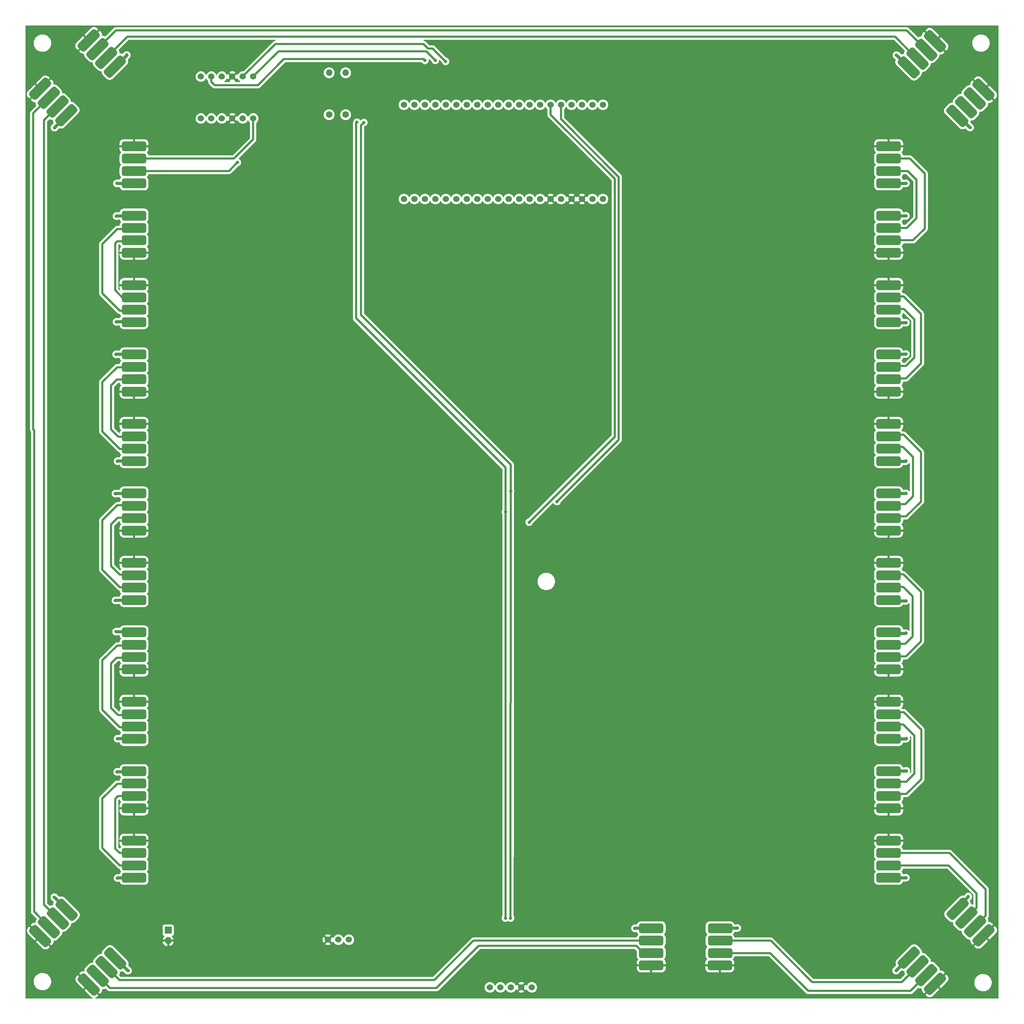
<source format=gbr>
%TF.GenerationSoftware,KiCad,Pcbnew,(6.0.1)*%
%TF.CreationDate,2022-02-22T10:12:00+01:00*%
%TF.ProjectId,ZigerWordClock,5a696765-7257-46f7-9264-436c6f636b2e,rev?*%
%TF.SameCoordinates,Original*%
%TF.FileFunction,Copper,L1,Top*%
%TF.FilePolarity,Positive*%
%FSLAX46Y46*%
G04 Gerber Fmt 4.6, Leading zero omitted, Abs format (unit mm)*
G04 Created by KiCad (PCBNEW (6.0.1)) date 2022-02-22 10:12:00*
%MOMM*%
%LPD*%
G01*
G04 APERTURE LIST*
G04 Aperture macros list*
%AMRoundRect*
0 Rectangle with rounded corners*
0 $1 Rounding radius*
0 $2 $3 $4 $5 $6 $7 $8 $9 X,Y pos of 4 corners*
0 Add a 4 corners polygon primitive as box body*
4,1,4,$2,$3,$4,$5,$6,$7,$8,$9,$2,$3,0*
0 Add four circle primitives for the rounded corners*
1,1,$1+$1,$2,$3*
1,1,$1+$1,$4,$5*
1,1,$1+$1,$6,$7*
1,1,$1+$1,$8,$9*
0 Add four rect primitives between the rounded corners*
20,1,$1+$1,$2,$3,$4,$5,0*
20,1,$1+$1,$4,$5,$6,$7,0*
20,1,$1+$1,$6,$7,$8,$9,0*
20,1,$1+$1,$8,$9,$2,$3,0*%
G04 Aperture macros list end*
%TA.AperFunction,ComponentPad*%
%ADD10C,1.600000*%
%TD*%
%TA.AperFunction,ComponentPad*%
%ADD11O,1.600000X1.600000*%
%TD*%
%TA.AperFunction,SMDPad,CuDef*%
%ADD12RoundRect,0.600000X2.400000X0.600000X-2.400000X0.600000X-2.400000X-0.600000X2.400000X-0.600000X0*%
%TD*%
%TA.AperFunction,SMDPad,CuDef*%
%ADD13RoundRect,0.600000X2.121320X-1.272792X-1.272792X2.121320X-2.121320X1.272792X1.272792X-2.121320X0*%
%TD*%
%TA.AperFunction,SMDPad,CuDef*%
%ADD14RoundRect,0.600000X-2.121320X1.272792X1.272792X-2.121320X2.121320X-1.272792X-1.272792X2.121320X0*%
%TD*%
%TA.AperFunction,ComponentPad*%
%ADD15C,1.524000*%
%TD*%
%TA.AperFunction,SMDPad,CuDef*%
%ADD16RoundRect,0.600000X-2.400000X-0.600000X2.400000X-0.600000X2.400000X0.600000X-2.400000X0.600000X0*%
%TD*%
%TA.AperFunction,SMDPad,CuDef*%
%ADD17RoundRect,0.600000X-1.272792X-2.121320X2.121320X1.272792X1.272792X2.121320X-2.121320X-1.272792X0*%
%TD*%
%TA.AperFunction,SMDPad,CuDef*%
%ADD18RoundRect,0.600000X1.272792X2.121320X-2.121320X-1.272792X-1.272792X-2.121320X2.121320X1.272792X0*%
%TD*%
%TA.AperFunction,ComponentPad*%
%ADD19R,1.700000X1.700000*%
%TD*%
%TA.AperFunction,ComponentPad*%
%ADD20O,1.700000X1.700000*%
%TD*%
%TA.AperFunction,ViaPad*%
%ADD21C,0.800000*%
%TD*%
%TA.AperFunction,Conductor*%
%ADD22C,0.500000*%
%TD*%
%TA.AperFunction,Conductor*%
%ADD23C,0.800000*%
%TD*%
G04 APERTURE END LIST*
D10*
%TO.P,R1,1*%
%TO.N,+3V3*%
X120000000Y-53160000D03*
D11*
%TO.P,R1,2*%
%TO.N,SCL*%
X120000000Y-43000000D03*
%TD*%
D12*
%TO.P,U11,5V_1,5V*%
%TO.N,+5V*%
X251688600Y-178706780D03*
%TO.P,U11,5V_2,5V*%
X68688600Y-178706780D03*
%TO.P,U11,CI,CI*%
%TO.N,Net-(U11-PadCI)*%
X251688600Y-184706780D03*
%TO.P,U11,CO,CO*%
%TO.N,Net-(U11-PadCO)*%
X68688600Y-184706780D03*
%TO.P,U11,DI,DI*%
%TO.N,Net-(U11-PadDI)*%
X251688600Y-181706780D03*
%TO.P,U11,DO,DO*%
%TO.N,Net-(U11-PadDO)*%
X68688600Y-181706780D03*
%TO.P,U11,GND_1,GND*%
%TO.N,GND*%
X251688600Y-187706780D03*
%TO.P,U11,GND_2,GND*%
X68688600Y-187706780D03*
%TD*%
D13*
%TO.P,U6,5V_1,5V*%
%TO.N,+5V*%
X64125350Y-257786389D03*
%TO.P,U6,5V_2,5V*%
X52316666Y-245977705D03*
%TO.P,U6,CI,CI*%
%TO.N,Net-(U6-PadCI)*%
X59882709Y-262029029D03*
%TO.P,U6,CO,CO*%
%TO.N,Net-(U5-PadCI)*%
X48074026Y-250220346D03*
%TO.P,U6,DI,DI*%
%TO.N,Net-(U6-PadDI)*%
X62004029Y-259907709D03*
%TO.P,U6,DO,DO*%
%TO.N,Net-(U5-PadDI)*%
X50195346Y-248099026D03*
%TO.P,U6,GND_1,GND*%
%TO.N,GND*%
X57716134Y-264105095D03*
%TO.P,U6,GND_2,GND*%
X45952705Y-252341666D03*
%TD*%
D14*
%TO.P,U3,5V_1,5V*%
%TO.N,+5V*%
X256531584Y-41675506D03*
%TO.P,U3,5V_2,5V*%
X268340268Y-53484190D03*
%TO.P,U3,CI,CI*%
%TO.N,Net-(U3-PadCI)*%
X260774225Y-37432866D03*
%TO.P,U3,CO,CO*%
%TO.N,unconnected-(U3-PadCO)*%
X272582908Y-49241549D03*
%TO.P,U3,DI,DI*%
%TO.N,Net-(U3-PadDI)*%
X258652905Y-39554186D03*
%TO.P,U3,DO,DO*%
%TO.N,unconnected-(U3-PadDO)*%
X270461588Y-51362869D03*
%TO.P,U3,GND_1,GND*%
%TO.N,GND*%
X262940800Y-35356800D03*
%TO.P,U3,GND_2,GND*%
X274704229Y-47120229D03*
%TD*%
D15*
%TO.P,U20,1,GND*%
%TO.N,GND*%
X115697000Y-253238000D03*
%TO.P,U20,2,5V*%
%TO.N,+5V*%
X118237000Y-253238000D03*
%TO.P,U20,3,Sig*%
%TO.N,IR_SIG*%
X120777000Y-253238000D03*
%TD*%
D12*
%TO.P,U10,5V_1,5V*%
%TO.N,+5V*%
X251688600Y-145021300D03*
%TO.P,U10,5V_2,5V*%
X68688600Y-145021300D03*
%TO.P,U10,CI,CI*%
%TO.N,Net-(U10-PadCI)*%
X251688600Y-151021300D03*
%TO.P,U10,CO,CO*%
%TO.N,Net-(U10-PadCO)*%
X68688600Y-151021300D03*
%TO.P,U10,DI,DI*%
%TO.N,Net-(U10-PadDI)*%
X251688600Y-148021300D03*
%TO.P,U10,DO,DO*%
%TO.N,Net-(U10-PadDO)*%
X68688600Y-148021300D03*
%TO.P,U10,GND_1,GND*%
%TO.N,GND*%
X251688600Y-154021300D03*
%TO.P,U10,GND_2,GND*%
X68688600Y-154021300D03*
%TD*%
%TO.P,U7,5V_1,5V*%
%TO.N,+5V*%
X210807800Y-250469400D03*
%TO.P,U7,5V_2,5V*%
X194107800Y-250469400D03*
%TO.P,U7,CI,CI*%
%TO.N,Net-(U19-PadCO)*%
X210807800Y-256469400D03*
%TO.P,U7,CO,CO*%
%TO.N,Net-(U6-PadCI)*%
X194107800Y-256469400D03*
%TO.P,U7,DI,DI*%
%TO.N,Net-(U19-PadDO)*%
X210807800Y-253469400D03*
%TO.P,U7,DO,DO*%
%TO.N,Net-(U6-PadDI)*%
X194107800Y-253469400D03*
%TO.P,U7,GND_1,GND*%
%TO.N,GND*%
X210743800Y-259469400D03*
%TO.P,U7,GND_2,GND*%
X194107800Y-259469400D03*
%TD*%
D10*
%TO.P,R2,1*%
%TO.N,+3V3*%
X116000000Y-53160000D03*
D11*
%TO.P,R2,2*%
%TO.N,SDA*%
X116000000Y-43000000D03*
%TD*%
D16*
%TO.P,U13,5V_1,5V*%
%TO.N,+5V*%
X68688600Y-69807600D03*
%TO.P,U13,5V_2,5V*%
X251688600Y-69807600D03*
%TO.P,U13,CI,CI*%
%TO.N,LED_CI*%
X68688600Y-63807600D03*
%TO.P,U13,CO,CO*%
%TO.N,Net-(U13-PadCO)*%
X251688600Y-63807600D03*
%TO.P,U13,DI,DI*%
%TO.N,LED_DI*%
X68688600Y-66807600D03*
%TO.P,U13,DO,DO*%
%TO.N,Net-(U13-PadDO)*%
X251688600Y-66807600D03*
%TO.P,U13,GND_1,GND*%
%TO.N,GND*%
X68688600Y-60807600D03*
%TO.P,U13,GND_2,GND*%
X251688600Y-60807600D03*
%TD*%
D17*
%TO.P,U5,5V_1,5V*%
%TO.N,+5V*%
X52250116Y-53312284D03*
%TO.P,U5,5V_2,5V*%
X64058800Y-41503600D03*
%TO.P,U5,CI,CI*%
%TO.N,Net-(U5-PadCI)*%
X48007476Y-49069643D03*
%TO.P,U5,CO,CO*%
%TO.N,Net-(U3-PadCI)*%
X59816159Y-37260960D03*
%TO.P,U5,DI,DI*%
%TO.N,Net-(U5-PadDI)*%
X50128796Y-51190963D03*
%TO.P,U5,DO,DO*%
%TO.N,Net-(U3-PadDI)*%
X61937479Y-39382280D03*
%TO.P,U5,GND_1,GND*%
%TO.N,GND*%
X45931410Y-46903068D03*
%TO.P,U5,GND_2,GND*%
X57694839Y-35139639D03*
%TD*%
D15*
%TO.P,U1,ADDR,ADDR*%
%TO.N,Net-(JP1-Pad2)*%
X154978654Y-264801230D03*
%TO.P,U1,GND,GND*%
%TO.N,GND*%
X162598654Y-264801230D03*
%TO.P,U1,SCL,SCL*%
%TO.N,SCL*%
X160058654Y-264801230D03*
%TO.P,U1,SDA,SDA*%
%TO.N,SDA*%
X157518654Y-264801230D03*
%TO.P,U1,VCC,VCC*%
%TO.N,+3V3*%
X165138654Y-264801230D03*
%TD*%
D16*
%TO.P,U15,5V_1,5V*%
%TO.N,+5V*%
X68688600Y-137178560D03*
%TO.P,U15,5V_2,5V*%
X251688600Y-137178560D03*
%TO.P,U15,CI,CI*%
%TO.N,Net-(U15-PadCI)*%
X68688600Y-131178560D03*
%TO.P,U15,CO,CO*%
%TO.N,Net-(U10-PadCI)*%
X251688600Y-131178560D03*
%TO.P,U15,DI,DI*%
%TO.N,Net-(U15-PadDI)*%
X68688600Y-134178560D03*
%TO.P,U15,DO,DO*%
%TO.N,Net-(U10-PadDI)*%
X251688600Y-134178560D03*
%TO.P,U15,GND_1,GND*%
%TO.N,GND*%
X68688600Y-128178560D03*
%TO.P,U15,GND_2,GND*%
X251688600Y-128178560D03*
%TD*%
%TO.P,U14,5V_1,5V*%
%TO.N,+5V*%
X68688600Y-103493080D03*
%TO.P,U14,5V_2,5V*%
X251688600Y-103493080D03*
%TO.P,U14,CI,CI*%
%TO.N,Net-(U14-PadCI)*%
X68688600Y-97493080D03*
%TO.P,U14,CO,CO*%
%TO.N,Net-(U14-PadCO)*%
X251688600Y-97493080D03*
%TO.P,U14,DI,DI*%
%TO.N,Net-(U14-PadDI)*%
X68688600Y-100493080D03*
%TO.P,U14,DO,DO*%
%TO.N,Net-(U14-PadDO)*%
X251688600Y-100493080D03*
%TO.P,U14,GND_1,GND*%
%TO.N,GND*%
X68688600Y-94493080D03*
%TO.P,U14,GND_2,GND*%
X251688600Y-94493080D03*
%TD*%
%TO.P,U17,5V_1,5V*%
%TO.N,+5V*%
X68688600Y-204549520D03*
%TO.P,U17,5V_2,5V*%
X251688600Y-204549520D03*
%TO.P,U17,CI,CI*%
%TO.N,Net-(U11-PadCO)*%
X68688600Y-198549520D03*
%TO.P,U17,CO,CO*%
%TO.N,Net-(U12-PadCI)*%
X251688600Y-198549520D03*
%TO.P,U17,DI,DI*%
%TO.N,Net-(U11-PadDO)*%
X68688600Y-201549520D03*
%TO.P,U17,DO,DO*%
%TO.N,Net-(U12-PadDI)*%
X251688600Y-201549520D03*
%TO.P,U17,GND_1,GND*%
%TO.N,GND*%
X68688600Y-195549520D03*
%TO.P,U17,GND_2,GND*%
X251688600Y-195549520D03*
%TD*%
D12*
%TO.P,U8,5V_1,5V*%
%TO.N,+5V*%
X251688600Y-77650340D03*
%TO.P,U8,5V_2,5V*%
X68688600Y-77650340D03*
%TO.P,U8,CI,CI*%
%TO.N,Net-(U13-PadCO)*%
X251688600Y-83650340D03*
%TO.P,U8,CO,CO*%
%TO.N,Net-(U14-PadCI)*%
X68688600Y-83650340D03*
%TO.P,U8,DI,DI*%
%TO.N,Net-(U13-PadDO)*%
X251688600Y-80650340D03*
%TO.P,U8,DO,DO*%
%TO.N,Net-(U14-PadDI)*%
X68688600Y-80650340D03*
%TO.P,U8,GND_1,GND*%
%TO.N,GND*%
X251688600Y-86650340D03*
%TO.P,U8,GND_2,GND*%
X68688600Y-86650340D03*
%TD*%
%TO.P,U12,5V_1,5V*%
%TO.N,+5V*%
X251688600Y-212392260D03*
%TO.P,U12,5V_2,5V*%
X68688600Y-212392260D03*
%TO.P,U12,CI,CI*%
%TO.N,Net-(U12-PadCI)*%
X251688600Y-218392260D03*
%TO.P,U12,CO,CO*%
%TO.N,Net-(U12-PadCO)*%
X68688600Y-218392260D03*
%TO.P,U12,DI,DI*%
%TO.N,Net-(U12-PadDI)*%
X251688600Y-215392260D03*
%TO.P,U12,DO,DO*%
%TO.N,Net-(U12-PadDO)*%
X68688600Y-215392260D03*
%TO.P,U12,GND_1,GND*%
%TO.N,GND*%
X251688600Y-221392260D03*
%TO.P,U12,GND_2,GND*%
X68688600Y-221392260D03*
%TD*%
%TO.P,U9,5V_1,5V*%
%TO.N,+5V*%
X251688600Y-111335820D03*
%TO.P,U9,5V_2,5V*%
X68688600Y-111335820D03*
%TO.P,U9,CI,CI*%
%TO.N,Net-(U14-PadCO)*%
X251688600Y-117335820D03*
%TO.P,U9,CO,CO*%
%TO.N,Net-(U15-PadCI)*%
X68688600Y-117335820D03*
%TO.P,U9,DI,DI*%
%TO.N,Net-(U14-PadDO)*%
X251688600Y-114335820D03*
%TO.P,U9,DO,DO*%
%TO.N,Net-(U15-PadDI)*%
X68688600Y-114335820D03*
%TO.P,U9,GND_1,GND*%
%TO.N,GND*%
X251688600Y-120335820D03*
%TO.P,U9,GND_2,GND*%
X68688600Y-120335820D03*
%TD*%
D16*
%TO.P,U18,5V_1,5V*%
%TO.N,+5V*%
X68688600Y-238235000D03*
%TO.P,U18,5V_2,5V*%
X251688600Y-238235000D03*
%TO.P,U18,CI,CI*%
%TO.N,Net-(U12-PadCO)*%
X68688600Y-232235000D03*
%TO.P,U18,CO,CO*%
%TO.N,Net-(U18-PadCO)*%
X251688600Y-232235000D03*
%TO.P,U18,DI,DI*%
%TO.N,Net-(U12-PadDO)*%
X68688600Y-235235000D03*
%TO.P,U18,DO,DO*%
%TO.N,Net-(U18-PadDO)*%
X251688600Y-235235000D03*
%TO.P,U18,GND_1,GND*%
%TO.N,GND*%
X68688600Y-229235000D03*
%TO.P,U18,GND_2,GND*%
X251688600Y-229235000D03*
%TD*%
%TO.P,U16,5V_1,5V*%
%TO.N,+5V*%
X68688600Y-170864040D03*
%TO.P,U16,5V_2,5V*%
X251688600Y-170864040D03*
%TO.P,U16,CI,CI*%
%TO.N,Net-(U10-PadCO)*%
X68688600Y-164864040D03*
%TO.P,U16,CO,CO*%
%TO.N,Net-(U11-PadCI)*%
X251688600Y-164864040D03*
%TO.P,U16,DI,DI*%
%TO.N,Net-(U10-PadDO)*%
X68688600Y-167864040D03*
%TO.P,U16,DO,DO*%
%TO.N,Net-(U11-PadDI)*%
X251688600Y-167864040D03*
%TO.P,U16,GND_1,GND*%
%TO.N,GND*%
X68688600Y-161864040D03*
%TO.P,U16,GND_2,GND*%
X251688600Y-161864040D03*
%TD*%
D18*
%TO.P,U19,5V_1,5V*%
%TO.N,+5V*%
X268401800Y-245770400D03*
%TO.P,U19,5V_2,5V*%
X256593116Y-257579084D03*
%TO.P,U19,CI,CI*%
%TO.N,Net-(U18-PadCO)*%
X272644440Y-250013041D03*
%TO.P,U19,CO,CO*%
%TO.N,Net-(U19-PadCO)*%
X260835757Y-261821724D03*
%TO.P,U19,DI,DI*%
%TO.N,Net-(U18-PadDO)*%
X270523120Y-247891721D03*
%TO.P,U19,DO,DO*%
%TO.N,Net-(U19-PadDO)*%
X258714437Y-259700404D03*
%TO.P,U19,GND_1,GND*%
%TO.N,GND*%
X274720506Y-252179616D03*
%TO.P,U19,GND_2,GND*%
X262957077Y-263943045D03*
%TD*%
D15*
%TO.P,U4,1,TX0*%
%TO.N,unconnected-(U4-Pad1)*%
X84900000Y-54080000D03*
%TO.P,U4,2,Rx1*%
%TO.N,IR_SIG*%
X87440000Y-54080000D03*
%TO.P,U4,3,HV*%
%TO.N,+5V*%
X89980000Y-54080000D03*
%TO.P,U4,4,GND*%
%TO.N,GND*%
X92520000Y-54080000D03*
%TO.P,U4,5,Rx1*%
%TO.N,LED_DI*%
X95060000Y-54080000D03*
%TO.P,U4,6,TX0*%
%TO.N,LED_CI*%
X97600000Y-54080000D03*
%TO.P,U4,7,TX1*%
%TO.N,CI*%
X97600000Y-43920000D03*
%TO.P,U4,8,Rx0*%
%TO.N,DI*%
X95060000Y-43920000D03*
%TO.P,U4,9,GND*%
%TO.N,GND*%
X92520000Y-43920000D03*
%TO.P,U4,10,LV*%
%TO.N,+3V3*%
X89980000Y-43920000D03*
%TO.P,U4,11,Rx0*%
%TO.N,SIG*%
X87440000Y-43920000D03*
%TO.P,U4,12,TX1*%
%TO.N,unconnected-(U4-Pad12)*%
X84900000Y-43920000D03*
%TD*%
%TO.P,U2,1,IO00*%
%TO.N,SCL*%
X134141500Y-50760000D03*
%TO.P,U2,2,IO01*%
%TO.N,SDA*%
X136681500Y-50760000D03*
%TO.P,U2,3,IO02*%
%TO.N,SIG*%
X139221500Y-50760000D03*
%TO.P,U2,4,IO03*%
%TO.N,CI*%
X141761500Y-50760000D03*
%TO.P,U2,5,IO04*%
%TO.N,DI*%
X144301500Y-50760000D03*
%TO.P,U2,6,IO05*%
%TO.N,Net-(JP12-Pad1)*%
X146841500Y-50760000D03*
%TO.P,U2,7,IO06*%
%TO.N,Net-(JP13-Pad1)*%
X149381500Y-50760000D03*
%TO.P,U2,8,IO07*%
%TO.N,Net-(JP14-Pad1)*%
X151921500Y-50760000D03*
%TO.P,U2,9,IO08*%
%TO.N,Net-(JP15-Pad1)*%
X154461500Y-50760000D03*
%TO.P,U2,10,IO16*%
%TO.N,Net-(JP16-Pad1)*%
X157001500Y-50760000D03*
%TO.P,U2,11,IO15*%
%TO.N,Net-(JP17-Pad1)*%
X159541500Y-50760000D03*
%TO.P,U2,12,IO11*%
%TO.N,Net-(JP18-Pad1)*%
X162081500Y-50760000D03*
%TO.P,U2,13,IO12*%
%TO.N,Net-(JP19-Pad1)*%
X164621500Y-50760000D03*
%TO.P,U2,14,IO13*%
%TO.N,Net-(JP20-Pad1)*%
X167161500Y-50760000D03*
%TO.P,U2,15,IO17*%
%TO.N,GPIO1*%
X169701500Y-50760000D03*
%TO.P,U2,16,IO18*%
%TO.N,GPIO2*%
X172241500Y-50760000D03*
%TO.P,U2,17,IO20*%
%TO.N,Net-(JP23-Pad1)*%
X174781500Y-50760000D03*
%TO.P,U2,18,IO19*%
%TO.N,Net-(JP24-Pad1)*%
X177321500Y-50760000D03*
%TO.P,U2,19,VBat*%
%TO.N,unconnected-(U2-Pad19)*%
X179861500Y-50760000D03*
%TO.P,U2,20,5V*%
%TO.N,unconnected-(U2-Pad20)*%
X182401500Y-50760000D03*
%TO.P,U2,21,VBus*%
%TO.N,+5V*%
X182401500Y-73620000D03*
%TO.P,U2,22,VBus*%
X179861500Y-73620000D03*
%TO.P,U2,23,GND*%
%TO.N,GND*%
X177321500Y-73620000D03*
%TO.P,U2,24,GND*%
X174781500Y-73620000D03*
%TO.P,U2,25,V3V*%
%TO.N,unconnected-(U2-Pad25)*%
X172241500Y-73620000D03*
%TO.P,U2,26,GND*%
%TO.N,GND*%
X169701500Y-73620000D03*
%TO.P,U2,27,VDD3V3*%
%TO.N,unconnected-(U2-Pad27)*%
X167161500Y-73620000D03*
%TO.P,U2,28,VDD3V3*%
%TO.N,unconnected-(U2-Pad28)*%
X164621500Y-73620000D03*
%TO.P,U2,29,IO33*%
%TO.N,Net-(JP38-Pad1)*%
X162081500Y-73620000D03*
%TO.P,U2,30,IO34*%
%TO.N,Net-(JP37-Pad1)*%
X159541500Y-73620000D03*
%TO.P,U2,31,IO35*%
%TO.N,Net-(JP36-Pad1)*%
X157001500Y-73620000D03*
%TO.P,U2,32,IO36*%
%TO.N,Net-(JP35-Pad1)*%
X154461500Y-73620000D03*
%TO.P,U2,33,IO37*%
%TO.N,Net-(JP34-Pad1)*%
X151921500Y-73620000D03*
%TO.P,U2,34,IO38*%
%TO.N,Net-(JP33-Pad1)*%
X149381500Y-73620000D03*
%TO.P,U2,35,IO39*%
%TO.N,Net-(JP32-Pad1)*%
X146841500Y-73620000D03*
%TO.P,U2,36,IO40*%
%TO.N,Net-(JP31-Pad1)*%
X144301500Y-73620000D03*
%TO.P,U2,37,IO41*%
%TO.N,Net-(JP30-Pad1)*%
X141761500Y-73620000D03*
%TO.P,U2,38,IO42*%
%TO.N,Net-(JP29-Pad1)*%
X139221500Y-73620000D03*
%TO.P,U2,39,IO45*%
%TO.N,Net-(JP28-Pad1)*%
X136681500Y-73620000D03*
%TO.P,U2,40,IO46*%
%TO.N,Net-(JP27-Pad1)*%
X134141500Y-73620000D03*
%TD*%
D19*
%TO.P,J2,1*%
%TO.N,+5V*%
X76962000Y-250947000D03*
D20*
%TO.P,J2,2*%
%TO.N,GND*%
X76962000Y-253487000D03*
%TD*%
D21*
%TO.N,SCL*%
X124426000Y-55074000D03*
X160000000Y-248000000D03*
X160020000Y-144480000D03*
%TO.N,SDA*%
X158750000Y-248000000D03*
X122750000Y-55000000D03*
X158750000Y-149500000D03*
%TO.N,SIG*%
X139250000Y-40000000D03*
%TO.N,CI*%
X141750000Y-40000000D03*
%TO.N,GPIO1*%
X164500000Y-152000000D03*
%TO.N,GPIO2*%
X171250000Y-147000000D03*
%TO.N,DI*%
X144250000Y-40250000D03*
%TO.N,GND*%
X156250000Y-259000000D03*
X157500000Y-144250000D03*
%TO.N,LED_DI*%
X93750000Y-64750000D03*
%TO.N,+5V*%
X64661400Y-204512400D03*
X66928492Y-38675545D03*
X64516000Y-69850000D03*
X49403508Y-56320455D03*
X64153400Y-145076400D03*
X253500000Y-260750000D03*
X255886600Y-111209600D03*
X255872600Y-137157600D03*
X255886600Y-103589600D03*
X255886600Y-144991600D03*
X271458455Y-56260492D03*
X255886600Y-69807600D03*
X64327400Y-178542400D03*
X255972600Y-204457600D03*
X255886600Y-178891600D03*
X64153400Y-170984400D03*
X255872600Y-171057600D03*
X253559545Y-38735508D03*
X255886600Y-77681600D03*
X190137400Y-250486400D03*
X49343545Y-242951508D03*
X64577400Y-212542400D03*
X64407400Y-103420400D03*
X64661400Y-137202400D03*
X64327400Y-111292400D03*
X255986600Y-212291600D03*
X271000000Y-242750000D03*
X67242455Y-260730492D03*
X64661400Y-238294400D03*
X214992600Y-250401600D03*
X64407400Y-77766400D03*
X255886600Y-238209600D03*
%TD*%
D22*
%TO.N,Net-(U13-PadDO)*%
X256052060Y-80650340D02*
X251688600Y-80650340D01*
X258419600Y-78282800D02*
X256052060Y-80650340D01*
X258419600Y-68935600D02*
X258419600Y-78282800D01*
X256291600Y-66807600D02*
X258419600Y-68935600D01*
X251688600Y-66807600D02*
X256291600Y-66807600D01*
%TO.N,Net-(U14-PadDO)*%
X257962400Y-112064800D02*
X255922611Y-114104589D01*
X255922611Y-114104589D02*
X251663081Y-114104589D01*
X255379649Y-100261849D02*
X257962400Y-102844600D01*
X257962400Y-102844600D02*
X257962400Y-112064800D01*
X251663081Y-100261849D02*
X255379649Y-100261849D01*
%TO.N,Net-(U10-PadDI)*%
X257581400Y-145770600D02*
X255747411Y-147604589D01*
X257581400Y-136194800D02*
X257581400Y-145770600D01*
X255148449Y-133761849D02*
X257581400Y-136194800D01*
X251663081Y-133761849D02*
X255148449Y-133761849D01*
X255747411Y-147604589D02*
X251663081Y-147604589D01*
%TO.N,Net-(U11-PadDI)*%
X257530600Y-179705000D02*
X255731011Y-181504589D01*
X257530600Y-170002200D02*
X257530600Y-179705000D01*
X255190249Y-167661849D02*
X257530600Y-170002200D01*
X255731011Y-181504589D02*
X251663081Y-181504589D01*
X251663081Y-167661849D02*
X255190249Y-167661849D01*
%TO.N,Net-(U12-PadDI)*%
X255960611Y-214904589D02*
X251763081Y-214904589D01*
X257911600Y-212953600D02*
X255960611Y-214904589D01*
X257911600Y-203758800D02*
X257911600Y-212953600D01*
X255214649Y-201061849D02*
X257911600Y-203758800D01*
X251763081Y-201061849D02*
X255214649Y-201061849D01*
%TO.N,Net-(U18-PadCO)*%
X275209000Y-240995200D02*
X275209000Y-247448481D01*
X275209000Y-247448481D02*
X272644440Y-250013041D01*
X266448800Y-232235000D02*
X275209000Y-240995200D01*
X251688600Y-232235000D02*
X266448800Y-232235000D01*
%TO.N,Net-(U19-PadDO)*%
X254914841Y-263500000D02*
X258714437Y-259700404D01*
X223091000Y-253469400D02*
X233121600Y-263500000D01*
X233121600Y-263500000D02*
X254914841Y-263500000D01*
X210807800Y-253469400D02*
X223091000Y-253469400D01*
%TO.N,Net-(U19-PadCO)*%
X222969400Y-256469400D02*
X210807800Y-256469400D01*
X256998881Y-265658600D02*
X232158600Y-265658600D01*
X232158600Y-265658600D02*
X222969400Y-256469400D01*
X260835757Y-261821724D02*
X256998881Y-265658600D01*
%TO.N,Net-(U15-PadCI)*%
X63144400Y-118821200D02*
X64570189Y-117395411D01*
X63144400Y-129540000D02*
X63144400Y-118821200D01*
X64570189Y-117395411D02*
X68836920Y-117395411D01*
X68836919Y-131238151D02*
X64842551Y-131238151D01*
X64842551Y-131238151D02*
X63144400Y-129540000D01*
%TO.N,Net-(U10-PadCO)*%
X64750589Y-150895411D02*
X68836920Y-150895411D01*
X63093600Y-162636200D02*
X63093600Y-152552400D01*
X65195551Y-164738151D02*
X63093600Y-162636200D01*
X63093600Y-152552400D02*
X64750589Y-150895411D01*
X68836919Y-164738151D02*
X65195551Y-164738151D01*
%TO.N,Net-(U11-PadCO)*%
X63144400Y-186232800D02*
X64481789Y-184895411D01*
X63144400Y-197104000D02*
X63144400Y-186232800D01*
X64481789Y-184895411D02*
X68836920Y-184895411D01*
X64778551Y-198738151D02*
X63144400Y-197104000D01*
X68836919Y-198738151D02*
X64778551Y-198738151D01*
%TO.N,Net-(U12-PadCO)*%
X64135000Y-219049600D02*
X64135000Y-231165400D01*
X64789189Y-218395411D02*
X64135000Y-219049600D01*
X65207751Y-232238151D02*
X68836919Y-232238151D01*
X68836920Y-218395411D02*
X64789189Y-218395411D01*
X64135000Y-231165400D02*
X65207751Y-232238151D01*
%TO.N,Net-(U14-PadCI)*%
X64592989Y-83895411D02*
X68836920Y-83895411D01*
X64084200Y-95758000D02*
X64084200Y-84404200D01*
X66064351Y-97738151D02*
X64084200Y-95758000D01*
X64084200Y-84404200D02*
X64592989Y-83895411D01*
X68836919Y-97738151D02*
X66064351Y-97738151D01*
%TO.N,Net-(U13-PadCO)*%
X257598660Y-83650340D02*
X251688600Y-83650340D01*
X260426200Y-80822800D02*
X257598660Y-83650340D01*
X260426200Y-67437000D02*
X260426200Y-80822800D01*
X251688600Y-63807600D02*
X256796800Y-63807600D01*
X256796800Y-63807600D02*
X260426200Y-67437000D01*
%TO.N,DI*%
X102962800Y-36017200D02*
X95060000Y-43920000D01*
X138897892Y-36017200D02*
X102962800Y-36017200D01*
X139981652Y-37100960D02*
X138897892Y-36017200D01*
X141100960Y-37100960D02*
X139981652Y-37100960D01*
X144250000Y-40250000D02*
X141100960Y-37100960D01*
%TO.N,CI*%
X103719520Y-37800480D02*
X97600000Y-43920000D01*
X139550480Y-37800480D02*
X103719520Y-37800480D01*
X141750000Y-40000000D02*
X139550480Y-37800480D01*
%TO.N,SIG*%
X87440000Y-45190000D02*
X87440000Y-43920000D01*
X88250000Y-46000000D02*
X87440000Y-45190000D01*
X105049800Y-39700200D02*
X98750000Y-46000000D01*
X138950200Y-39700200D02*
X105049800Y-39700200D01*
X139250000Y-40000000D02*
X138950200Y-39700200D01*
X98750000Y-46000000D02*
X88250000Y-46000000D01*
%TO.N,SCL*%
X160020000Y-138020000D02*
X123750000Y-101750000D01*
X123750000Y-101750000D02*
X123750000Y-55750000D01*
X160058654Y-144518654D02*
X160020000Y-144480000D01*
X160000000Y-248000000D02*
X160058654Y-144518654D01*
X123750000Y-55750000D02*
X124426000Y-55074000D01*
X160020000Y-144480000D02*
X160020000Y-138020000D01*
%TO.N,SDA*%
X122500000Y-55250000D02*
X122500000Y-102500000D01*
X158750000Y-248000000D02*
X158750000Y-149500000D01*
X122500000Y-102500000D02*
X158750000Y-138750000D01*
X122750000Y-55000000D02*
X122500000Y-55250000D01*
X158750000Y-138750000D02*
X158750000Y-149500000D01*
%TO.N,GPIO1*%
X169701500Y-53201500D02*
X185250000Y-68750000D01*
X169701500Y-50760000D02*
X169701500Y-53201500D01*
X185250000Y-131250000D02*
X164500000Y-152000000D01*
X185250000Y-68750000D02*
X185250000Y-131250000D01*
%TO.N,GPIO2*%
X172241500Y-54241500D02*
X172241500Y-50760000D01*
X186250000Y-132000000D02*
X186250000Y-68250000D01*
X186250000Y-68250000D02*
X172241500Y-54241500D01*
X171250000Y-147000000D02*
X186250000Y-132000000D01*
%TO.N,Net-(U3-PadCI)*%
X61827119Y-35172881D02*
X64250000Y-32750000D01*
X61827119Y-35250000D02*
X61827119Y-35172881D01*
X59816159Y-37260960D02*
X61827119Y-35250000D01*
X64250000Y-32750000D02*
X256091359Y-32750000D01*
X256091359Y-32750000D02*
X260774225Y-37432866D01*
%TO.N,Net-(U3-PadDI)*%
X67069759Y-34250000D02*
X61937479Y-39382280D01*
X253250000Y-34250000D02*
X67069759Y-34250000D01*
X258554186Y-39554186D02*
X253250000Y-34250000D01*
X258652905Y-39554186D02*
X258554186Y-39554186D01*
%TO.N,Net-(U5-PadCI)*%
X44250000Y-52827119D02*
X48007476Y-49069643D01*
X44250000Y-129500000D02*
X44250000Y-52827119D01*
X48074026Y-250220346D02*
X48074026Y-250074026D01*
X44438489Y-129688489D02*
X44250000Y-129500000D01*
X48074026Y-250074026D02*
X44438489Y-246438489D01*
X44438489Y-246438489D02*
X44438489Y-129688489D01*
%TO.N,Net-(U5-PadDI)*%
X50195346Y-248099026D02*
X46861511Y-244765191D01*
X46861511Y-244765191D02*
X46861511Y-54458248D01*
X46861511Y-54458248D02*
X50128796Y-51190963D01*
%TO.N,Net-(U6-PadCI)*%
X62853680Y-265000000D02*
X142000000Y-265000000D01*
X59882709Y-262029029D02*
X62853680Y-265000000D01*
X152250000Y-254750000D02*
X190500000Y-254750000D01*
X190500000Y-254750000D02*
X192250000Y-256500000D01*
X194077200Y-256500000D02*
X194107800Y-256469400D01*
X192250000Y-256500000D02*
X194077200Y-256500000D01*
X142000000Y-265000000D02*
X152250000Y-254750000D01*
%TO.N,Net-(U6-PadDI)*%
X65096320Y-263000000D02*
X62004029Y-259907709D01*
X141500000Y-263000000D02*
X65096320Y-263000000D01*
X151030600Y-253469400D02*
X141500000Y-263000000D01*
X194107800Y-253469400D02*
X151030600Y-253469400D01*
%TO.N,Net-(U18-PadDO)*%
X270608279Y-247891721D02*
X273000000Y-245500000D01*
X273000000Y-242000000D02*
X266235000Y-235235000D01*
X270523120Y-247891721D02*
X270608279Y-247891721D01*
X266235000Y-235235000D02*
X251688600Y-235235000D01*
X273000000Y-245500000D02*
X273000000Y-242000000D01*
%TO.N,LED_DI*%
X91692400Y-66807600D02*
X68688600Y-66807600D01*
X93750000Y-64750000D02*
X91692400Y-66807600D01*
D23*
%TO.N,+5V*%
X210820000Y-250444000D02*
X214950200Y-250444000D01*
X256540000Y-41656000D02*
X253619508Y-38735508D01*
X68580000Y-77724000D02*
X64449800Y-77724000D01*
X64008000Y-41656000D02*
X66928492Y-38735508D01*
X68834000Y-238252000D02*
X64703800Y-238252000D01*
X251714000Y-145034000D02*
X255844200Y-145034000D01*
X64369800Y-178500000D02*
X64327400Y-178542400D01*
X68750000Y-212500000D02*
X64619800Y-212500000D01*
X251700000Y-137200000D02*
X255830200Y-137200000D01*
X49403508Y-56260492D02*
X49403508Y-56320455D01*
X64703800Y-204470000D02*
X64661400Y-204512400D01*
X64703800Y-238252000D02*
X64661400Y-238294400D01*
X66928492Y-38735508D02*
X66928492Y-38675545D01*
X255944200Y-212334000D02*
X255986600Y-212291600D01*
X68326000Y-145034000D02*
X64195800Y-145034000D01*
X271000000Y-242809963D02*
X271000000Y-242750000D01*
X251714000Y-69850000D02*
X255844200Y-69850000D01*
X255844199Y-77724000D02*
X255886600Y-77681600D01*
X251714000Y-77724000D02*
X255844199Y-77724000D01*
X253619508Y-38735508D02*
X253559545Y-38735508D01*
X64449800Y-77724000D02*
X64407400Y-77766400D01*
X64619800Y-212500000D02*
X64577400Y-212542400D01*
X194310000Y-250444000D02*
X190179800Y-250444000D01*
X255930200Y-204500000D02*
X255972600Y-204457600D01*
X251714000Y-238252000D02*
X255844200Y-238252000D01*
X68500000Y-111250000D02*
X64369800Y-111250000D01*
X68688600Y-69807600D02*
X64558400Y-69807600D01*
X255830200Y-137200000D02*
X255872600Y-137157600D01*
X251714000Y-103632000D02*
X255844200Y-103632000D01*
X268079508Y-245730455D02*
X271000000Y-242809963D01*
X251714000Y-111252000D02*
X255844200Y-111252000D01*
X251714000Y-178934000D02*
X255844200Y-178934000D01*
X255844200Y-111252000D02*
X255886600Y-111209600D01*
X256420492Y-257769545D02*
X253500000Y-260690037D01*
X271398492Y-56260492D02*
X271458455Y-56260492D01*
X255844200Y-145034000D02*
X255886600Y-144991600D01*
X190179800Y-250444000D02*
X190137400Y-250486400D01*
X68834000Y-137160000D02*
X64703800Y-137160000D01*
X214950200Y-250444000D02*
X214992600Y-250401600D01*
X64449800Y-103378000D02*
X64407400Y-103420400D01*
X64262000Y-257810000D02*
X67182492Y-260730492D01*
X268478000Y-53340000D02*
X271398492Y-56260492D01*
X52324000Y-245872000D02*
X49403508Y-242951508D01*
X67182492Y-260730492D02*
X67242455Y-260730492D01*
X255830200Y-171100000D02*
X255872600Y-171057600D01*
X251814000Y-212334000D02*
X255944200Y-212334000D01*
X255844200Y-178934000D02*
X255886600Y-178891600D01*
X255844200Y-69850000D02*
X255886600Y-69807600D01*
X49403508Y-242951508D02*
X49343545Y-242951508D01*
X64195800Y-145034000D02*
X64153400Y-145076400D01*
X52324000Y-53340000D02*
X49403508Y-56260492D01*
X68326000Y-170942000D02*
X64195800Y-170942000D01*
X68580000Y-103378000D02*
X64449800Y-103378000D01*
X64195800Y-170942000D02*
X64153400Y-170984400D01*
X68500000Y-178500000D02*
X64369800Y-178500000D01*
X251700000Y-171100000D02*
X255830200Y-171100000D01*
X255844200Y-238252000D02*
X255886600Y-238209600D01*
X68834000Y-204470000D02*
X64703800Y-204470000D01*
X64558400Y-69807600D02*
X64516000Y-69850000D01*
X253500000Y-260690037D02*
X253500000Y-260750000D01*
X255844200Y-103632000D02*
X255886600Y-103589600D01*
X64703800Y-137160000D02*
X64661400Y-137202400D01*
X64369800Y-111250000D02*
X64327400Y-111292400D01*
X251800000Y-204500000D02*
X255930200Y-204500000D01*
D22*
%TO.N,LED_CI*%
X92942400Y-63807600D02*
X97600000Y-59150000D01*
X68688600Y-63807600D02*
X92942400Y-63807600D01*
X97600000Y-59150000D02*
X97600000Y-54080000D01*
%TO.N,Net-(U14-PadDI)*%
X64604589Y-80895411D02*
X68836919Y-80895411D01*
X61000000Y-84500000D02*
X64604589Y-80895411D01*
X61000000Y-96509502D02*
X61000000Y-84500000D01*
X65228649Y-100738151D02*
X61000000Y-96509502D01*
X68836919Y-100738151D02*
X65228649Y-100738151D01*
%TO.N,Net-(U14-PadCO)*%
X259500000Y-101490498D02*
X259500000Y-113500000D01*
X251663081Y-97261849D02*
X255271351Y-97261849D01*
X259500000Y-113500000D02*
X255895411Y-117104589D01*
X255895411Y-117104589D02*
X251663081Y-117104589D01*
X255271351Y-97261849D02*
X259500000Y-101490498D01*
%TO.N,Net-(U15-PadDI)*%
X65228649Y-134238151D02*
X61000000Y-130009502D01*
X61000000Y-118000000D02*
X64604589Y-114395411D01*
X68836919Y-134238151D02*
X65228649Y-134238151D01*
X64604589Y-114395411D02*
X68836919Y-114395411D01*
X61000000Y-130009502D02*
X61000000Y-118000000D01*
%TO.N,Net-(U10-PadCI)*%
X259500000Y-147000000D02*
X255895411Y-150604589D01*
X255271351Y-130761849D02*
X259500000Y-134990498D01*
X251663081Y-130761849D02*
X255271351Y-130761849D01*
X259500000Y-134990498D02*
X259500000Y-147000000D01*
X255895411Y-150604589D02*
X251663081Y-150604589D01*
%TO.N,Net-(U10-PadDO)*%
X68836919Y-167738151D02*
X65228649Y-167738151D01*
X61000000Y-151500000D02*
X64604589Y-147895411D01*
X64604589Y-147895411D02*
X68836919Y-147895411D01*
X65228649Y-167738151D02*
X61000000Y-163509502D01*
X61000000Y-163509502D02*
X61000000Y-151500000D01*
%TO.N,Net-(U11-PadCI)*%
X255895411Y-184504589D02*
X251663081Y-184504589D01*
X259500000Y-180900000D02*
X255895411Y-184504589D01*
X255271351Y-164661849D02*
X259500000Y-168890498D01*
X251663081Y-164661849D02*
X255271351Y-164661849D01*
X259500000Y-168890498D02*
X259500000Y-180900000D01*
%TO.N,Net-(U11-PadDO)*%
X68836919Y-201738151D02*
X65228649Y-201738151D01*
X61000000Y-185500000D02*
X64604589Y-181895411D01*
X61000000Y-197509502D02*
X61000000Y-185500000D01*
X65228649Y-201738151D02*
X61000000Y-197509502D01*
X64604589Y-181895411D02*
X68836919Y-181895411D01*
%TO.N,Net-(U12-PadCI)*%
X259600000Y-214300000D02*
X255995411Y-217904589D01*
X259600000Y-202290498D02*
X259600000Y-214300000D01*
X255371351Y-198061849D02*
X259600000Y-202290498D01*
X255995411Y-217904589D02*
X251763081Y-217904589D01*
X251763081Y-198061849D02*
X255371351Y-198061849D01*
%TO.N,Net-(U12-PadDO)*%
X61000000Y-219000000D02*
X64604589Y-215395411D01*
X65228649Y-235238151D02*
X61000000Y-231009502D01*
X68836919Y-235238151D02*
X65228649Y-235238151D01*
X61000000Y-231009502D02*
X61000000Y-219000000D01*
X64604589Y-215395411D02*
X68836919Y-215395411D01*
%TD*%
%TA.AperFunction,Conductor*%
%TO.N,GND*%
G36*
X278271126Y-31560293D02*
G01*
X278317619Y-31613949D01*
X278329005Y-31666291D01*
X278329005Y-267398276D01*
X278309003Y-267466397D01*
X278255347Y-267512890D01*
X278203005Y-267524276D01*
X59382104Y-267524276D01*
X59313983Y-267504274D01*
X59267490Y-267450618D01*
X59257386Y-267380344D01*
X59286880Y-267315764D01*
X59335210Y-267281328D01*
X59493854Y-267217714D01*
X59504463Y-267212239D01*
X59673149Y-267103736D01*
X59680879Y-267097874D01*
X59711021Y-267071113D01*
X59713734Y-267068556D01*
X60004251Y-266778038D01*
X60011862Y-266764100D01*
X60011730Y-266762264D01*
X60007481Y-266755652D01*
X59856141Y-266604312D01*
X260661350Y-266604312D01*
X260661481Y-266606145D01*
X260665732Y-266612759D01*
X260959422Y-266906449D01*
X260962249Y-266909107D01*
X260993862Y-266937042D01*
X261001587Y-266942875D01*
X261170472Y-267051089D01*
X261181080Y-267056540D01*
X261366325Y-267130446D01*
X261377775Y-267133795D01*
X261573651Y-267171337D01*
X261585534Y-267172460D01*
X261784967Y-267172286D01*
X261796854Y-267171142D01*
X261992653Y-267133259D01*
X262004112Y-267129887D01*
X262189213Y-267055664D01*
X262199822Y-267050189D01*
X262368505Y-266941688D01*
X262376239Y-266935823D01*
X262406368Y-266909073D01*
X262409113Y-266906486D01*
X263972398Y-265343200D01*
X263980012Y-265329256D01*
X263979881Y-265327422D01*
X263975632Y-265320810D01*
X262969889Y-264315067D01*
X262955945Y-264307453D01*
X262954112Y-264307584D01*
X262947497Y-264311835D01*
X260668964Y-266590368D01*
X260661350Y-266604312D01*
X59856141Y-266604312D01*
X57728946Y-264477117D01*
X57715002Y-264469503D01*
X57713169Y-264469634D01*
X57706554Y-264473885D01*
X56700813Y-265479626D01*
X56693199Y-265493570D01*
X56693330Y-265495403D01*
X56697581Y-265502018D01*
X58264043Y-267068479D01*
X58266903Y-267071168D01*
X58298503Y-267099092D01*
X58306228Y-267104925D01*
X58475105Y-267213133D01*
X58485732Y-267218595D01*
X58642768Y-267281246D01*
X58698628Y-267325067D01*
X58721928Y-267392131D01*
X58705272Y-267461146D01*
X58653948Y-267510201D01*
X58596078Y-267524276D01*
X42471005Y-267524276D01*
X42402884Y-267504274D01*
X42356391Y-267450618D01*
X42345005Y-267398276D01*
X42345005Y-263530703D01*
X44372743Y-263530703D01*
X44373302Y-263534947D01*
X44373302Y-263534951D01*
X44381824Y-263599678D01*
X44410268Y-263815734D01*
X44411401Y-263819874D01*
X44411401Y-263819876D01*
X44413665Y-263828150D01*
X44486129Y-264093036D01*
X44487813Y-264096984D01*
X44586129Y-264327480D01*
X44598923Y-264357476D01*
X44610693Y-264377142D01*
X44735241Y-264585246D01*
X44746561Y-264604161D01*
X44926313Y-264828528D01*
X45001734Y-264900100D01*
X45125147Y-265017214D01*
X45134851Y-265026423D01*
X45368317Y-265194186D01*
X45372112Y-265196195D01*
X45372113Y-265196196D01*
X45393869Y-265207715D01*
X45622392Y-265328712D01*
X45892373Y-265427511D01*
X46173264Y-265488755D01*
X46201841Y-265491004D01*
X46396282Y-265506307D01*
X46396291Y-265506307D01*
X46398739Y-265506500D01*
X46554271Y-265506500D01*
X46556407Y-265506354D01*
X46556418Y-265506354D01*
X46764548Y-265492165D01*
X46764554Y-265492164D01*
X46768825Y-265491873D01*
X46773020Y-265491004D01*
X46773022Y-265491004D01*
X46923942Y-265459750D01*
X47050342Y-265433574D01*
X47321343Y-265337607D01*
X47576812Y-265205750D01*
X47580313Y-265203289D01*
X47580317Y-265203287D01*
X47733794Y-265095421D01*
X47812023Y-265040441D01*
X47976406Y-264887687D01*
X48019479Y-264847661D01*
X48019481Y-264847658D01*
X48022622Y-264844740D01*
X48204713Y-264622268D01*
X48354927Y-264377142D01*
X48369960Y-264342897D01*
X48468757Y-264117830D01*
X48470483Y-264113898D01*
X48475803Y-264095224D01*
X48548068Y-263841534D01*
X48549244Y-263837406D01*
X48588003Y-263565064D01*
X48589146Y-263557036D01*
X48589146Y-263557034D01*
X48589751Y-263552784D01*
X48589781Y-263547171D01*
X48591235Y-263269583D01*
X48591235Y-263269576D01*
X48591257Y-263265297D01*
X48586627Y-263230124D01*
X48568842Y-263095035D01*
X48553732Y-262980266D01*
X48540575Y-262932170D01*
X48508342Y-262814348D01*
X48486239Y-262733552D01*
X54486719Y-262733552D01*
X54486893Y-262932985D01*
X54488037Y-262944872D01*
X54525920Y-263140671D01*
X54529292Y-263152130D01*
X54603515Y-263337231D01*
X54608990Y-263347840D01*
X54717491Y-263516523D01*
X54723356Y-263524257D01*
X54750106Y-263554386D01*
X54752693Y-263557131D01*
X56315979Y-265120416D01*
X56329923Y-265128030D01*
X56331757Y-265127899D01*
X56338369Y-265123650D01*
X57344112Y-264117907D01*
X57351726Y-264103963D01*
X57351595Y-264102130D01*
X57347344Y-264095515D01*
X55068811Y-261816982D01*
X55054867Y-261809368D01*
X55053034Y-261809499D01*
X55046420Y-261813750D01*
X54752730Y-262107440D01*
X54750072Y-262110267D01*
X54722137Y-262141880D01*
X54716304Y-262149605D01*
X54608090Y-262318490D01*
X54602639Y-262329098D01*
X54528733Y-262514343D01*
X54525384Y-262525793D01*
X54487842Y-262721669D01*
X54486719Y-262733552D01*
X48486239Y-262733552D01*
X48477871Y-262702964D01*
X48420974Y-262569571D01*
X48366763Y-262442476D01*
X48366761Y-262442472D01*
X48365077Y-262438524D01*
X48247161Y-262241500D01*
X48219643Y-262195521D01*
X48219640Y-262195517D01*
X48217439Y-262191839D01*
X48037687Y-261967472D01*
X47905767Y-261842285D01*
X47832258Y-261772527D01*
X47832255Y-261772525D01*
X47829149Y-261769577D01*
X47595683Y-261601814D01*
X47590909Y-261599286D01*
X47519949Y-261561715D01*
X47341608Y-261467288D01*
X47283682Y-261446090D01*
X55420406Y-261446090D01*
X55420538Y-261447926D01*
X55424787Y-261454538D01*
X60363457Y-266393208D01*
X60377401Y-266400822D01*
X60379234Y-266400691D01*
X60385848Y-266396440D01*
X60679538Y-266102750D01*
X60682196Y-266099923D01*
X60710131Y-266068310D01*
X60715964Y-266060585D01*
X60824178Y-265891700D01*
X60829629Y-265881092D01*
X60903535Y-265695847D01*
X60906884Y-265684397D01*
X60944426Y-265488521D01*
X60945549Y-265476638D01*
X60945469Y-265385041D01*
X60965412Y-265316903D01*
X61019027Y-265270363D01*
X61071359Y-265258931D01*
X61262229Y-265258765D01*
X61268114Y-265257626D01*
X61268118Y-265257626D01*
X61464016Y-265219724D01*
X61464020Y-265219723D01*
X61469901Y-265218585D01*
X61666227Y-265139863D01*
X61735758Y-265095138D01*
X61803868Y-265075110D01*
X61871997Y-265095085D01*
X61893014Y-265112015D01*
X62269910Y-265488911D01*
X62282296Y-265503323D01*
X62290829Y-265514918D01*
X62290834Y-265514923D01*
X62295172Y-265520818D01*
X62300750Y-265525557D01*
X62300753Y-265525560D01*
X62335448Y-265555035D01*
X62342964Y-265561965D01*
X62348659Y-265567660D01*
X62351541Y-265569940D01*
X62370931Y-265585281D01*
X62374335Y-265588072D01*
X62407797Y-265616500D01*
X62429965Y-265635333D01*
X62436481Y-265638661D01*
X62441518Y-265642020D01*
X62446657Y-265645194D01*
X62452396Y-265649734D01*
X62459029Y-265652834D01*
X62518517Y-265680636D01*
X62522471Y-265682569D01*
X62587488Y-265715769D01*
X62594604Y-265717510D01*
X62600234Y-265719604D01*
X62606001Y-265721523D01*
X62612630Y-265724621D01*
X62619790Y-265726110D01*
X62619792Y-265726111D01*
X62684076Y-265739482D01*
X62688360Y-265740452D01*
X62759290Y-265757808D01*
X62764892Y-265758156D01*
X62764895Y-265758156D01*
X62770444Y-265758500D01*
X62770442Y-265758536D01*
X62774432Y-265758775D01*
X62778630Y-265759150D01*
X62785795Y-265760640D01*
X62863200Y-265758546D01*
X62866608Y-265758500D01*
X141932930Y-265758500D01*
X141951880Y-265759933D01*
X141966115Y-265762099D01*
X141966119Y-265762099D01*
X141973349Y-265763199D01*
X141980641Y-265762606D01*
X141980644Y-265762606D01*
X142026018Y-265758915D01*
X142036233Y-265758500D01*
X142044293Y-265758500D01*
X142061680Y-265756473D01*
X142072507Y-265755211D01*
X142076882Y-265754778D01*
X142142339Y-265749454D01*
X142142342Y-265749453D01*
X142149637Y-265748860D01*
X142156601Y-265746604D01*
X142162560Y-265745413D01*
X142168415Y-265744029D01*
X142175681Y-265743182D01*
X142244327Y-265718265D01*
X142248455Y-265716848D01*
X142310936Y-265696607D01*
X142310938Y-265696606D01*
X142317899Y-265694351D01*
X142324154Y-265690555D01*
X142329628Y-265688049D01*
X142335058Y-265685330D01*
X142341937Y-265682833D01*
X142402976Y-265642814D01*
X142406680Y-265640477D01*
X142469107Y-265602595D01*
X142477484Y-265595197D01*
X142477508Y-265595224D01*
X142480500Y-265592571D01*
X142483733Y-265589868D01*
X142489852Y-265585856D01*
X142543128Y-265529617D01*
X142545506Y-265527175D01*
X143271451Y-264801230D01*
X153703301Y-264801230D01*
X153722676Y-265022693D01*
X153738709Y-265082528D01*
X153775166Y-265218585D01*
X153780214Y-265237426D01*
X153782536Y-265242407D01*
X153782537Y-265242408D01*
X153871840Y-265433919D01*
X153871843Y-265433924D01*
X153874166Y-265438906D01*
X153877322Y-265443413D01*
X153877323Y-265443415D01*
X153990820Y-265605505D01*
X154001677Y-265621011D01*
X154158873Y-265778207D01*
X154163381Y-265781364D01*
X154163384Y-265781366D01*
X154239149Y-265834417D01*
X154340977Y-265905718D01*
X154345959Y-265908041D01*
X154345964Y-265908044D01*
X154536464Y-265996875D01*
X154542458Y-265999670D01*
X154547766Y-266001092D01*
X154547768Y-266001093D01*
X154613603Y-266018733D01*
X154757191Y-266057208D01*
X154978654Y-266076583D01*
X155200117Y-266057208D01*
X155343705Y-266018733D01*
X155409540Y-266001093D01*
X155409542Y-266001092D01*
X155414850Y-265999670D01*
X155420844Y-265996875D01*
X155611344Y-265908044D01*
X155611349Y-265908041D01*
X155616331Y-265905718D01*
X155718159Y-265834417D01*
X155793924Y-265781366D01*
X155793927Y-265781364D01*
X155798435Y-265778207D01*
X155955631Y-265621011D01*
X155966489Y-265605505D01*
X156079985Y-265443415D01*
X156079986Y-265443413D01*
X156083142Y-265438906D01*
X156085465Y-265433924D01*
X156085468Y-265433919D01*
X156134459Y-265328857D01*
X156181377Y-265275572D01*
X156249654Y-265256111D01*
X156317614Y-265276653D01*
X156362849Y-265328857D01*
X156411840Y-265433919D01*
X156411843Y-265433924D01*
X156414166Y-265438906D01*
X156417322Y-265443413D01*
X156417323Y-265443415D01*
X156530820Y-265605505D01*
X156541677Y-265621011D01*
X156698873Y-265778207D01*
X156703381Y-265781364D01*
X156703384Y-265781366D01*
X156779149Y-265834417D01*
X156880977Y-265905718D01*
X156885959Y-265908041D01*
X156885964Y-265908044D01*
X157076464Y-265996875D01*
X157082458Y-265999670D01*
X157087766Y-266001092D01*
X157087768Y-266001093D01*
X157153603Y-266018733D01*
X157297191Y-266057208D01*
X157518654Y-266076583D01*
X157740117Y-266057208D01*
X157883705Y-266018733D01*
X157949540Y-266001093D01*
X157949542Y-266001092D01*
X157954850Y-265999670D01*
X157960844Y-265996875D01*
X158151344Y-265908044D01*
X158151349Y-265908041D01*
X158156331Y-265905718D01*
X158258159Y-265834417D01*
X158333924Y-265781366D01*
X158333927Y-265781364D01*
X158338435Y-265778207D01*
X158495631Y-265621011D01*
X158506489Y-265605505D01*
X158619985Y-265443415D01*
X158619986Y-265443413D01*
X158623142Y-265438906D01*
X158625465Y-265433924D01*
X158625468Y-265433919D01*
X158674459Y-265328857D01*
X158721377Y-265275572D01*
X158789654Y-265256111D01*
X158857614Y-265276653D01*
X158902849Y-265328857D01*
X158951840Y-265433919D01*
X158951843Y-265433924D01*
X158954166Y-265438906D01*
X158957322Y-265443413D01*
X158957323Y-265443415D01*
X159070820Y-265605505D01*
X159081677Y-265621011D01*
X159238873Y-265778207D01*
X159243381Y-265781364D01*
X159243384Y-265781366D01*
X159319149Y-265834417D01*
X159420977Y-265905718D01*
X159425959Y-265908041D01*
X159425964Y-265908044D01*
X159616464Y-265996875D01*
X159622458Y-265999670D01*
X159627766Y-266001092D01*
X159627768Y-266001093D01*
X159693603Y-266018733D01*
X159837191Y-266057208D01*
X160058654Y-266076583D01*
X160280117Y-266057208D01*
X160423705Y-266018733D01*
X160489540Y-266001093D01*
X160489542Y-266001092D01*
X160494850Y-265999670D01*
X160500844Y-265996875D01*
X160691344Y-265908044D01*
X160691349Y-265908041D01*
X160696331Y-265905718D01*
X160761613Y-265860007D01*
X161904431Y-265860007D01*
X161913728Y-265872023D01*
X161956723Y-265902128D01*
X161966209Y-265907606D01*
X162157647Y-265996875D01*
X162167939Y-266000621D01*
X162371963Y-266055289D01*
X162382758Y-266057192D01*
X162593179Y-266075602D01*
X162604129Y-266075602D01*
X162814550Y-266057192D01*
X162825345Y-266055289D01*
X163029369Y-266000621D01*
X163039661Y-265996875D01*
X163231099Y-265907606D01*
X163240585Y-265902128D01*
X163284418Y-265871437D01*
X163292793Y-265860959D01*
X163285725Y-265847511D01*
X162611466Y-265173252D01*
X162597522Y-265165638D01*
X162595689Y-265165769D01*
X162589074Y-265170020D01*
X161910861Y-265848233D01*
X161904431Y-265860007D01*
X160761613Y-265860007D01*
X160798159Y-265834417D01*
X160873924Y-265781366D01*
X160873927Y-265781364D01*
X160878435Y-265778207D01*
X161035631Y-265621011D01*
X161046489Y-265605505D01*
X161159985Y-265443415D01*
X161159986Y-265443413D01*
X161163142Y-265438906D01*
X161165465Y-265433924D01*
X161165468Y-265433919D01*
X161214735Y-265328265D01*
X161261653Y-265274980D01*
X161329930Y-265255519D01*
X161397890Y-265276061D01*
X161443125Y-265328265D01*
X161492277Y-265433671D01*
X161497757Y-265443162D01*
X161528448Y-265486995D01*
X161538925Y-265495370D01*
X161552372Y-265488302D01*
X162226632Y-264814042D01*
X162233010Y-264802362D01*
X162963062Y-264802362D01*
X162963193Y-264804195D01*
X162967444Y-264810810D01*
X163645657Y-265489023D01*
X163657431Y-265495453D01*
X163669447Y-265486156D01*
X163699551Y-265443162D01*
X163705031Y-265433671D01*
X163754183Y-265328265D01*
X163801101Y-265274980D01*
X163869378Y-265255519D01*
X163937338Y-265276061D01*
X163982573Y-265328265D01*
X164031840Y-265433919D01*
X164031843Y-265433924D01*
X164034166Y-265438906D01*
X164037322Y-265443413D01*
X164037323Y-265443415D01*
X164150820Y-265605505D01*
X164161677Y-265621011D01*
X164318873Y-265778207D01*
X164323381Y-265781364D01*
X164323384Y-265781366D01*
X164399149Y-265834417D01*
X164500977Y-265905718D01*
X164505959Y-265908041D01*
X164505964Y-265908044D01*
X164696464Y-265996875D01*
X164702458Y-265999670D01*
X164707766Y-266001092D01*
X164707768Y-266001093D01*
X164773603Y-266018733D01*
X164917191Y-266057208D01*
X165138654Y-266076583D01*
X165360117Y-266057208D01*
X165503705Y-266018733D01*
X165569540Y-266001093D01*
X165569542Y-266001092D01*
X165574850Y-265999670D01*
X165580844Y-265996875D01*
X165771344Y-265908044D01*
X165771349Y-265908041D01*
X165776331Y-265905718D01*
X165878159Y-265834417D01*
X165953924Y-265781366D01*
X165953927Y-265781364D01*
X165958435Y-265778207D01*
X166115631Y-265621011D01*
X166126489Y-265605505D01*
X166239985Y-265443415D01*
X166239986Y-265443413D01*
X166243142Y-265438906D01*
X166245465Y-265433924D01*
X166245468Y-265433919D01*
X166334771Y-265242408D01*
X166334772Y-265242407D01*
X166337094Y-265237426D01*
X166342143Y-265218585D01*
X166378599Y-265082528D01*
X166394632Y-265022693D01*
X166414007Y-264801230D01*
X166394632Y-264579767D01*
X166341318Y-264380799D01*
X166338517Y-264370344D01*
X166338516Y-264370342D01*
X166337094Y-264365034D01*
X166331727Y-264353524D01*
X166245468Y-264168541D01*
X166245465Y-264168536D01*
X166243142Y-264163554D01*
X166228620Y-264142814D01*
X166118790Y-263985960D01*
X166118788Y-263985957D01*
X166115631Y-263981449D01*
X165958435Y-263824253D01*
X165953927Y-263821096D01*
X165953924Y-263821094D01*
X165859469Y-263754956D01*
X165776331Y-263696742D01*
X165771349Y-263694419D01*
X165771344Y-263694416D01*
X165579832Y-263605113D01*
X165579831Y-263605112D01*
X165574850Y-263602790D01*
X165569542Y-263601368D01*
X165569540Y-263601367D01*
X165443744Y-263567660D01*
X165360117Y-263545252D01*
X165138654Y-263525877D01*
X164917191Y-263545252D01*
X164833564Y-263567660D01*
X164707768Y-263601367D01*
X164707766Y-263601368D01*
X164702458Y-263602790D01*
X164697477Y-263605112D01*
X164697476Y-263605113D01*
X164505965Y-263694416D01*
X164505960Y-263694419D01*
X164500978Y-263696742D01*
X164496471Y-263699898D01*
X164496469Y-263699899D01*
X164323384Y-263821094D01*
X164323381Y-263821096D01*
X164318873Y-263824253D01*
X164161677Y-263981449D01*
X164158520Y-263985957D01*
X164158518Y-263985960D01*
X164048688Y-264142814D01*
X164034166Y-264163554D01*
X164031843Y-264168536D01*
X164031840Y-264168541D01*
X163982573Y-264274195D01*
X163935655Y-264327480D01*
X163867378Y-264346941D01*
X163799418Y-264326399D01*
X163754183Y-264274195D01*
X163705031Y-264168789D01*
X163699551Y-264159298D01*
X163668860Y-264115465D01*
X163658383Y-264107090D01*
X163644936Y-264114158D01*
X162970676Y-264788418D01*
X162963062Y-264802362D01*
X162233010Y-264802362D01*
X162234246Y-264800098D01*
X162234115Y-264798265D01*
X162229864Y-264791650D01*
X161551651Y-264113437D01*
X161539877Y-264107007D01*
X161527861Y-264116304D01*
X161497757Y-264159298D01*
X161492277Y-264168789D01*
X161443125Y-264274195D01*
X161396207Y-264327480D01*
X161327930Y-264346941D01*
X161259970Y-264326399D01*
X161214735Y-264274195D01*
X161165468Y-264168541D01*
X161165465Y-264168536D01*
X161163142Y-264163554D01*
X161148620Y-264142814D01*
X161038790Y-263985960D01*
X161038788Y-263985957D01*
X161035631Y-263981449D01*
X160878435Y-263824253D01*
X160873927Y-263821096D01*
X160873924Y-263821094D01*
X160779469Y-263754956D01*
X160760253Y-263741501D01*
X161904514Y-263741501D01*
X161911582Y-263754948D01*
X162585842Y-264429208D01*
X162599786Y-264436822D01*
X162601619Y-264436691D01*
X162608234Y-264432440D01*
X163286447Y-263754227D01*
X163292877Y-263742453D01*
X163283580Y-263730437D01*
X163240585Y-263700332D01*
X163231099Y-263694854D01*
X163039661Y-263605585D01*
X163029369Y-263601839D01*
X162825345Y-263547171D01*
X162814550Y-263545268D01*
X162604129Y-263526858D01*
X162593179Y-263526858D01*
X162382758Y-263545268D01*
X162371963Y-263547171D01*
X162167939Y-263601839D01*
X162157647Y-263605585D01*
X161966213Y-263694853D01*
X161956722Y-263700333D01*
X161912889Y-263731024D01*
X161904514Y-263741501D01*
X160760253Y-263741501D01*
X160696331Y-263696742D01*
X160691349Y-263694419D01*
X160691344Y-263694416D01*
X160499832Y-263605113D01*
X160499831Y-263605112D01*
X160494850Y-263602790D01*
X160489542Y-263601368D01*
X160489540Y-263601367D01*
X160363744Y-263567660D01*
X160280117Y-263545252D01*
X160058654Y-263525877D01*
X159837191Y-263545252D01*
X159753564Y-263567660D01*
X159627768Y-263601367D01*
X159627766Y-263601368D01*
X159622458Y-263602790D01*
X159617477Y-263605112D01*
X159617476Y-263605113D01*
X159425965Y-263694416D01*
X159425960Y-263694419D01*
X159420978Y-263696742D01*
X159416471Y-263699898D01*
X159416469Y-263699899D01*
X159243384Y-263821094D01*
X159243381Y-263821096D01*
X159238873Y-263824253D01*
X159081677Y-263981449D01*
X159078520Y-263985957D01*
X159078518Y-263985960D01*
X158968688Y-264142814D01*
X158954166Y-264163554D01*
X158951843Y-264168536D01*
X158951840Y-264168541D01*
X158902849Y-264273603D01*
X158855931Y-264326888D01*
X158787654Y-264346349D01*
X158719694Y-264325807D01*
X158674459Y-264273603D01*
X158625468Y-264168541D01*
X158625465Y-264168536D01*
X158623142Y-264163554D01*
X158608620Y-264142814D01*
X158498790Y-263985960D01*
X158498788Y-263985957D01*
X158495631Y-263981449D01*
X158338435Y-263824253D01*
X158333927Y-263821096D01*
X158333924Y-263821094D01*
X158239469Y-263754956D01*
X158156331Y-263696742D01*
X158151349Y-263694419D01*
X158151344Y-263694416D01*
X157959832Y-263605113D01*
X157959831Y-263605112D01*
X157954850Y-263602790D01*
X157949542Y-263601368D01*
X157949540Y-263601367D01*
X157823744Y-263567660D01*
X157740117Y-263545252D01*
X157518654Y-263525877D01*
X157297191Y-263545252D01*
X157213564Y-263567660D01*
X157087768Y-263601367D01*
X157087766Y-263601368D01*
X157082458Y-263602790D01*
X157077477Y-263605112D01*
X157077476Y-263605113D01*
X156885965Y-263694416D01*
X156885960Y-263694419D01*
X156880978Y-263696742D01*
X156876471Y-263699898D01*
X156876469Y-263699899D01*
X156703384Y-263821094D01*
X156703381Y-263821096D01*
X156698873Y-263824253D01*
X156541677Y-263981449D01*
X156538520Y-263985957D01*
X156538518Y-263985960D01*
X156428688Y-264142814D01*
X156414166Y-264163554D01*
X156411843Y-264168536D01*
X156411840Y-264168541D01*
X156362849Y-264273603D01*
X156315931Y-264326888D01*
X156247654Y-264346349D01*
X156179694Y-264325807D01*
X156134459Y-264273603D01*
X156085468Y-264168541D01*
X156085465Y-264168536D01*
X156083142Y-264163554D01*
X156068620Y-264142814D01*
X155958790Y-263985960D01*
X155958788Y-263985957D01*
X155955631Y-263981449D01*
X155798435Y-263824253D01*
X155793927Y-263821096D01*
X155793924Y-263821094D01*
X155699469Y-263754956D01*
X155616331Y-263696742D01*
X155611349Y-263694419D01*
X155611344Y-263694416D01*
X155419832Y-263605113D01*
X155419831Y-263605112D01*
X155414850Y-263602790D01*
X155409542Y-263601368D01*
X155409540Y-263601367D01*
X155283744Y-263567660D01*
X155200117Y-263545252D01*
X154978654Y-263525877D01*
X154757191Y-263545252D01*
X154673564Y-263567660D01*
X154547768Y-263601367D01*
X154547766Y-263601368D01*
X154542458Y-263602790D01*
X154537477Y-263605112D01*
X154537476Y-263605113D01*
X154345965Y-263694416D01*
X154345960Y-263694419D01*
X154340978Y-263696742D01*
X154336471Y-263699898D01*
X154336469Y-263699899D01*
X154163384Y-263821094D01*
X154163381Y-263821096D01*
X154158873Y-263824253D01*
X154001677Y-263981449D01*
X153998520Y-263985957D01*
X153998518Y-263985960D01*
X153888688Y-264142814D01*
X153874166Y-264163554D01*
X153871843Y-264168536D01*
X153871840Y-264168541D01*
X153785581Y-264353524D01*
X153780214Y-264365034D01*
X153778792Y-264370342D01*
X153778791Y-264370344D01*
X153775990Y-264380799D01*
X153722676Y-264579767D01*
X153703301Y-264801230D01*
X143271451Y-264801230D01*
X147920402Y-260152279D01*
X190599801Y-260152279D01*
X190599921Y-260156177D01*
X190602522Y-260198280D01*
X190603857Y-260207851D01*
X190646759Y-260403792D01*
X190650409Y-260415160D01*
X190729135Y-260598401D01*
X190734866Y-260608868D01*
X190846824Y-260773919D01*
X190854430Y-260783112D01*
X190995576Y-260924013D01*
X191004789Y-260931608D01*
X191170024Y-261043269D01*
X191180514Y-261048989D01*
X191363887Y-261127393D01*
X191375258Y-261131022D01*
X191571249Y-261173576D01*
X191580877Y-261174899D01*
X191621115Y-261177290D01*
X191624827Y-261177400D01*
X193835685Y-261177400D01*
X193850924Y-261172925D01*
X193852129Y-261171535D01*
X193853800Y-261163852D01*
X193853800Y-261159284D01*
X194361800Y-261159284D01*
X194366275Y-261174523D01*
X194367665Y-261175728D01*
X194375348Y-261177399D01*
X196590679Y-261177399D01*
X196594577Y-261177279D01*
X196636680Y-261174678D01*
X196646251Y-261173343D01*
X196842192Y-261130441D01*
X196853560Y-261126791D01*
X197036801Y-261048065D01*
X197047268Y-261042334D01*
X197212319Y-260930376D01*
X197221512Y-260922770D01*
X197362413Y-260781624D01*
X197370008Y-260772411D01*
X197481669Y-260607176D01*
X197487389Y-260596686D01*
X197565793Y-260413313D01*
X197569422Y-260401942D01*
X197611976Y-260205951D01*
X197613299Y-260196323D01*
X197615690Y-260156085D01*
X197615800Y-260152373D01*
X197615800Y-260152279D01*
X207235801Y-260152279D01*
X207235921Y-260156177D01*
X207238522Y-260198280D01*
X207239857Y-260207851D01*
X207282759Y-260403792D01*
X207286409Y-260415160D01*
X207365135Y-260598401D01*
X207370866Y-260608868D01*
X207482824Y-260773919D01*
X207490430Y-260783112D01*
X207631576Y-260924013D01*
X207640789Y-260931608D01*
X207806024Y-261043269D01*
X207816514Y-261048989D01*
X207999887Y-261127393D01*
X208011258Y-261131022D01*
X208207249Y-261173576D01*
X208216877Y-261174899D01*
X208257115Y-261177290D01*
X208260827Y-261177400D01*
X210471685Y-261177400D01*
X210486924Y-261172925D01*
X210488129Y-261171535D01*
X210489800Y-261163852D01*
X210489800Y-261159284D01*
X210997800Y-261159284D01*
X211002275Y-261174523D01*
X211003665Y-261175728D01*
X211011348Y-261177399D01*
X213226679Y-261177399D01*
X213230577Y-261177279D01*
X213272680Y-261174678D01*
X213282251Y-261173343D01*
X213478192Y-261130441D01*
X213489560Y-261126791D01*
X213672801Y-261048065D01*
X213683268Y-261042334D01*
X213848319Y-260930376D01*
X213857512Y-260922770D01*
X213998413Y-260781624D01*
X214006008Y-260772411D01*
X214117669Y-260607176D01*
X214123389Y-260596686D01*
X214201793Y-260413313D01*
X214205422Y-260401942D01*
X214247976Y-260205951D01*
X214249299Y-260196323D01*
X214251690Y-260156085D01*
X214251800Y-260152373D01*
X214251800Y-259741515D01*
X214247325Y-259726276D01*
X214245935Y-259725071D01*
X214238252Y-259723400D01*
X211015915Y-259723400D01*
X211000676Y-259727875D01*
X210999471Y-259729265D01*
X210997800Y-259736948D01*
X210997800Y-261159284D01*
X210489800Y-261159284D01*
X210489800Y-259741515D01*
X210485325Y-259726276D01*
X210483935Y-259725071D01*
X210476252Y-259723400D01*
X207253916Y-259723400D01*
X207238677Y-259727875D01*
X207237472Y-259729265D01*
X207235801Y-259736948D01*
X207235801Y-260152279D01*
X197615800Y-260152279D01*
X197615800Y-259741515D01*
X197611325Y-259726276D01*
X197609935Y-259725071D01*
X197602252Y-259723400D01*
X194379915Y-259723400D01*
X194364676Y-259727875D01*
X194363471Y-259729265D01*
X194361800Y-259736948D01*
X194361800Y-261159284D01*
X193853800Y-261159284D01*
X193853800Y-259741515D01*
X193849325Y-259726276D01*
X193847935Y-259725071D01*
X193840252Y-259723400D01*
X190617916Y-259723400D01*
X190602677Y-259727875D01*
X190601472Y-259729265D01*
X190599801Y-259736948D01*
X190599801Y-260152279D01*
X147920402Y-260152279D01*
X152527276Y-255545405D01*
X152589588Y-255511379D01*
X152616371Y-255508500D01*
X190133629Y-255508500D01*
X190201750Y-255528502D01*
X190222724Y-255545405D01*
X190562395Y-255885076D01*
X190596421Y-255947388D01*
X190599300Y-255974171D01*
X190599301Y-256586458D01*
X190599301Y-257154268D01*
X190602323Y-257203177D01*
X190603359Y-257207910D01*
X190603360Y-257207915D01*
X190612115Y-257247902D01*
X190647564Y-257409805D01*
X190731061Y-257604149D01*
X190734425Y-257609109D01*
X190734426Y-257609110D01*
X190845414Y-257772730D01*
X190849801Y-257779198D01*
X190919257Y-257848533D01*
X190951313Y-257880533D01*
X190985392Y-257942815D01*
X190980389Y-258013635D01*
X190951468Y-258058724D01*
X190853187Y-258157176D01*
X190845592Y-258166389D01*
X190733931Y-258331624D01*
X190728211Y-258342114D01*
X190649807Y-258525487D01*
X190646178Y-258536858D01*
X190603624Y-258732849D01*
X190602301Y-258742477D01*
X190599910Y-258782715D01*
X190599800Y-258786427D01*
X190599800Y-259197285D01*
X190604275Y-259212524D01*
X190605665Y-259213729D01*
X190613348Y-259215400D01*
X197597684Y-259215400D01*
X197612923Y-259210925D01*
X197614128Y-259209535D01*
X197615799Y-259201852D01*
X197615799Y-259197285D01*
X207235800Y-259197285D01*
X207240275Y-259212524D01*
X207241665Y-259213729D01*
X207249348Y-259215400D01*
X214233684Y-259215400D01*
X214248923Y-259210925D01*
X214250128Y-259209535D01*
X214251799Y-259201852D01*
X214251799Y-258786521D01*
X214251679Y-258782623D01*
X214249078Y-258740520D01*
X214247743Y-258730949D01*
X214204841Y-258535008D01*
X214201191Y-258523640D01*
X214122465Y-258340399D01*
X214116734Y-258329932D01*
X214004776Y-258164881D01*
X213997170Y-258155688D01*
X213932344Y-258090974D01*
X213898265Y-258028691D01*
X213903268Y-257957871D01*
X213932189Y-257912783D01*
X214062800Y-257781943D01*
X214067036Y-257777700D01*
X214070395Y-257772730D01*
X214182111Y-257607416D01*
X214182114Y-257607411D01*
X214185471Y-257602443D01*
X214268629Y-257407954D01*
X214286170Y-257327165D01*
X214320170Y-257264840D01*
X214382469Y-257230790D01*
X214409301Y-257227900D01*
X222603029Y-257227900D01*
X222671150Y-257247902D01*
X222692124Y-257264805D01*
X231574830Y-266147511D01*
X231587216Y-266161923D01*
X231595749Y-266173518D01*
X231595754Y-266173523D01*
X231600092Y-266179418D01*
X231605670Y-266184157D01*
X231605673Y-266184160D01*
X231640368Y-266213635D01*
X231647884Y-266220565D01*
X231653579Y-266226260D01*
X231656461Y-266228540D01*
X231675851Y-266243881D01*
X231679255Y-266246672D01*
X231729303Y-266289191D01*
X231734885Y-266293933D01*
X231741401Y-266297261D01*
X231746450Y-266300628D01*
X231751579Y-266303795D01*
X231757316Y-266308334D01*
X231823475Y-266339255D01*
X231827369Y-266341158D01*
X231892408Y-266374369D01*
X231899516Y-266376108D01*
X231905159Y-266378207D01*
X231910922Y-266380124D01*
X231917550Y-266383222D01*
X231924712Y-266384712D01*
X231924713Y-266384712D01*
X231989012Y-266398086D01*
X231993296Y-266399056D01*
X232064210Y-266416408D01*
X232069812Y-266416756D01*
X232069815Y-266416756D01*
X232075364Y-266417100D01*
X232075362Y-266417136D01*
X232079355Y-266417375D01*
X232083547Y-266417749D01*
X232090715Y-266419240D01*
X232168120Y-266417146D01*
X232171528Y-266417100D01*
X256931811Y-266417100D01*
X256950761Y-266418533D01*
X256964996Y-266420699D01*
X256965000Y-266420699D01*
X256972230Y-266421799D01*
X256979522Y-266421206D01*
X256979525Y-266421206D01*
X257024899Y-266417515D01*
X257035114Y-266417100D01*
X257043174Y-266417100D01*
X257060561Y-266415073D01*
X257071388Y-266413811D01*
X257075763Y-266413378D01*
X257141220Y-266408054D01*
X257141223Y-266408053D01*
X257148518Y-266407460D01*
X257155482Y-266405204D01*
X257161441Y-266404013D01*
X257167296Y-266402629D01*
X257174562Y-266401782D01*
X257243208Y-266376865D01*
X257247336Y-266375448D01*
X257309817Y-266355207D01*
X257309819Y-266355206D01*
X257316780Y-266352951D01*
X257323035Y-266349155D01*
X257328509Y-266346649D01*
X257333939Y-266343930D01*
X257340818Y-266341433D01*
X257346939Y-266337420D01*
X257401857Y-266301414D01*
X257405561Y-266299077D01*
X257467988Y-266261195D01*
X257476365Y-266253797D01*
X257476389Y-266253824D01*
X257479381Y-266251171D01*
X257482614Y-266248468D01*
X257488733Y-266244456D01*
X257542009Y-266188217D01*
X257544387Y-266185775D01*
X258825480Y-264904682D01*
X258887792Y-264870656D01*
X258958607Y-264875721D01*
X258982549Y-264887685D01*
X259053967Y-264933447D01*
X259250431Y-265011828D01*
X259297534Y-265020856D01*
X259452284Y-265050516D01*
X259452287Y-265050516D01*
X259458171Y-265051644D01*
X259464165Y-265051639D01*
X259464167Y-265051639D01*
X259530884Y-265051581D01*
X259601606Y-265051519D01*
X259669743Y-265071462D01*
X259716283Y-265125077D01*
X259727715Y-265177410D01*
X259727836Y-265316519D01*
X259728980Y-265328406D01*
X259766863Y-265524206D01*
X259770235Y-265535665D01*
X259844458Y-265720765D01*
X259849933Y-265731374D01*
X259958436Y-265900060D01*
X259964298Y-265907790D01*
X259991059Y-265937932D01*
X259993616Y-265940645D01*
X260284134Y-266231162D01*
X260298072Y-266238773D01*
X260299908Y-266238641D01*
X260306520Y-266234392D01*
X262596735Y-263944177D01*
X263321485Y-263944177D01*
X263321616Y-263946010D01*
X263325867Y-263952625D01*
X264331608Y-264958366D01*
X264345552Y-264965980D01*
X264347385Y-264965849D01*
X264354000Y-264961598D01*
X265530894Y-263784703D01*
X272464743Y-263784703D01*
X272465302Y-263788947D01*
X272465302Y-263788951D01*
X272471122Y-263833159D01*
X272502268Y-264069734D01*
X272503401Y-264073874D01*
X272503401Y-264073876D01*
X272515447Y-264117907D01*
X272578129Y-264347036D01*
X272579813Y-264350984D01*
X272675132Y-264574454D01*
X272690923Y-264611476D01*
X272702693Y-264631142D01*
X272830529Y-264844740D01*
X272838561Y-264858161D01*
X273018313Y-265082528D01*
X273113916Y-265173252D01*
X273200608Y-265255519D01*
X273226851Y-265280423D01*
X273314214Y-265343200D01*
X273447403Y-265438906D01*
X273460317Y-265448186D01*
X273464112Y-265450195D01*
X273464113Y-265450196D01*
X273485869Y-265461715D01*
X273714392Y-265582712D01*
X273984373Y-265681511D01*
X274265264Y-265742755D01*
X274270690Y-265743182D01*
X274488282Y-265760307D01*
X274488291Y-265760307D01*
X274490739Y-265760500D01*
X274646271Y-265760500D01*
X274648407Y-265760354D01*
X274648418Y-265760354D01*
X274856548Y-265746165D01*
X274856554Y-265746164D01*
X274860825Y-265745873D01*
X274865020Y-265745004D01*
X274865022Y-265745004D01*
X275006193Y-265715769D01*
X275142342Y-265687574D01*
X275413343Y-265591607D01*
X275611965Y-265489091D01*
X275665005Y-265461715D01*
X275665006Y-265461715D01*
X275668812Y-265459750D01*
X275672313Y-265457289D01*
X275672317Y-265457287D01*
X275845401Y-265335641D01*
X275904023Y-265294441D01*
X276069412Y-265140752D01*
X276111479Y-265101661D01*
X276111481Y-265101658D01*
X276114622Y-265098740D01*
X276296713Y-264876268D01*
X276446927Y-264631142D01*
X276450823Y-264622268D01*
X276560757Y-264371830D01*
X276562483Y-264367898D01*
X276568622Y-264346349D01*
X276623745Y-264152836D01*
X276641244Y-264091406D01*
X276671515Y-263878704D01*
X276681146Y-263811036D01*
X276681146Y-263811034D01*
X276681751Y-263806784D01*
X276681845Y-263788951D01*
X276683235Y-263523583D01*
X276683235Y-263523576D01*
X276683257Y-263519297D01*
X276682681Y-263514918D01*
X276660684Y-263347840D01*
X276645732Y-263234266D01*
X276569871Y-262956964D01*
X276552526Y-262916299D01*
X276458763Y-262696476D01*
X276458761Y-262696472D01*
X276457077Y-262692524D01*
X276309439Y-262445839D01*
X276129687Y-262221472D01*
X275921149Y-262023577D01*
X275687683Y-261855814D01*
X275665843Y-261844250D01*
X275599962Y-261809368D01*
X275433608Y-261721288D01*
X275252271Y-261654928D01*
X275167658Y-261623964D01*
X275167656Y-261623963D01*
X275163627Y-261622489D01*
X274882736Y-261561245D01*
X274851685Y-261558801D01*
X274659718Y-261543693D01*
X274659709Y-261543693D01*
X274657261Y-261543500D01*
X274501729Y-261543500D01*
X274499593Y-261543646D01*
X274499582Y-261543646D01*
X274291452Y-261557835D01*
X274291446Y-261557836D01*
X274287175Y-261558127D01*
X274282980Y-261558996D01*
X274282978Y-261558996D01*
X274179989Y-261580324D01*
X274005658Y-261616426D01*
X273734657Y-261712393D01*
X273479188Y-261844250D01*
X273475687Y-261846711D01*
X273475683Y-261846713D01*
X273465594Y-261853804D01*
X273243977Y-262009559D01*
X273228892Y-262023577D01*
X273047821Y-262191839D01*
X273033378Y-262205260D01*
X272851287Y-262427732D01*
X272701073Y-262672858D01*
X272699347Y-262676791D01*
X272699346Y-262676792D01*
X272588134Y-262930140D01*
X272585517Y-262936102D01*
X272584342Y-262940229D01*
X272584341Y-262940230D01*
X272562033Y-263018543D01*
X272506756Y-263212594D01*
X272466249Y-263497216D01*
X272466227Y-263501505D01*
X272466226Y-263501512D01*
X272464796Y-263774547D01*
X272464743Y-263784703D01*
X265530894Y-263784703D01*
X265920461Y-263395136D01*
X265923150Y-263392276D01*
X265951074Y-263360676D01*
X265956907Y-263352951D01*
X266065115Y-263184074D01*
X266070577Y-263173447D01*
X266144475Y-262988219D01*
X266147828Y-262976755D01*
X266185369Y-262780886D01*
X266186492Y-262769003D01*
X266186318Y-262569571D01*
X266185174Y-262557684D01*
X266147291Y-262361884D01*
X266143919Y-262350425D01*
X266069696Y-262165325D01*
X266064221Y-262154716D01*
X265955718Y-261986030D01*
X265949856Y-261978300D01*
X265923095Y-261948158D01*
X265920538Y-261945445D01*
X265630020Y-261654928D01*
X265616082Y-261647317D01*
X265614246Y-261647449D01*
X265607634Y-261651698D01*
X263329099Y-263930233D01*
X263321485Y-263944177D01*
X262596735Y-263944177D01*
X265245190Y-261295722D01*
X265252804Y-261281778D01*
X265252673Y-261279945D01*
X265248422Y-261273331D01*
X264954732Y-260979641D01*
X264951905Y-260976983D01*
X264920292Y-260949048D01*
X264912567Y-260943215D01*
X264743682Y-260835001D01*
X264733074Y-260829550D01*
X264547829Y-260755644D01*
X264536379Y-260752295D01*
X264340503Y-260714753D01*
X264328620Y-260713630D01*
X264191729Y-260713749D01*
X264123591Y-260693806D01*
X264077052Y-260640191D01*
X264065620Y-260587859D01*
X264065498Y-260448202D01*
X264065493Y-260442204D01*
X264064111Y-260435058D01*
X264026452Y-260240417D01*
X264026451Y-260240413D01*
X264025313Y-260234532D01*
X263958049Y-260066781D01*
X263948821Y-260043767D01*
X263948820Y-260043765D01*
X263946591Y-260038206D01*
X263914395Y-259988152D01*
X263834796Y-259864402D01*
X263834792Y-259864397D01*
X263832162Y-259860308D01*
X263800917Y-259825115D01*
X262832366Y-258856566D01*
X262795645Y-258824119D01*
X262617547Y-258710001D01*
X262421083Y-258631620D01*
X262373980Y-258622592D01*
X262219230Y-258592932D01*
X262219227Y-258592932D01*
X262213343Y-258591804D01*
X262207349Y-258591809D01*
X262207347Y-258591809D01*
X262070408Y-258591928D01*
X262002270Y-258571985D01*
X261955731Y-258518370D01*
X261944299Y-258466037D01*
X261944186Y-258335365D01*
X261944173Y-258320884D01*
X261913971Y-258164781D01*
X261905132Y-258119097D01*
X261905131Y-258119093D01*
X261903993Y-258113212D01*
X261837675Y-257947821D01*
X261827501Y-257922447D01*
X261827500Y-257922445D01*
X261825271Y-257916886D01*
X261801888Y-257880533D01*
X261713476Y-257743082D01*
X261713472Y-257743077D01*
X261710842Y-257738988D01*
X261679597Y-257703795D01*
X260711046Y-256735246D01*
X260674325Y-256702799D01*
X260496227Y-256588681D01*
X260299763Y-256510300D01*
X260252660Y-256501272D01*
X260097910Y-256471612D01*
X260097907Y-256471612D01*
X260092023Y-256470484D01*
X260086029Y-256470489D01*
X260086027Y-256470489D01*
X259949087Y-256470608D01*
X259880949Y-256450665D01*
X259834410Y-256397050D01*
X259822978Y-256344717D01*
X259822857Y-256205562D01*
X259822852Y-256199564D01*
X259784154Y-255999549D01*
X259783811Y-255997777D01*
X259783810Y-255997773D01*
X259782672Y-255991892D01*
X259738909Y-255882750D01*
X259706180Y-255801127D01*
X259706179Y-255801125D01*
X259703950Y-255795566D01*
X259649712Y-255711244D01*
X259592155Y-255621762D01*
X259592151Y-255621757D01*
X259589521Y-255617668D01*
X259558276Y-255582475D01*
X259316108Y-255340307D01*
X258816683Y-254840883D01*
X272424779Y-254840883D01*
X272424910Y-254842716D01*
X272429161Y-254849330D01*
X272722851Y-255143020D01*
X272725678Y-255145678D01*
X272757291Y-255173613D01*
X272765016Y-255179446D01*
X272933901Y-255287660D01*
X272944509Y-255293111D01*
X273129754Y-255367017D01*
X273141204Y-255370366D01*
X273337080Y-255407908D01*
X273348963Y-255409031D01*
X273548396Y-255408857D01*
X273560283Y-255407713D01*
X273756082Y-255369830D01*
X273767541Y-255366458D01*
X273952642Y-255292235D01*
X273963251Y-255286760D01*
X274131934Y-255178259D01*
X274139668Y-255172394D01*
X274169797Y-255145644D01*
X274172542Y-255143057D01*
X275735827Y-253579771D01*
X275743441Y-253565827D01*
X275743310Y-253563993D01*
X275739061Y-253557381D01*
X274733318Y-252551638D01*
X274719374Y-252544024D01*
X274717541Y-252544155D01*
X274710926Y-252548406D01*
X272432393Y-254826939D01*
X272424779Y-254840883D01*
X258816683Y-254840883D01*
X258591094Y-254615295D01*
X258589725Y-254613926D01*
X258553004Y-254581479D01*
X258374906Y-254467361D01*
X258178442Y-254388980D01*
X258099303Y-254373812D01*
X257976589Y-254350292D01*
X257976586Y-254350292D01*
X257970702Y-254349164D01*
X257964708Y-254349169D01*
X257964706Y-254349169D01*
X257865342Y-254349256D01*
X257759180Y-254349348D01*
X257753294Y-254350487D01*
X257753292Y-254350487D01*
X257557394Y-254388389D01*
X257557390Y-254388390D01*
X257551509Y-254389528D01*
X257453346Y-254428889D01*
X257430966Y-254437863D01*
X257355183Y-254468250D01*
X257344154Y-254475344D01*
X257181375Y-254580047D01*
X257181370Y-254580051D01*
X257177284Y-254582679D01*
X257142092Y-254613924D01*
X253627958Y-258128060D01*
X253626684Y-258129502D01*
X253626681Y-258129505D01*
X253602231Y-258157176D01*
X253595511Y-258164781D01*
X253592896Y-258168861D01*
X253592896Y-258168862D01*
X253587105Y-258177900D01*
X253481393Y-258342879D01*
X253403012Y-258539342D01*
X253401883Y-258545233D01*
X253364454Y-258740520D01*
X253363196Y-258747082D01*
X253363380Y-258958604D01*
X253364519Y-258964489D01*
X253364519Y-258964493D01*
X253402421Y-259160391D01*
X253403560Y-259166276D01*
X253405792Y-259171842D01*
X253405793Y-259171846D01*
X253468602Y-259328486D01*
X253475390Y-259399157D01*
X253440749Y-259464475D01*
X252915168Y-259990056D01*
X252900135Y-260002897D01*
X252888747Y-260011171D01*
X252874162Y-260027369D01*
X252842984Y-260061996D01*
X252838443Y-260066781D01*
X252823928Y-260081296D01*
X252821852Y-260083860D01*
X252811006Y-260097253D01*
X252806722Y-260102268D01*
X252765381Y-260148182D01*
X252765377Y-260148187D01*
X252760960Y-260153093D01*
X252757660Y-260158809D01*
X252757657Y-260158813D01*
X252753927Y-260165274D01*
X252742727Y-260181570D01*
X252733871Y-260192507D01*
X252709460Y-260240417D01*
X252702815Y-260253458D01*
X252699669Y-260259252D01*
X252665473Y-260318481D01*
X252663432Y-260324763D01*
X252663431Y-260324765D01*
X252661125Y-260331863D01*
X252653560Y-260350129D01*
X252647171Y-260362667D01*
X252633106Y-260415160D01*
X252629469Y-260428732D01*
X252627600Y-260435040D01*
X252606458Y-260500109D01*
X252605768Y-260506674D01*
X252605766Y-260506683D01*
X252604985Y-260514112D01*
X252601383Y-260533546D01*
X252601186Y-260534283D01*
X252597743Y-260547134D01*
X252597398Y-260553725D01*
X252597397Y-260553729D01*
X252594164Y-260615421D01*
X252593647Y-260621995D01*
X252592958Y-260628551D01*
X252591500Y-260642427D01*
X252591500Y-260662963D01*
X252591327Y-260669557D01*
X252587896Y-260735023D01*
X252587379Y-260741597D01*
X252586496Y-260750000D01*
X252592679Y-260808820D01*
X252594482Y-260825978D01*
X252594482Y-260825979D01*
X252605584Y-260931608D01*
X252606458Y-260939928D01*
X252665473Y-261121556D01*
X252668776Y-261127278D01*
X252668777Y-261127279D01*
X252684336Y-261154228D01*
X252760960Y-261286944D01*
X252765378Y-261291851D01*
X252765379Y-261291852D01*
X252810303Y-261341745D01*
X252888747Y-261428866D01*
X252969813Y-261487764D01*
X253026809Y-261529174D01*
X253043248Y-261541118D01*
X253049276Y-261543802D01*
X253049278Y-261543803D01*
X253211681Y-261616109D01*
X253217712Y-261618794D01*
X253302635Y-261636845D01*
X253398056Y-261657128D01*
X253398061Y-261657128D01*
X253404513Y-261658500D01*
X253595487Y-261658500D01*
X253601939Y-261657128D01*
X253601944Y-261657128D01*
X253697365Y-261636845D01*
X253782288Y-261618794D01*
X253788319Y-261616109D01*
X253950722Y-261543803D01*
X253950724Y-261543802D01*
X253956752Y-261541118D01*
X253973192Y-261529174D01*
X254030187Y-261487764D01*
X254111253Y-261428866D01*
X254189697Y-261341745D01*
X254234621Y-261291852D01*
X254234622Y-261291851D01*
X254239040Y-261286944D01*
X254300598Y-261180323D01*
X254320622Y-261154228D01*
X254733132Y-260741718D01*
X254795444Y-260707692D01*
X254868916Y-260713783D01*
X255007790Y-260769188D01*
X255013682Y-260770317D01*
X255013681Y-260770317D01*
X255209643Y-260807876D01*
X255209646Y-260807876D01*
X255215530Y-260809004D01*
X255221524Y-260808999D01*
X255221526Y-260808999D01*
X255358466Y-260808880D01*
X255426604Y-260828823D01*
X255473143Y-260882438D01*
X255484575Y-260934770D01*
X255484701Y-261079924D01*
X255485840Y-261085809D01*
X255485840Y-261085813D01*
X255523742Y-261281711D01*
X255524881Y-261287596D01*
X255603603Y-261483922D01*
X255648328Y-261553453D01*
X255668356Y-261621563D01*
X255648381Y-261689692D01*
X255631451Y-261710709D01*
X254637565Y-262704595D01*
X254575253Y-262738621D01*
X254548470Y-262741500D01*
X233487971Y-262741500D01*
X233419850Y-262721498D01*
X233398876Y-262704595D01*
X223674770Y-252980489D01*
X223662384Y-252966077D01*
X223653851Y-252954482D01*
X223653846Y-252954477D01*
X223649508Y-252948582D01*
X223643930Y-252943843D01*
X223643927Y-252943840D01*
X223609232Y-252914365D01*
X223601716Y-252907435D01*
X223596021Y-252901740D01*
X223579736Y-252888856D01*
X223573749Y-252884119D01*
X223570345Y-252881328D01*
X223520297Y-252838809D01*
X223520295Y-252838808D01*
X223514715Y-252834067D01*
X223508199Y-252830739D01*
X223503150Y-252827372D01*
X223498021Y-252824205D01*
X223492284Y-252819666D01*
X223426125Y-252788745D01*
X223422225Y-252786839D01*
X223357192Y-252753631D01*
X223350084Y-252751892D01*
X223344441Y-252749793D01*
X223338678Y-252747876D01*
X223332050Y-252744778D01*
X223260583Y-252729913D01*
X223256299Y-252728943D01*
X223185390Y-252711592D01*
X223179788Y-252711244D01*
X223179785Y-252711244D01*
X223174236Y-252710900D01*
X223174238Y-252710864D01*
X223170245Y-252710625D01*
X223166053Y-252710251D01*
X223158885Y-252708760D01*
X223099260Y-252710373D01*
X223081479Y-252710854D01*
X223078072Y-252710900D01*
X214409261Y-252710900D01*
X214341140Y-252690898D01*
X214294647Y-252637242D01*
X214286177Y-252611849D01*
X214271355Y-252544155D01*
X214268036Y-252528995D01*
X214184539Y-252334651D01*
X214137239Y-252264920D01*
X214069163Y-252164561D01*
X214069162Y-252164560D01*
X214065799Y-252159602D01*
X213964641Y-252058620D01*
X213930562Y-251996337D01*
X213935565Y-251925517D01*
X213964486Y-251880429D01*
X213996328Y-251848531D01*
X214067036Y-251777700D01*
X214078438Y-251760828D01*
X214182111Y-251607416D01*
X214182114Y-251607411D01*
X214185471Y-251602443D01*
X214188932Y-251594348D01*
X214259646Y-251428964D01*
X214304819Y-251374192D01*
X214375500Y-251352500D01*
X214868783Y-251352500D01*
X214888492Y-251354051D01*
X214902390Y-251356252D01*
X214908977Y-251355907D01*
X214908982Y-251355907D01*
X214970680Y-251352673D01*
X214977274Y-251352500D01*
X214997810Y-251352500D01*
X215001082Y-251352156D01*
X215001084Y-251352156D01*
X215018242Y-251350353D01*
X215024816Y-251349836D01*
X215086508Y-251346603D01*
X215086512Y-251346602D01*
X215093103Y-251346257D01*
X215099484Y-251344547D01*
X215099486Y-251344547D01*
X215106691Y-251342617D01*
X215126125Y-251339015D01*
X215133554Y-251338234D01*
X215133563Y-251338232D01*
X215140128Y-251337542D01*
X215205197Y-251316400D01*
X215211499Y-251314533D01*
X215255641Y-251302705D01*
X215271196Y-251298537D01*
X215271197Y-251298537D01*
X215277570Y-251296829D01*
X215290108Y-251290440D01*
X215308374Y-251282875D01*
X215315472Y-251280569D01*
X215315474Y-251280568D01*
X215321756Y-251278527D01*
X215380985Y-251244331D01*
X215386779Y-251241185D01*
X215398182Y-251235375D01*
X215447730Y-251210129D01*
X215458667Y-251201273D01*
X215474963Y-251190073D01*
X215481424Y-251186343D01*
X215481428Y-251186340D01*
X215487144Y-251183040D01*
X215492050Y-251178623D01*
X215492055Y-251178619D01*
X215537969Y-251137278D01*
X215542984Y-251132994D01*
X215556377Y-251122148D01*
X215558941Y-251120072D01*
X215573448Y-251105565D01*
X215578230Y-251101026D01*
X215582013Y-251097620D01*
X215584500Y-251095380D01*
X215594748Y-251087081D01*
X215603853Y-251080466D01*
X215608271Y-251075560D01*
X215611385Y-251072102D01*
X215620702Y-251062785D01*
X215624160Y-251059671D01*
X215624162Y-251059668D01*
X215629066Y-251055253D01*
X215635681Y-251046148D01*
X215643981Y-251035899D01*
X215649626Y-251029630D01*
X215654165Y-251024848D01*
X215668672Y-251010341D01*
X215674712Y-251002882D01*
X215681594Y-250994384D01*
X215685878Y-250989369D01*
X215727219Y-250943455D01*
X215727223Y-250943450D01*
X215731640Y-250938544D01*
X215734940Y-250932828D01*
X215734943Y-250932824D01*
X215738673Y-250926363D01*
X215749873Y-250910066D01*
X215754575Y-250904260D01*
X215754576Y-250904258D01*
X215758729Y-250899130D01*
X215763725Y-250889326D01*
X215789788Y-250838174D01*
X215792936Y-250832377D01*
X215823824Y-250778877D01*
X215827127Y-250773156D01*
X215831475Y-250759774D01*
X215839038Y-250741515D01*
X215845430Y-250728970D01*
X215848824Y-250716306D01*
X215857853Y-250682607D01*
X215863137Y-250662888D01*
X215865009Y-250656569D01*
X215884101Y-250597810D01*
X215884101Y-250597809D01*
X215886142Y-250591528D01*
X215887614Y-250577525D01*
X215891215Y-250558096D01*
X215894857Y-250544503D01*
X215895203Y-250537904D01*
X215898436Y-250476216D01*
X215898953Y-250469641D01*
X215905414Y-250408166D01*
X215905414Y-250408165D01*
X215906104Y-250401600D01*
X215905414Y-250395032D01*
X215904633Y-250387599D01*
X215904116Y-250367841D01*
X215904507Y-250360382D01*
X215904507Y-250360378D01*
X215904852Y-250353790D01*
X215894150Y-250286215D01*
X215893291Y-250279692D01*
X215886832Y-250218234D01*
X215886831Y-250218231D01*
X215886142Y-250211672D01*
X215884104Y-250205401D01*
X215884102Y-250205390D01*
X215881796Y-250198294D01*
X215877180Y-250179071D01*
X215876010Y-250171685D01*
X215874978Y-250165167D01*
X215872613Y-250159006D01*
X215872612Y-250159002D01*
X215850463Y-250101303D01*
X215848261Y-250095086D01*
X215829168Y-250036325D01*
X215829168Y-250036324D01*
X215827127Y-250030044D01*
X215820093Y-250017860D01*
X215811584Y-250000020D01*
X215808908Y-249993048D01*
X215808903Y-249993039D01*
X215806538Y-249986877D01*
X215769278Y-249929501D01*
X215765835Y-249923882D01*
X215734942Y-249870373D01*
X215734936Y-249870365D01*
X215731640Y-249864656D01*
X215727228Y-249859756D01*
X215727225Y-249859752D01*
X215722228Y-249854203D01*
X215710192Y-249838517D01*
X215706124Y-249832253D01*
X215706122Y-249832251D01*
X215702526Y-249826713D01*
X215654157Y-249778344D01*
X215649616Y-249773559D01*
X215608273Y-249727643D01*
X215603853Y-249722734D01*
X215592465Y-249714460D01*
X215577432Y-249701619D01*
X215567487Y-249691674D01*
X215561947Y-249688076D01*
X215510122Y-249654420D01*
X215504687Y-249650685D01*
X215454692Y-249614362D01*
X215449352Y-249610482D01*
X215436494Y-249604757D01*
X215419129Y-249595329D01*
X215419015Y-249595255D01*
X215407323Y-249587662D01*
X215401157Y-249585295D01*
X215401155Y-249585294D01*
X215343463Y-249563148D01*
X215337368Y-249560624D01*
X215312985Y-249549768D01*
X215274888Y-249532806D01*
X215261123Y-249529880D01*
X215242173Y-249524266D01*
X215235199Y-249521589D01*
X215235200Y-249521589D01*
X215229033Y-249519222D01*
X215222517Y-249518190D01*
X215222513Y-249518189D01*
X215161454Y-249508519D01*
X215155000Y-249507323D01*
X215088087Y-249493100D01*
X215074017Y-249493100D01*
X215054307Y-249491549D01*
X215046927Y-249490380D01*
X215046926Y-249490380D01*
X215040410Y-249489348D01*
X215033823Y-249489693D01*
X215033818Y-249489693D01*
X214972120Y-249492927D01*
X214965526Y-249493100D01*
X214897113Y-249493100D01*
X214883348Y-249496026D01*
X214863743Y-249498607D01*
X214849697Y-249499343D01*
X214843324Y-249501051D01*
X214843322Y-249501051D01*
X214783627Y-249517046D01*
X214777213Y-249518586D01*
X214763085Y-249521589D01*
X214710588Y-249532747D01*
X214684394Y-249535500D01*
X214353834Y-249535500D01*
X214285713Y-249515498D01*
X214238066Y-249459238D01*
X214186905Y-249340158D01*
X214184539Y-249334651D01*
X214145521Y-249277130D01*
X214069163Y-249164561D01*
X214069162Y-249164560D01*
X214065799Y-249159602D01*
X213916100Y-249010164D01*
X213911133Y-249006807D01*
X213911130Y-249006805D01*
X213745816Y-248895089D01*
X213745811Y-248895086D01*
X213740843Y-248891729D01*
X213546354Y-248808571D01*
X213339648Y-248763691D01*
X213332101Y-248763243D01*
X213294527Y-248761010D01*
X213294514Y-248761010D01*
X213292669Y-248760900D01*
X210867228Y-248760900D01*
X208322932Y-248760901D01*
X208320995Y-248761021D01*
X208320985Y-248761021D01*
X208290618Y-248762898D01*
X208274023Y-248763923D01*
X208269290Y-248764959D01*
X208269285Y-248764960D01*
X208075913Y-248807299D01*
X208067395Y-248809164D01*
X207873051Y-248892661D01*
X207868091Y-248896025D01*
X207868090Y-248896026D01*
X207704778Y-249006805D01*
X207698002Y-249011401D01*
X207548564Y-249161100D01*
X207545207Y-249166067D01*
X207545205Y-249166070D01*
X207433489Y-249331384D01*
X207433486Y-249331389D01*
X207430129Y-249336357D01*
X207427770Y-249341873D01*
X207427770Y-249341874D01*
X207413329Y-249375648D01*
X207346971Y-249530846D01*
X207302091Y-249737552D01*
X207301802Y-249742417D01*
X207299416Y-249782585D01*
X207299300Y-249784531D01*
X207299301Y-251154268D01*
X207299421Y-251156205D01*
X207299421Y-251156215D01*
X207300492Y-251173540D01*
X207302323Y-251203177D01*
X207303359Y-251207910D01*
X207303360Y-251207915D01*
X207345078Y-251398450D01*
X207347564Y-251409805D01*
X207431061Y-251604149D01*
X207434425Y-251609109D01*
X207434426Y-251609110D01*
X207545414Y-251772730D01*
X207549801Y-251779198D01*
X207581905Y-251811246D01*
X207650959Y-251880180D01*
X207685038Y-251942463D01*
X207680035Y-252013283D01*
X207651114Y-252058371D01*
X207548564Y-252161100D01*
X207545207Y-252166067D01*
X207545205Y-252166070D01*
X207433489Y-252331384D01*
X207433486Y-252331389D01*
X207430129Y-252336357D01*
X207346971Y-252530846D01*
X207302091Y-252737552D01*
X207301802Y-252742417D01*
X207299416Y-252782585D01*
X207299300Y-252784531D01*
X207299301Y-254154268D01*
X207302323Y-254203177D01*
X207303359Y-254207910D01*
X207303360Y-254207915D01*
X207332134Y-254339331D01*
X207347564Y-254409805D01*
X207431061Y-254604149D01*
X207434425Y-254609109D01*
X207434426Y-254609110D01*
X207545414Y-254772730D01*
X207549801Y-254779198D01*
X207611594Y-254840883D01*
X207650959Y-254880180D01*
X207685038Y-254942463D01*
X207680035Y-255013283D01*
X207651114Y-255058371D01*
X207548564Y-255161100D01*
X207545207Y-255166067D01*
X207545205Y-255166070D01*
X207433489Y-255331384D01*
X207433486Y-255331389D01*
X207430129Y-255336357D01*
X207346971Y-255530846D01*
X207302091Y-255737552D01*
X207301802Y-255742417D01*
X207299416Y-255782585D01*
X207299300Y-255784531D01*
X207299301Y-257154268D01*
X207302323Y-257203177D01*
X207303359Y-257207910D01*
X207303360Y-257207915D01*
X207312115Y-257247902D01*
X207347564Y-257409805D01*
X207431061Y-257604149D01*
X207434425Y-257609109D01*
X207434426Y-257609110D01*
X207545414Y-257772730D01*
X207549801Y-257779198D01*
X207610279Y-257839571D01*
X207619257Y-257848533D01*
X207653336Y-257910815D01*
X207648333Y-257981636D01*
X207619412Y-258026724D01*
X207489187Y-258157176D01*
X207481592Y-258166389D01*
X207369931Y-258331624D01*
X207364211Y-258342114D01*
X207285807Y-258525487D01*
X207282178Y-258536858D01*
X207239624Y-258732849D01*
X207238301Y-258742477D01*
X207235910Y-258782715D01*
X207235800Y-258786427D01*
X207235800Y-259197285D01*
X197615799Y-259197285D01*
X197615799Y-258786521D01*
X197615679Y-258782623D01*
X197613078Y-258740520D01*
X197611743Y-258730949D01*
X197568841Y-258535008D01*
X197565191Y-258523640D01*
X197486465Y-258340399D01*
X197480734Y-258329932D01*
X197368776Y-258164881D01*
X197361170Y-258155688D01*
X197264288Y-258058974D01*
X197230209Y-257996691D01*
X197235212Y-257925871D01*
X197264133Y-257880783D01*
X197362800Y-257781943D01*
X197367036Y-257777700D01*
X197370395Y-257772730D01*
X197482111Y-257607416D01*
X197482114Y-257607411D01*
X197485471Y-257602443D01*
X197568629Y-257407954D01*
X197613509Y-257201248D01*
X197613957Y-257193701D01*
X197616190Y-257156127D01*
X197616190Y-257156114D01*
X197616300Y-257154269D01*
X197616299Y-255784532D01*
X197613277Y-255735623D01*
X197611815Y-255728943D01*
X197569318Y-255534850D01*
X197569318Y-255534849D01*
X197568036Y-255528995D01*
X197484539Y-255334651D01*
X197464460Y-255305050D01*
X197369163Y-255164561D01*
X197369162Y-255164560D01*
X197365799Y-255159602D01*
X197264641Y-255058620D01*
X197230562Y-254996337D01*
X197235565Y-254925517D01*
X197264486Y-254880429D01*
X197323583Y-254821229D01*
X197367036Y-254777700D01*
X197380896Y-254757191D01*
X197482111Y-254607416D01*
X197482114Y-254607411D01*
X197485471Y-254602443D01*
X197568629Y-254407954D01*
X197613509Y-254201248D01*
X197615098Y-254174503D01*
X197616190Y-254156127D01*
X197616190Y-254156114D01*
X197616300Y-254154269D01*
X197616299Y-252784532D01*
X197616143Y-252781999D01*
X197613576Y-252740464D01*
X197613277Y-252735623D01*
X197611815Y-252728943D01*
X197569318Y-252534850D01*
X197569318Y-252534849D01*
X197568036Y-252528995D01*
X197484539Y-252334651D01*
X197437239Y-252264920D01*
X197369163Y-252164561D01*
X197369162Y-252164560D01*
X197365799Y-252159602D01*
X197264641Y-252058620D01*
X197230562Y-251996337D01*
X197235565Y-251925517D01*
X197264486Y-251880429D01*
X197296328Y-251848531D01*
X197367036Y-251777700D01*
X197378438Y-251760828D01*
X197482111Y-251607416D01*
X197482114Y-251607411D01*
X197485471Y-251602443D01*
X197489964Y-251591936D01*
X197559732Y-251428762D01*
X197568629Y-251407954D01*
X197613509Y-251201248D01*
X197614392Y-251186381D01*
X197616190Y-251156127D01*
X197616190Y-251156114D01*
X197616300Y-251154269D01*
X197616299Y-249784532D01*
X197616170Y-249782435D01*
X197613576Y-249740464D01*
X197613277Y-249735623D01*
X197611687Y-249728358D01*
X197569318Y-249534850D01*
X197569318Y-249534849D01*
X197568036Y-249528995D01*
X197484539Y-249334651D01*
X197445521Y-249277130D01*
X197369163Y-249164561D01*
X197369162Y-249164560D01*
X197365799Y-249159602D01*
X197216100Y-249010164D01*
X197211133Y-249006807D01*
X197211130Y-249006805D01*
X197045816Y-248895089D01*
X197045811Y-248895086D01*
X197040843Y-248891729D01*
X196846354Y-248808571D01*
X196639648Y-248763691D01*
X196632101Y-248763243D01*
X196594527Y-248761010D01*
X196594514Y-248761010D01*
X196592669Y-248760900D01*
X194167228Y-248760900D01*
X191622932Y-248760901D01*
X191620995Y-248761021D01*
X191620985Y-248761021D01*
X191590618Y-248762898D01*
X191574023Y-248763923D01*
X191569290Y-248764959D01*
X191569285Y-248764960D01*
X191375913Y-248807299D01*
X191367395Y-248809164D01*
X191173051Y-248892661D01*
X191168091Y-248896025D01*
X191168090Y-248896026D01*
X191004778Y-249006805D01*
X190998002Y-249011401D01*
X190848564Y-249161100D01*
X190845207Y-249166067D01*
X190845205Y-249166070D01*
X190733489Y-249331384D01*
X190733486Y-249331389D01*
X190730129Y-249336357D01*
X190727770Y-249341873D01*
X190727770Y-249341874D01*
X190677675Y-249459036D01*
X190632503Y-249513808D01*
X190561821Y-249535500D01*
X190261217Y-249535500D01*
X190241507Y-249533949D01*
X190234127Y-249532780D01*
X190234126Y-249532780D01*
X190227610Y-249531748D01*
X190221023Y-249532093D01*
X190221018Y-249532093D01*
X190159320Y-249535327D01*
X190152726Y-249535500D01*
X190132190Y-249535500D01*
X190128918Y-249535844D01*
X190128916Y-249535844D01*
X190111758Y-249537647D01*
X190105184Y-249538164D01*
X190043496Y-249541397D01*
X190043494Y-249541397D01*
X190036897Y-249541743D01*
X190023304Y-249545385D01*
X190003875Y-249548986D01*
X189989872Y-249550458D01*
X189924825Y-249571593D01*
X189918512Y-249573463D01*
X189897874Y-249578993D01*
X189858803Y-249589462D01*
X189858800Y-249589463D01*
X189852430Y-249591170D01*
X189839885Y-249597562D01*
X189821626Y-249605125D01*
X189808244Y-249609473D01*
X189802523Y-249612776D01*
X189749023Y-249643664D01*
X189743226Y-249646812D01*
X189688151Y-249674874D01*
X189688148Y-249674876D01*
X189682270Y-249677871D01*
X189677142Y-249682024D01*
X189677140Y-249682025D01*
X189671334Y-249686727D01*
X189655037Y-249697927D01*
X189648576Y-249701657D01*
X189648572Y-249701660D01*
X189642856Y-249704960D01*
X189637950Y-249709377D01*
X189637945Y-249709381D01*
X189592031Y-249750722D01*
X189587016Y-249755006D01*
X189578518Y-249761888D01*
X189571059Y-249767928D01*
X189556552Y-249782435D01*
X189551770Y-249786974D01*
X189545501Y-249792619D01*
X189535252Y-249800919D01*
X189526147Y-249807534D01*
X189521732Y-249812438D01*
X189521729Y-249812440D01*
X189518615Y-249815898D01*
X189509298Y-249825215D01*
X189505840Y-249828329D01*
X189505838Y-249828332D01*
X189500934Y-249832747D01*
X189494323Y-249841847D01*
X189486019Y-249852101D01*
X189480374Y-249858370D01*
X189475835Y-249863152D01*
X189461328Y-249877659D01*
X189459252Y-249880223D01*
X189448406Y-249893616D01*
X189444122Y-249898631D01*
X189402781Y-249944545D01*
X189402777Y-249944550D01*
X189398360Y-249949456D01*
X189395060Y-249955172D01*
X189395057Y-249955176D01*
X189391327Y-249961637D01*
X189380127Y-249977933D01*
X189371271Y-249988870D01*
X189342432Y-250045469D01*
X189340215Y-250049821D01*
X189337069Y-250055615D01*
X189302873Y-250114844D01*
X189300832Y-250121126D01*
X189300831Y-250121128D01*
X189298525Y-250128226D01*
X189290960Y-250146492D01*
X189284571Y-250159030D01*
X189282863Y-250165403D01*
X189282863Y-250165404D01*
X189266869Y-250225095D01*
X189265000Y-250231403D01*
X189243858Y-250296472D01*
X189243168Y-250303037D01*
X189243166Y-250303046D01*
X189242385Y-250310475D01*
X189238783Y-250329909D01*
X189236853Y-250337114D01*
X189235143Y-250343497D01*
X189234798Y-250350088D01*
X189234797Y-250350092D01*
X189231564Y-250411784D01*
X189231047Y-250418359D01*
X189223896Y-250486400D01*
X189224586Y-250492966D01*
X189224586Y-250492968D01*
X189225367Y-250500401D01*
X189225884Y-250520159D01*
X189225148Y-250534210D01*
X189235850Y-250601783D01*
X189236706Y-250608287D01*
X189243858Y-250676328D01*
X189245898Y-250682605D01*
X189245898Y-250682607D01*
X189248206Y-250689711D01*
X189252821Y-250708934D01*
X189253989Y-250716306D01*
X189255023Y-250722832D01*
X189257388Y-250728993D01*
X189279534Y-250786684D01*
X189281735Y-250792901D01*
X189302873Y-250857956D01*
X189309751Y-250869869D01*
X189309907Y-250870139D01*
X189318419Y-250887986D01*
X189321093Y-250894952D01*
X189321096Y-250894957D01*
X189323462Y-250901122D01*
X189327059Y-250906661D01*
X189360721Y-250958496D01*
X189364166Y-250964119D01*
X189398360Y-251023344D01*
X189402778Y-251028251D01*
X189402779Y-251028252D01*
X189407772Y-251033797D01*
X189419808Y-251049483D01*
X189427474Y-251061287D01*
X189475843Y-251109656D01*
X189480384Y-251114441D01*
X189526147Y-251165266D01*
X189531486Y-251169145D01*
X189531487Y-251169146D01*
X189537535Y-251173540D01*
X189552568Y-251186381D01*
X189562513Y-251196326D01*
X189568051Y-251199923D01*
X189568053Y-251199924D01*
X189619875Y-251233578D01*
X189625310Y-251237313D01*
X189639205Y-251247408D01*
X189680648Y-251277518D01*
X189686678Y-251280203D01*
X189686682Y-251280205D01*
X189693506Y-251283243D01*
X189710878Y-251292675D01*
X189722678Y-251300338D01*
X189728839Y-251302703D01*
X189728843Y-251302705D01*
X189786533Y-251324850D01*
X189792606Y-251327365D01*
X189855112Y-251355194D01*
X189861566Y-251356566D01*
X189861570Y-251356567D01*
X189868873Y-251358119D01*
X189887832Y-251363734D01*
X189900968Y-251368777D01*
X189968533Y-251379478D01*
X189974986Y-251380674D01*
X190041913Y-251394900D01*
X190055983Y-251394900D01*
X190075692Y-251396451D01*
X190089590Y-251398652D01*
X190096177Y-251398307D01*
X190096182Y-251398307D01*
X190157880Y-251395073D01*
X190164474Y-251394900D01*
X190232887Y-251394900D01*
X190246653Y-251391974D01*
X190266257Y-251389393D01*
X190273709Y-251389003D01*
X190273713Y-251389002D01*
X190280303Y-251388657D01*
X190286674Y-251386950D01*
X190286680Y-251386949D01*
X190346378Y-251370953D01*
X190352790Y-251369414D01*
X190405927Y-251358119D01*
X190419406Y-251355254D01*
X190445603Y-251352500D01*
X190539941Y-251352500D01*
X190608062Y-251372502D01*
X190655708Y-251428761D01*
X190731061Y-251604149D01*
X190734425Y-251609109D01*
X190734426Y-251609110D01*
X190845414Y-251772730D01*
X190849801Y-251779198D01*
X190881905Y-251811246D01*
X190950959Y-251880180D01*
X190985038Y-251942463D01*
X190980035Y-252013283D01*
X190951114Y-252058371D01*
X190848564Y-252161100D01*
X190845207Y-252166067D01*
X190845205Y-252166070D01*
X190733489Y-252331384D01*
X190733486Y-252331389D01*
X190730129Y-252336357D01*
X190646971Y-252530846D01*
X190642145Y-252553074D01*
X190629430Y-252611635D01*
X190595430Y-252673960D01*
X190533131Y-252708010D01*
X190506299Y-252710900D01*
X151097670Y-252710900D01*
X151078720Y-252709467D01*
X151064485Y-252707301D01*
X151064481Y-252707301D01*
X151057251Y-252706201D01*
X151049959Y-252706794D01*
X151049956Y-252706794D01*
X151004582Y-252710485D01*
X150994367Y-252710900D01*
X150986307Y-252710900D01*
X150982673Y-252711324D01*
X150982667Y-252711324D01*
X150969642Y-252712843D01*
X150958080Y-252714191D01*
X150953732Y-252714621D01*
X150880964Y-252720540D01*
X150874003Y-252722795D01*
X150868063Y-252723982D01*
X150862188Y-252725371D01*
X150854919Y-252726218D01*
X150786270Y-252751136D01*
X150782142Y-252752553D01*
X150719664Y-252772793D01*
X150719662Y-252772794D01*
X150712701Y-252775049D01*
X150706446Y-252778845D01*
X150700972Y-252781351D01*
X150695542Y-252784070D01*
X150688663Y-252786567D01*
X150682543Y-252790580D01*
X150682542Y-252790580D01*
X150627624Y-252826586D01*
X150623920Y-252828923D01*
X150561493Y-252866805D01*
X150553116Y-252874203D01*
X150553092Y-252874176D01*
X150550100Y-252876829D01*
X150546867Y-252879532D01*
X150540748Y-252883544D01*
X150511551Y-252914365D01*
X150487472Y-252939783D01*
X150485094Y-252942225D01*
X141222724Y-262204595D01*
X141160412Y-262238621D01*
X141133629Y-262241500D01*
X65462691Y-262241500D01*
X65394570Y-262221498D01*
X65373596Y-262204595D01*
X65086987Y-261917986D01*
X65052961Y-261855674D01*
X65058026Y-261784859D01*
X65069990Y-261760917D01*
X65115752Y-261689499D01*
X65194133Y-261493035D01*
X65214359Y-261387508D01*
X65232821Y-261291182D01*
X65232821Y-261291179D01*
X65233949Y-261285295D01*
X65233938Y-261272349D01*
X65233825Y-261142360D01*
X65253768Y-261074222D01*
X65307383Y-261027683D01*
X65359715Y-261016251D01*
X65504870Y-261016125D01*
X65510755Y-261014986D01*
X65510759Y-261014986D01*
X65706657Y-260977084D01*
X65706661Y-260977083D01*
X65712542Y-260975945D01*
X65908868Y-260897223D01*
X65918088Y-260891292D01*
X65986197Y-260871259D01*
X66054327Y-260891229D01*
X66075351Y-260908164D01*
X66482511Y-261315324D01*
X66495352Y-261330357D01*
X66503626Y-261341745D01*
X66544653Y-261378686D01*
X66554451Y-261387508D01*
X66559236Y-261392049D01*
X66573751Y-261406564D01*
X66589712Y-261419489D01*
X66594713Y-261423761D01*
X66640637Y-261465111D01*
X66640642Y-261465115D01*
X66645548Y-261469532D01*
X66657729Y-261476565D01*
X66674018Y-261487759D01*
X66684961Y-261496621D01*
X66690841Y-261499617D01*
X66690844Y-261499619D01*
X66745918Y-261527680D01*
X66751715Y-261530828D01*
X66798999Y-261558127D01*
X66810936Y-261565019D01*
X66817218Y-261567060D01*
X66817220Y-261567061D01*
X66824318Y-261569367D01*
X66842584Y-261576932D01*
X66855122Y-261583321D01*
X66861498Y-261585030D01*
X66861502Y-261585031D01*
X66921177Y-261601021D01*
X66927502Y-261602894D01*
X66992564Y-261624034D01*
X66999132Y-261624724D01*
X66999136Y-261624725D01*
X67006553Y-261625504D01*
X67026000Y-261629108D01*
X67039588Y-261632749D01*
X67046187Y-261633095D01*
X67046188Y-261633095D01*
X67107877Y-261636328D01*
X67114452Y-261636845D01*
X67128714Y-261638344D01*
X67134882Y-261638992D01*
X67155417Y-261638992D01*
X67162011Y-261639165D01*
X67223709Y-261642399D01*
X67223714Y-261642399D01*
X67230301Y-261642744D01*
X67244199Y-261640543D01*
X67263908Y-261638992D01*
X67337942Y-261638992D01*
X67378319Y-261630410D01*
X67391327Y-261628349D01*
X67411765Y-261626201D01*
X67425820Y-261624724D01*
X67425822Y-261624724D01*
X67432383Y-261624034D01*
X67438657Y-261621995D01*
X67438664Y-261621994D01*
X67471638Y-261611280D01*
X67484375Y-261607867D01*
X67518286Y-261600659D01*
X67518290Y-261600658D01*
X67524743Y-261599286D01*
X67562461Y-261582493D01*
X67574759Y-261577773D01*
X67607727Y-261567061D01*
X67607728Y-261567060D01*
X67614011Y-261565019D01*
X67649747Y-261544387D01*
X67661496Y-261538400D01*
X67693179Y-261524294D01*
X67693180Y-261524293D01*
X67699207Y-261521610D01*
X67704546Y-261517731D01*
X67704551Y-261517728D01*
X67732604Y-261497346D01*
X67743657Y-261490167D01*
X67779399Y-261469532D01*
X67784309Y-261465111D01*
X67784312Y-261465109D01*
X67810069Y-261441917D01*
X67820312Y-261433621D01*
X67853708Y-261409358D01*
X67858124Y-261404454D01*
X67881326Y-261378686D01*
X67890649Y-261369363D01*
X67916417Y-261346161D01*
X67916419Y-261346159D01*
X67921321Y-261341745D01*
X67945584Y-261308349D01*
X67953880Y-261298106D01*
X67977072Y-261272349D01*
X67977075Y-261272345D01*
X67981495Y-261267436D01*
X68002130Y-261231694D01*
X68009309Y-261220641D01*
X68029691Y-261192588D01*
X68029694Y-261192583D01*
X68033573Y-261187244D01*
X68036655Y-261180323D01*
X68050363Y-261149533D01*
X68056351Y-261137782D01*
X68073679Y-261107769D01*
X68076982Y-261102048D01*
X68089737Y-261062794D01*
X68094456Y-261050498D01*
X68111249Y-261012780D01*
X68113491Y-261002236D01*
X68119830Y-260972412D01*
X68123243Y-260959675D01*
X68133957Y-260926701D01*
X68133958Y-260926694D01*
X68135997Y-260920420D01*
X68140312Y-260879364D01*
X68142373Y-260866356D01*
X68150955Y-260825979D01*
X68150955Y-260784708D01*
X68151645Y-260771537D01*
X68155269Y-260737057D01*
X68155959Y-260730492D01*
X68151645Y-260689447D01*
X68150955Y-260676276D01*
X68150955Y-260635005D01*
X68142373Y-260594628D01*
X68140311Y-260581614D01*
X68136687Y-260547127D01*
X68136687Y-260547125D01*
X68135997Y-260540564D01*
X68133958Y-260534290D01*
X68133957Y-260534283D01*
X68123243Y-260501309D01*
X68119830Y-260488572D01*
X68112622Y-260454661D01*
X68112621Y-260454657D01*
X68111249Y-260448204D01*
X68094456Y-260410486D01*
X68089736Y-260398188D01*
X68079024Y-260365220D01*
X68079023Y-260365219D01*
X68076982Y-260358936D01*
X68056350Y-260323200D01*
X68050363Y-260311451D01*
X68036257Y-260279768D01*
X68036256Y-260279767D01*
X68033573Y-260273740D01*
X68029694Y-260268401D01*
X68029691Y-260268396D01*
X68009309Y-260240343D01*
X68002130Y-260229290D01*
X67981495Y-260193548D01*
X67977075Y-260188639D01*
X67977072Y-260188635D01*
X67953880Y-260162878D01*
X67945584Y-260152635D01*
X67921321Y-260119239D01*
X67899750Y-260099816D01*
X67890649Y-260091621D01*
X67881326Y-260082298D01*
X67858124Y-260056530D01*
X67858122Y-260056528D01*
X67853708Y-260051626D01*
X67820312Y-260027363D01*
X67810069Y-260019067D01*
X67784312Y-259995875D01*
X67784308Y-259995872D01*
X67779399Y-259991452D01*
X67743657Y-259970817D01*
X67732604Y-259963638D01*
X67704558Y-259943260D01*
X67704546Y-259943253D01*
X67699207Y-259939374D01*
X67679046Y-259930398D01*
X67641199Y-259904386D01*
X67315134Y-259578321D01*
X67281108Y-259516009D01*
X67287199Y-259442537D01*
X67315454Y-259371715D01*
X67345965Y-259212524D01*
X67354142Y-259169862D01*
X67354142Y-259169859D01*
X67355270Y-259163975D01*
X67355086Y-258952453D01*
X67348458Y-258918195D01*
X67316045Y-258750667D01*
X67316044Y-258750663D01*
X67314906Y-258744782D01*
X67236184Y-258548456D01*
X67183170Y-258466037D01*
X67124387Y-258374648D01*
X67124383Y-258374643D01*
X67121755Y-258370557D01*
X67090510Y-258335365D01*
X63576374Y-254821231D01*
X63574256Y-254819359D01*
X63543286Y-254791994D01*
X63543285Y-254791993D01*
X63539653Y-254788784D01*
X63361555Y-254674666D01*
X63165092Y-254596285D01*
X63087842Y-254581479D01*
X62963239Y-254557597D01*
X62963236Y-254557597D01*
X62957352Y-254556469D01*
X62951358Y-254556474D01*
X62951356Y-254556474D01*
X62851992Y-254556561D01*
X62745830Y-254556653D01*
X62739945Y-254557792D01*
X62739941Y-254557792D01*
X62544043Y-254595694D01*
X62544039Y-254595695D01*
X62538158Y-254596833D01*
X62447933Y-254633011D01*
X62381276Y-254659739D01*
X62341832Y-254675555D01*
X62336792Y-254678797D01*
X62168028Y-254787350D01*
X62168023Y-254787354D01*
X62163934Y-254789984D01*
X62128741Y-254821229D01*
X61160192Y-255789780D01*
X61127745Y-255826501D01*
X61125130Y-255830581D01*
X61125130Y-255830582D01*
X61096093Y-255875899D01*
X61013627Y-256004599D01*
X60935246Y-256201063D01*
X60934117Y-256206954D01*
X60897683Y-256397050D01*
X60895430Y-256408803D01*
X60895435Y-256414797D01*
X60895435Y-256414799D01*
X60895554Y-256551738D01*
X60875611Y-256619876D01*
X60821996Y-256666415D01*
X60769664Y-256677847D01*
X60624509Y-256677973D01*
X60618624Y-256679112D01*
X60618620Y-256679112D01*
X60422722Y-256717014D01*
X60422718Y-256717015D01*
X60416837Y-256718153D01*
X60220511Y-256796875D01*
X60215471Y-256800117D01*
X60046707Y-256908670D01*
X60046702Y-256908674D01*
X60042613Y-256911304D01*
X60007420Y-256942549D01*
X59038871Y-257911100D01*
X59006424Y-257947821D01*
X58892306Y-258125919D01*
X58813925Y-258322383D01*
X58804897Y-258369486D01*
X58775352Y-258523640D01*
X58774109Y-258530123D01*
X58774114Y-258536117D01*
X58774114Y-258536119D01*
X58774233Y-258673058D01*
X58754290Y-258741196D01*
X58700675Y-258787735D01*
X58648343Y-258799167D01*
X58503189Y-258799293D01*
X58497304Y-258800432D01*
X58497300Y-258800432D01*
X58301402Y-258838334D01*
X58301398Y-258838335D01*
X58295517Y-258839473D01*
X58099191Y-258918195D01*
X58094151Y-258921437D01*
X57925387Y-259029990D01*
X57925382Y-259029994D01*
X57921293Y-259032624D01*
X57886100Y-259063869D01*
X56917551Y-260032420D01*
X56907525Y-260043767D01*
X56889253Y-260064446D01*
X56885104Y-260069141D01*
X56882489Y-260073221D01*
X56882489Y-260073222D01*
X56875673Y-260083860D01*
X56770986Y-260247239D01*
X56692605Y-260443703D01*
X56691476Y-260449594D01*
X56654675Y-260641605D01*
X56652789Y-260651443D01*
X56652794Y-260657437D01*
X56652794Y-260657439D01*
X56652874Y-260749584D01*
X56632931Y-260817722D01*
X56579316Y-260864261D01*
X56526984Y-260875693D01*
X56342660Y-260875854D01*
X56330773Y-260876998D01*
X56134973Y-260914881D01*
X56123514Y-260918253D01*
X55938414Y-260992476D01*
X55927805Y-260997951D01*
X55759119Y-261106454D01*
X55751389Y-261112316D01*
X55721247Y-261139077D01*
X55718534Y-261141634D01*
X55428017Y-261432152D01*
X55420406Y-261446090D01*
X47283682Y-261446090D01*
X47099492Y-261378686D01*
X47075658Y-261369964D01*
X47075656Y-261369963D01*
X47071627Y-261368489D01*
X46790736Y-261307245D01*
X46759685Y-261304801D01*
X46567718Y-261289693D01*
X46567709Y-261289693D01*
X46565261Y-261289500D01*
X46409729Y-261289500D01*
X46407593Y-261289646D01*
X46407582Y-261289646D01*
X46199452Y-261303835D01*
X46199446Y-261303836D01*
X46195175Y-261304127D01*
X46190980Y-261304996D01*
X46190978Y-261304996D01*
X46141106Y-261315324D01*
X45913658Y-261362426D01*
X45642657Y-261458393D01*
X45638848Y-261460359D01*
X45508416Y-261527680D01*
X45387188Y-261590250D01*
X45383687Y-261592711D01*
X45383683Y-261592713D01*
X45305990Y-261647317D01*
X45151977Y-261755559D01*
X45094072Y-261809368D01*
X44947636Y-261945445D01*
X44941378Y-261951260D01*
X44759287Y-262173732D01*
X44609073Y-262418858D01*
X44607347Y-262422791D01*
X44607346Y-262422792D01*
X44603574Y-262431386D01*
X44493517Y-262682102D01*
X44414756Y-262958594D01*
X44389284Y-263137571D01*
X44379195Y-263208466D01*
X44374249Y-263243216D01*
X44374227Y-263247505D01*
X44374226Y-263247512D01*
X44372765Y-263526417D01*
X44372743Y-263530703D01*
X42345005Y-263530703D01*
X42345005Y-253730141D01*
X44929770Y-253730141D01*
X44929901Y-253731974D01*
X44934152Y-253738589D01*
X46500614Y-255305050D01*
X46503474Y-255307739D01*
X46535074Y-255335663D01*
X46542799Y-255341496D01*
X46711676Y-255449704D01*
X46722303Y-255455166D01*
X46907531Y-255529064D01*
X46918995Y-255532417D01*
X47114864Y-255569958D01*
X47126747Y-255571081D01*
X47326179Y-255570907D01*
X47338066Y-255569763D01*
X47533866Y-255531880D01*
X47545325Y-255528508D01*
X47730425Y-255454285D01*
X47741034Y-255448810D01*
X47909720Y-255340307D01*
X47917450Y-255334445D01*
X47947592Y-255307684D01*
X47950305Y-255305127D01*
X48240822Y-255014609D01*
X48248433Y-255000671D01*
X48248301Y-254998835D01*
X48244052Y-254992223D01*
X45965517Y-252713688D01*
X45951573Y-252706074D01*
X45949740Y-252706205D01*
X45943125Y-252710456D01*
X44937384Y-253716197D01*
X44929770Y-253730141D01*
X42345005Y-253730141D01*
X42345005Y-250970123D01*
X42723290Y-250970123D01*
X42723464Y-251169556D01*
X42724608Y-251181443D01*
X42762491Y-251377242D01*
X42765863Y-251388701D01*
X42840086Y-251573802D01*
X42845561Y-251584411D01*
X42954062Y-251753094D01*
X42959927Y-251760828D01*
X42986677Y-251790957D01*
X42989264Y-251793702D01*
X44552550Y-253356987D01*
X44566494Y-253364601D01*
X44568328Y-253364470D01*
X44574940Y-253360221D01*
X45580683Y-252354478D01*
X45588297Y-252340534D01*
X45588166Y-252338701D01*
X45583915Y-252332086D01*
X43305382Y-250053553D01*
X43291438Y-250045939D01*
X43289605Y-250046070D01*
X43282991Y-250050321D01*
X42989301Y-250344011D01*
X42986643Y-250346838D01*
X42958708Y-250378451D01*
X42952875Y-250386176D01*
X42844661Y-250555061D01*
X42839210Y-250565669D01*
X42765304Y-250750914D01*
X42761955Y-250762364D01*
X42724413Y-250958240D01*
X42723290Y-250970123D01*
X42345005Y-250970123D01*
X42345005Y-129473349D01*
X43486801Y-129473349D01*
X43487394Y-129480641D01*
X43487394Y-129480644D01*
X43491085Y-129526018D01*
X43491500Y-129536233D01*
X43491500Y-129544293D01*
X43491925Y-129547937D01*
X43494789Y-129572507D01*
X43495222Y-129576882D01*
X43499895Y-129634325D01*
X43501140Y-129649637D01*
X43503396Y-129656601D01*
X43504587Y-129662560D01*
X43505971Y-129668415D01*
X43506818Y-129675681D01*
X43531735Y-129744327D01*
X43533152Y-129748455D01*
X43555649Y-129817899D01*
X43559445Y-129824154D01*
X43561951Y-129829628D01*
X43564670Y-129835058D01*
X43567167Y-129841937D01*
X43571180Y-129848057D01*
X43571180Y-129848058D01*
X43607186Y-129902976D01*
X43609523Y-129906680D01*
X43647405Y-129969107D01*
X43651122Y-129973316D01*
X43654446Y-129977833D01*
X43652607Y-129979186D01*
X43678533Y-130034575D01*
X43679989Y-130053676D01*
X43679989Y-246371419D01*
X43678556Y-246390369D01*
X43675290Y-246411838D01*
X43675883Y-246419130D01*
X43675883Y-246419133D01*
X43679574Y-246464507D01*
X43679989Y-246474722D01*
X43679989Y-246482782D01*
X43680414Y-246486426D01*
X43683278Y-246510996D01*
X43683711Y-246515371D01*
X43687494Y-246561873D01*
X43689629Y-246588126D01*
X43691885Y-246595090D01*
X43693076Y-246601049D01*
X43694460Y-246606904D01*
X43695307Y-246614170D01*
X43720224Y-246682816D01*
X43721641Y-246686944D01*
X43740557Y-246745333D01*
X43744138Y-246756388D01*
X43747934Y-246762643D01*
X43750440Y-246768117D01*
X43753159Y-246773547D01*
X43755656Y-246780426D01*
X43759669Y-246786546D01*
X43759669Y-246786547D01*
X43795675Y-246841465D01*
X43798012Y-246845169D01*
X43835894Y-246907596D01*
X43839610Y-246911804D01*
X43839611Y-246911805D01*
X43843292Y-246915973D01*
X43843265Y-246915997D01*
X43845918Y-246918989D01*
X43848621Y-246922222D01*
X43852633Y-246928341D01*
X43863249Y-246938398D01*
X43908872Y-246981617D01*
X43911314Y-246983995D01*
X45048209Y-248120890D01*
X45082235Y-248183202D01*
X45077170Y-248254017D01*
X45065204Y-248277963D01*
X45009261Y-248365271D01*
X44962303Y-248438556D01*
X44883922Y-248635020D01*
X44882793Y-248640911D01*
X44847627Y-248824391D01*
X44844106Y-248842760D01*
X44844111Y-248848754D01*
X44844111Y-248848756D01*
X44844152Y-248896026D01*
X44844218Y-248970877D01*
X44844231Y-248986194D01*
X44824288Y-249054332D01*
X44770673Y-249100872D01*
X44718340Y-249112304D01*
X44579231Y-249112425D01*
X44567344Y-249113569D01*
X44371544Y-249151452D01*
X44360085Y-249154824D01*
X44174985Y-249229047D01*
X44164376Y-249234522D01*
X43995690Y-249343025D01*
X43987960Y-249348887D01*
X43957818Y-249375648D01*
X43955105Y-249378205D01*
X43664588Y-249668723D01*
X43656977Y-249682661D01*
X43657109Y-249684497D01*
X43661358Y-249691109D01*
X48600028Y-254629779D01*
X48613972Y-254637393D01*
X48615805Y-254637262D01*
X48622419Y-254633011D01*
X48916109Y-254339321D01*
X48918767Y-254336494D01*
X48946702Y-254304881D01*
X48952535Y-254297156D01*
X49060749Y-254128271D01*
X49066200Y-254117663D01*
X49140106Y-253932418D01*
X49143455Y-253920968D01*
X49175271Y-253754966D01*
X75630257Y-253754966D01*
X75660565Y-253889446D01*
X75663645Y-253899275D01*
X75743770Y-254096603D01*
X75748413Y-254105794D01*
X75859694Y-254287388D01*
X75865777Y-254295699D01*
X76005213Y-254456667D01*
X76012580Y-254463883D01*
X76176434Y-254599916D01*
X76184881Y-254605831D01*
X76368756Y-254713279D01*
X76378042Y-254717729D01*
X76577001Y-254793703D01*
X76586899Y-254796579D01*
X76690250Y-254817606D01*
X76704299Y-254816410D01*
X76708000Y-254806065D01*
X76708000Y-254805517D01*
X77216000Y-254805517D01*
X77220064Y-254819359D01*
X77233478Y-254821393D01*
X77240184Y-254820534D01*
X77250262Y-254818392D01*
X77454255Y-254757191D01*
X77463842Y-254753433D01*
X77655095Y-254659739D01*
X77663945Y-254654464D01*
X77837328Y-254530792D01*
X77845200Y-254524139D01*
X77996052Y-254373812D01*
X78002730Y-254365965D01*
X78052446Y-254296777D01*
X115002777Y-254296777D01*
X115012074Y-254308793D01*
X115055069Y-254338898D01*
X115064555Y-254344376D01*
X115255993Y-254433645D01*
X115266285Y-254437391D01*
X115470309Y-254492059D01*
X115481104Y-254493962D01*
X115691525Y-254512372D01*
X115702475Y-254512372D01*
X115912896Y-254493962D01*
X115923691Y-254492059D01*
X116127715Y-254437391D01*
X116138007Y-254433645D01*
X116329445Y-254344376D01*
X116338931Y-254338898D01*
X116382764Y-254308207D01*
X116391139Y-254297729D01*
X116384071Y-254284281D01*
X115709812Y-253610022D01*
X115695868Y-253602408D01*
X115694035Y-253602539D01*
X115687420Y-253606790D01*
X115009207Y-254285003D01*
X115002777Y-254296777D01*
X78052446Y-254296777D01*
X78127003Y-254193020D01*
X78132313Y-254184183D01*
X78226670Y-253993267D01*
X78230469Y-253983672D01*
X78292377Y-253779910D01*
X78294555Y-253769837D01*
X78295986Y-253758962D01*
X78293775Y-253744778D01*
X78280617Y-253741000D01*
X77234115Y-253741000D01*
X77218876Y-253745475D01*
X77217671Y-253746865D01*
X77216000Y-253754548D01*
X77216000Y-254805517D01*
X76708000Y-254805517D01*
X76708000Y-253759115D01*
X76703525Y-253743876D01*
X76702135Y-253742671D01*
X76694452Y-253741000D01*
X75645225Y-253741000D01*
X75631694Y-253744973D01*
X75630257Y-253754966D01*
X49175271Y-253754966D01*
X49180997Y-253725092D01*
X49182120Y-253713209D01*
X49182001Y-253576318D01*
X49201944Y-253508180D01*
X49255559Y-253461641D01*
X49307891Y-253450209D01*
X49388471Y-253450139D01*
X49453546Y-253450082D01*
X49459431Y-253448943D01*
X49459435Y-253448943D01*
X49655333Y-253411041D01*
X49655337Y-253411040D01*
X49661218Y-253409902D01*
X49857544Y-253331180D01*
X49907282Y-253299187D01*
X49993896Y-253243475D01*
X114422628Y-253243475D01*
X114441038Y-253453896D01*
X114442941Y-253464691D01*
X114497609Y-253668715D01*
X114501355Y-253679007D01*
X114590623Y-253870441D01*
X114596103Y-253879932D01*
X114626794Y-253923765D01*
X114637271Y-253932140D01*
X114650718Y-253925072D01*
X115324978Y-253250812D01*
X115331356Y-253239132D01*
X116061408Y-253239132D01*
X116061539Y-253240965D01*
X116065790Y-253247580D01*
X116744003Y-253925793D01*
X116755777Y-253932223D01*
X116767793Y-253922926D01*
X116797897Y-253879932D01*
X116803377Y-253870441D01*
X116852529Y-253765035D01*
X116899447Y-253711750D01*
X116967724Y-253692289D01*
X117035684Y-253712831D01*
X117080919Y-253765035D01*
X117130186Y-253870689D01*
X117130189Y-253870694D01*
X117132512Y-253875676D01*
X117135668Y-253880183D01*
X117135669Y-253880185D01*
X117172107Y-253932223D01*
X117260023Y-254057781D01*
X117417219Y-254214977D01*
X117421727Y-254218134D01*
X117421730Y-254218136D01*
X117497495Y-254271187D01*
X117599323Y-254342488D01*
X117604305Y-254344811D01*
X117604310Y-254344814D01*
X117751536Y-254413466D01*
X117800804Y-254436440D01*
X117806112Y-254437862D01*
X117806114Y-254437863D01*
X117871949Y-254455503D01*
X118015537Y-254493978D01*
X118237000Y-254513353D01*
X118458463Y-254493978D01*
X118602051Y-254455503D01*
X118667886Y-254437863D01*
X118667888Y-254437862D01*
X118673196Y-254436440D01*
X118722464Y-254413466D01*
X118869690Y-254344814D01*
X118869695Y-254344811D01*
X118874677Y-254342488D01*
X118976505Y-254271187D01*
X119052270Y-254218136D01*
X119052273Y-254218134D01*
X119056781Y-254214977D01*
X119213977Y-254057781D01*
X119301894Y-253932223D01*
X119338331Y-253880185D01*
X119338332Y-253880183D01*
X119341488Y-253875676D01*
X119343811Y-253870694D01*
X119343814Y-253870689D01*
X119392805Y-253765627D01*
X119439723Y-253712342D01*
X119508000Y-253692881D01*
X119575960Y-253713423D01*
X119621195Y-253765627D01*
X119670186Y-253870689D01*
X119670189Y-253870694D01*
X119672512Y-253875676D01*
X119675668Y-253880183D01*
X119675669Y-253880185D01*
X119712107Y-253932223D01*
X119800023Y-254057781D01*
X119957219Y-254214977D01*
X119961727Y-254218134D01*
X119961730Y-254218136D01*
X120037495Y-254271187D01*
X120139323Y-254342488D01*
X120144305Y-254344811D01*
X120144310Y-254344814D01*
X120291536Y-254413466D01*
X120340804Y-254436440D01*
X120346112Y-254437862D01*
X120346114Y-254437863D01*
X120411949Y-254455503D01*
X120555537Y-254493978D01*
X120777000Y-254513353D01*
X120998463Y-254493978D01*
X121142051Y-254455503D01*
X121207886Y-254437863D01*
X121207888Y-254437862D01*
X121213196Y-254436440D01*
X121262464Y-254413466D01*
X121409690Y-254344814D01*
X121409695Y-254344811D01*
X121414677Y-254342488D01*
X121516505Y-254271187D01*
X121592270Y-254218136D01*
X121592273Y-254218134D01*
X121596781Y-254214977D01*
X121753977Y-254057781D01*
X121841894Y-253932223D01*
X121878331Y-253880185D01*
X121878332Y-253880183D01*
X121881488Y-253875676D01*
X121883811Y-253870694D01*
X121883814Y-253870689D01*
X121973117Y-253679178D01*
X121973118Y-253679177D01*
X121975440Y-253674196D01*
X122032978Y-253459463D01*
X122052353Y-253238000D01*
X122032978Y-253016537D01*
X121992077Y-252863895D01*
X121976863Y-252807114D01*
X121976862Y-252807112D01*
X121975440Y-252801804D01*
X121968294Y-252786480D01*
X121883814Y-252605311D01*
X121883811Y-252605306D01*
X121881488Y-252600324D01*
X121878331Y-252595815D01*
X121757136Y-252422730D01*
X121757134Y-252422727D01*
X121753977Y-252418219D01*
X121596781Y-252261023D01*
X121592273Y-252257866D01*
X121592270Y-252257864D01*
X121516505Y-252204813D01*
X121414677Y-252133512D01*
X121409695Y-252131189D01*
X121409690Y-252131186D01*
X121218178Y-252041883D01*
X121218177Y-252041882D01*
X121213196Y-252039560D01*
X121207888Y-252038138D01*
X121207886Y-252038137D01*
X121142051Y-252020497D01*
X120998463Y-251982022D01*
X120777000Y-251962647D01*
X120555537Y-251982022D01*
X120411949Y-252020497D01*
X120346114Y-252038137D01*
X120346112Y-252038138D01*
X120340804Y-252039560D01*
X120335823Y-252041882D01*
X120335822Y-252041883D01*
X120144311Y-252131186D01*
X120144306Y-252131189D01*
X120139324Y-252133512D01*
X120134817Y-252136668D01*
X120134815Y-252136669D01*
X119961730Y-252257864D01*
X119961727Y-252257866D01*
X119957219Y-252261023D01*
X119800023Y-252418219D01*
X119796866Y-252422727D01*
X119796864Y-252422730D01*
X119675669Y-252595815D01*
X119672512Y-252600324D01*
X119670189Y-252605306D01*
X119670186Y-252605311D01*
X119621195Y-252710373D01*
X119574277Y-252763658D01*
X119506000Y-252783119D01*
X119438040Y-252762577D01*
X119392805Y-252710373D01*
X119343814Y-252605311D01*
X119343811Y-252605306D01*
X119341488Y-252600324D01*
X119338331Y-252595815D01*
X119217136Y-252422730D01*
X119217134Y-252422727D01*
X119213977Y-252418219D01*
X119056781Y-252261023D01*
X119052273Y-252257866D01*
X119052270Y-252257864D01*
X118976505Y-252204813D01*
X118874677Y-252133512D01*
X118869695Y-252131189D01*
X118869690Y-252131186D01*
X118678178Y-252041883D01*
X118678177Y-252041882D01*
X118673196Y-252039560D01*
X118667888Y-252038138D01*
X118667886Y-252038137D01*
X118602051Y-252020497D01*
X118458463Y-251982022D01*
X118237000Y-251962647D01*
X118015537Y-251982022D01*
X117871949Y-252020497D01*
X117806114Y-252038137D01*
X117806112Y-252038138D01*
X117800804Y-252039560D01*
X117795823Y-252041882D01*
X117795822Y-252041883D01*
X117604311Y-252131186D01*
X117604306Y-252131189D01*
X117599324Y-252133512D01*
X117594817Y-252136668D01*
X117594815Y-252136669D01*
X117421730Y-252257864D01*
X117421727Y-252257866D01*
X117417219Y-252261023D01*
X117260023Y-252418219D01*
X117256866Y-252422727D01*
X117256864Y-252422730D01*
X117135669Y-252595815D01*
X117132512Y-252600324D01*
X117130189Y-252605306D01*
X117130186Y-252605311D01*
X117080919Y-252710965D01*
X117034001Y-252764250D01*
X116965724Y-252783711D01*
X116897764Y-252763169D01*
X116852529Y-252710965D01*
X116803377Y-252605559D01*
X116797897Y-252596068D01*
X116767206Y-252552235D01*
X116756729Y-252543860D01*
X116743282Y-252550928D01*
X116069022Y-253225188D01*
X116061408Y-253239132D01*
X115331356Y-253239132D01*
X115332592Y-253236868D01*
X115332461Y-253235035D01*
X115328210Y-253228420D01*
X114649997Y-252550207D01*
X114638223Y-252543777D01*
X114626207Y-252553074D01*
X114596103Y-252596068D01*
X114590623Y-252605559D01*
X114501355Y-252796993D01*
X114497609Y-252807285D01*
X114442941Y-253011309D01*
X114441038Y-253022104D01*
X114422628Y-253232525D01*
X114422628Y-253243475D01*
X49993896Y-253243475D01*
X50031348Y-253219385D01*
X50031353Y-253219381D01*
X50035442Y-253216751D01*
X50070635Y-253185506D01*
X51039184Y-252216955D01*
X51071631Y-252180234D01*
X51185749Y-252002136D01*
X51248386Y-251845134D01*
X75603500Y-251845134D01*
X75610255Y-251907316D01*
X75661385Y-252043705D01*
X75748739Y-252160261D01*
X75865295Y-252247615D01*
X75873704Y-252250767D01*
X75873705Y-252250768D01*
X75982960Y-252291726D01*
X76039725Y-252334367D01*
X76064425Y-252400929D01*
X76049218Y-252470278D01*
X76029825Y-252496759D01*
X75906590Y-252625717D01*
X75900104Y-252633727D01*
X75780098Y-252809649D01*
X75775000Y-252818623D01*
X75685338Y-253011783D01*
X75681775Y-253021470D01*
X75626389Y-253221183D01*
X75627912Y-253229607D01*
X75640292Y-253233000D01*
X78280344Y-253233000D01*
X78293875Y-253229027D01*
X78295180Y-253219947D01*
X78253214Y-253052875D01*
X78249894Y-253043124D01*
X78164972Y-252847814D01*
X78160105Y-252838739D01*
X78044426Y-252659926D01*
X78038136Y-252651757D01*
X77894293Y-252493677D01*
X77863241Y-252429831D01*
X77871635Y-252359333D01*
X77916812Y-252304564D01*
X77943256Y-252290895D01*
X78050297Y-252250767D01*
X78058705Y-252247615D01*
X78151230Y-252178271D01*
X115002860Y-252178271D01*
X115009928Y-252191718D01*
X115684188Y-252865978D01*
X115698132Y-252873592D01*
X115699965Y-252873461D01*
X115706580Y-252869210D01*
X116384793Y-252190997D01*
X116391223Y-252179223D01*
X116381926Y-252167207D01*
X116338931Y-252137102D01*
X116329445Y-252131624D01*
X116138007Y-252042355D01*
X116127715Y-252038609D01*
X115923691Y-251983941D01*
X115912896Y-251982038D01*
X115702475Y-251963628D01*
X115691525Y-251963628D01*
X115481104Y-251982038D01*
X115470309Y-251983941D01*
X115266285Y-252038609D01*
X115255993Y-252042355D01*
X115064559Y-252131623D01*
X115055068Y-252137103D01*
X115011235Y-252167794D01*
X115002860Y-252178271D01*
X78151230Y-252178271D01*
X78175261Y-252160261D01*
X78262615Y-252043705D01*
X78313745Y-251907316D01*
X78320500Y-251845134D01*
X78320500Y-250048866D01*
X78313745Y-249986684D01*
X78262615Y-249850295D01*
X78175261Y-249733739D01*
X78058705Y-249646385D01*
X77922316Y-249595255D01*
X77860134Y-249588500D01*
X76063866Y-249588500D01*
X76001684Y-249595255D01*
X75865295Y-249646385D01*
X75748739Y-249733739D01*
X75661385Y-249850295D01*
X75610255Y-249986684D01*
X75603500Y-250048866D01*
X75603500Y-251845134D01*
X51248386Y-251845134D01*
X51264130Y-251805672D01*
X51301804Y-251609110D01*
X51302818Y-251603819D01*
X51302818Y-251603816D01*
X51303946Y-251597932D01*
X51303822Y-251454997D01*
X51323765Y-251386859D01*
X51377380Y-251340320D01*
X51429712Y-251328888D01*
X51574866Y-251328762D01*
X51580751Y-251327623D01*
X51580755Y-251327623D01*
X51776653Y-251289721D01*
X51776657Y-251289720D01*
X51782538Y-251288582D01*
X51941630Y-251224790D01*
X51973303Y-251212090D01*
X51973305Y-251212089D01*
X51978864Y-251209860D01*
X52041523Y-251169556D01*
X52152668Y-251098065D01*
X52152673Y-251098061D01*
X52156762Y-251095431D01*
X52183039Y-251072102D01*
X52190562Y-251065423D01*
X52190567Y-251065418D01*
X52191955Y-251064186D01*
X53160504Y-250095635D01*
X53192951Y-250058914D01*
X53307069Y-249880816D01*
X53385450Y-249684352D01*
X53394683Y-249636178D01*
X53424138Y-249482499D01*
X53424138Y-249482496D01*
X53425266Y-249476612D01*
X53425223Y-249427344D01*
X53425142Y-249333676D01*
X53445085Y-249265538D01*
X53498700Y-249218999D01*
X53551032Y-249207567D01*
X53696186Y-249207441D01*
X53702071Y-249206302D01*
X53702075Y-249206302D01*
X53897973Y-249168400D01*
X53897977Y-249168399D01*
X53903858Y-249167261D01*
X54037761Y-249113569D01*
X54094623Y-249090769D01*
X54094625Y-249090768D01*
X54100184Y-249088539D01*
X54153442Y-249054282D01*
X54273988Y-248976744D01*
X54273993Y-248976740D01*
X54278082Y-248974110D01*
X54313275Y-248942865D01*
X55281824Y-247974314D01*
X55314271Y-247937593D01*
X55428389Y-247759495D01*
X55506770Y-247563031D01*
X55546586Y-247355291D01*
X55546402Y-247143769D01*
X55539276Y-247106939D01*
X55507361Y-246941983D01*
X55507360Y-246941979D01*
X55506222Y-246936098D01*
X55427500Y-246739772D01*
X55393520Y-246686944D01*
X55315703Y-246565964D01*
X55315699Y-246565959D01*
X55313071Y-246561873D01*
X55281826Y-246526681D01*
X51767690Y-243012547D01*
X51745063Y-242992553D01*
X51734602Y-242983310D01*
X51734601Y-242983309D01*
X51730969Y-242980100D01*
X51552871Y-242865982D01*
X51356408Y-242787601D01*
X51285419Y-242773995D01*
X51154555Y-242748913D01*
X51154552Y-242748913D01*
X51148668Y-242747785D01*
X51142674Y-242747790D01*
X51142672Y-242747790D01*
X51043308Y-242747877D01*
X50937146Y-242747969D01*
X50931261Y-242749108D01*
X50931257Y-242749108D01*
X50735359Y-242787010D01*
X50735355Y-242787011D01*
X50729474Y-242788149D01*
X50723913Y-242790379D01*
X50723909Y-242790380D01*
X50660680Y-242815733D01*
X50590009Y-242822520D01*
X50524692Y-242787879D01*
X50103489Y-242366676D01*
X50090648Y-242351643D01*
X50086254Y-242345595D01*
X50086253Y-242345594D01*
X50082374Y-242340255D01*
X50031549Y-242294492D01*
X50026764Y-242289951D01*
X50012249Y-242275436D01*
X50004011Y-242268765D01*
X49996292Y-242262514D01*
X49991277Y-242258230D01*
X49945363Y-242216889D01*
X49945358Y-242216885D01*
X49940452Y-242212468D01*
X49934736Y-242209168D01*
X49934732Y-242209165D01*
X49928271Y-242205435D01*
X49911974Y-242194235D01*
X49906168Y-242189533D01*
X49906166Y-242189532D01*
X49901038Y-242185379D01*
X49840085Y-242154322D01*
X49834290Y-242151175D01*
X49780787Y-242120285D01*
X49780786Y-242120284D01*
X49775064Y-242116981D01*
X49768782Y-242114940D01*
X49768780Y-242114939D01*
X49761682Y-242112633D01*
X49743415Y-242105067D01*
X49730878Y-242098679D01*
X49664807Y-242080975D01*
X49658505Y-242079108D01*
X49593436Y-242057966D01*
X49586871Y-242057276D01*
X49586862Y-242057274D01*
X49579433Y-242056493D01*
X49559999Y-242052891D01*
X49552794Y-242050961D01*
X49552792Y-242050961D01*
X49546411Y-242049251D01*
X49539820Y-242048906D01*
X49539816Y-242048905D01*
X49478124Y-242045672D01*
X49471550Y-242045155D01*
X49454392Y-242043352D01*
X49454390Y-242043352D01*
X49451118Y-242043008D01*
X49430582Y-242043008D01*
X49423988Y-242042835D01*
X49362290Y-242039601D01*
X49362285Y-242039601D01*
X49355698Y-242039256D01*
X49341800Y-242041457D01*
X49322091Y-242043008D01*
X49248058Y-242043008D01*
X49207681Y-242051590D01*
X49194673Y-242053651D01*
X49174235Y-242055799D01*
X49160180Y-242057276D01*
X49160178Y-242057276D01*
X49153617Y-242057966D01*
X49147343Y-242060005D01*
X49147336Y-242060006D01*
X49114362Y-242070720D01*
X49101625Y-242074133D01*
X49067714Y-242081341D01*
X49067710Y-242081342D01*
X49061257Y-242082714D01*
X49023539Y-242099507D01*
X49011243Y-242104226D01*
X48971989Y-242116981D01*
X48966268Y-242120284D01*
X48936255Y-242137612D01*
X48924504Y-242143600D01*
X48900420Y-242154323D01*
X48886793Y-242160390D01*
X48881454Y-242164269D01*
X48881449Y-242164272D01*
X48853396Y-242184654D01*
X48842343Y-242191833D01*
X48806601Y-242212468D01*
X48801692Y-242216888D01*
X48801688Y-242216891D01*
X48775931Y-242240083D01*
X48765688Y-242248379D01*
X48732292Y-242272642D01*
X48727878Y-242277544D01*
X48727876Y-242277546D01*
X48704674Y-242303314D01*
X48695351Y-242312637D01*
X48669583Y-242335839D01*
X48664679Y-242340255D01*
X48640416Y-242373651D01*
X48632120Y-242383894D01*
X48608928Y-242409651D01*
X48608925Y-242409655D01*
X48604505Y-242414564D01*
X48583870Y-242450306D01*
X48576691Y-242461359D01*
X48556309Y-242489412D01*
X48556306Y-242489417D01*
X48552427Y-242494756D01*
X48549744Y-242500783D01*
X48549743Y-242500784D01*
X48535637Y-242532467D01*
X48529650Y-242544216D01*
X48509018Y-242579952D01*
X48506977Y-242586235D01*
X48506976Y-242586236D01*
X48496264Y-242619204D01*
X48491544Y-242631502D01*
X48474751Y-242669220D01*
X48473379Y-242675673D01*
X48473378Y-242675677D01*
X48466170Y-242709588D01*
X48462757Y-242722325D01*
X48452043Y-242755299D01*
X48452042Y-242755306D01*
X48450003Y-242761580D01*
X48449313Y-242768141D01*
X48449313Y-242768143D01*
X48447836Y-242782198D01*
X48447035Y-242789825D01*
X48445689Y-242802630D01*
X48443627Y-242815644D01*
X48435045Y-242856021D01*
X48435045Y-242897292D01*
X48434355Y-242910463D01*
X48430041Y-242951508D01*
X48430731Y-242958073D01*
X48434355Y-242992553D01*
X48435045Y-243005724D01*
X48435045Y-243046995D01*
X48443627Y-243087372D01*
X48445688Y-243100380D01*
X48450003Y-243141436D01*
X48452042Y-243147710D01*
X48452043Y-243147717D01*
X48462757Y-243180691D01*
X48466170Y-243193428D01*
X48474751Y-243233796D01*
X48491544Y-243271514D01*
X48496263Y-243283810D01*
X48509018Y-243323064D01*
X48512321Y-243328785D01*
X48529649Y-243358798D01*
X48535636Y-243370547D01*
X48552427Y-243408260D01*
X48556306Y-243413599D01*
X48556309Y-243413604D01*
X48576691Y-243441657D01*
X48583870Y-243452710D01*
X48604505Y-243488452D01*
X48608925Y-243493361D01*
X48608928Y-243493365D01*
X48632120Y-243519122D01*
X48640416Y-243529365D01*
X48664679Y-243562761D01*
X48669581Y-243567175D01*
X48669583Y-243567177D01*
X48695351Y-243590379D01*
X48704674Y-243599702D01*
X48732292Y-243630374D01*
X48765688Y-243654637D01*
X48775931Y-243662933D01*
X48801688Y-243686125D01*
X48801692Y-243686128D01*
X48806601Y-243690548D01*
X48842343Y-243711183D01*
X48853396Y-243718362D01*
X48881442Y-243738740D01*
X48881454Y-243738747D01*
X48886793Y-243742626D01*
X48905162Y-243750804D01*
X48906954Y-243751602D01*
X48944801Y-243777614D01*
X49195009Y-244027822D01*
X49229035Y-244090134D01*
X49223970Y-244160949D01*
X49212004Y-244184894D01*
X49209314Y-244189093D01*
X49204943Y-244195915D01*
X49126562Y-244392379D01*
X49125433Y-244398270D01*
X49091623Y-244574675D01*
X49086746Y-244600119D01*
X49086751Y-244606113D01*
X49086751Y-244606115D01*
X49086870Y-244743055D01*
X49066927Y-244811193D01*
X49013312Y-244857732D01*
X48960980Y-244869164D01*
X48815826Y-244869290D01*
X48809941Y-244870429D01*
X48809937Y-244870429D01*
X48614039Y-244908331D01*
X48614035Y-244908332D01*
X48608154Y-244909470D01*
X48411828Y-244988192D01*
X48342297Y-245032917D01*
X48274187Y-245052945D01*
X48206058Y-245032970D01*
X48185041Y-245016040D01*
X47656916Y-244487915D01*
X47622890Y-244425603D01*
X47620011Y-244398820D01*
X47620011Y-230982851D01*
X60236801Y-230982851D01*
X60237394Y-230990143D01*
X60237394Y-230990146D01*
X60241085Y-231035520D01*
X60241500Y-231045735D01*
X60241500Y-231053795D01*
X60241925Y-231057439D01*
X60244789Y-231082009D01*
X60245222Y-231086384D01*
X60250075Y-231146044D01*
X60251140Y-231159139D01*
X60253396Y-231166103D01*
X60254587Y-231172062D01*
X60255971Y-231177917D01*
X60256818Y-231185183D01*
X60281735Y-231253829D01*
X60283152Y-231257957D01*
X60301644Y-231315037D01*
X60305649Y-231327401D01*
X60309445Y-231333656D01*
X60311951Y-231339130D01*
X60314670Y-231344560D01*
X60317167Y-231351439D01*
X60321180Y-231357559D01*
X60321180Y-231357560D01*
X60357186Y-231412478D01*
X60359523Y-231416182D01*
X60397405Y-231478609D01*
X60401121Y-231482817D01*
X60401122Y-231482818D01*
X60404803Y-231486986D01*
X60404776Y-231487010D01*
X60407429Y-231490002D01*
X60410132Y-231493235D01*
X60414144Y-231499354D01*
X60438641Y-231522560D01*
X60470383Y-231552630D01*
X60472825Y-231555008D01*
X64644879Y-235727062D01*
X64657265Y-235741474D01*
X64665798Y-235753069D01*
X64665803Y-235753074D01*
X64670141Y-235758969D01*
X64675719Y-235763708D01*
X64675722Y-235763711D01*
X64710417Y-235793186D01*
X64717933Y-235800116D01*
X64723629Y-235805812D01*
X64726490Y-235808075D01*
X64726495Y-235808080D01*
X64745915Y-235823444D01*
X64749316Y-235826233D01*
X64804934Y-235873484D01*
X64811447Y-235876810D01*
X64816486Y-235880171D01*
X64821628Y-235883347D01*
X64827365Y-235887885D01*
X64893524Y-235918806D01*
X64897418Y-235920709D01*
X64962457Y-235953920D01*
X64969566Y-235955659D01*
X64975200Y-235957755D01*
X64980970Y-235959674D01*
X64987599Y-235962773D01*
X64994762Y-235964263D01*
X64994765Y-235964264D01*
X65045479Y-235974812D01*
X65059084Y-235977642D01*
X65063350Y-235978608D01*
X65112638Y-235990669D01*
X65115848Y-235991454D01*
X65177263Y-236027074D01*
X65208984Y-236086893D01*
X65228364Y-236175405D01*
X65311861Y-236369749D01*
X65315225Y-236374709D01*
X65315226Y-236374710D01*
X65426214Y-236538330D01*
X65430601Y-236544798D01*
X65495018Y-236609103D01*
X65531759Y-236645780D01*
X65565838Y-236708063D01*
X65560835Y-236778883D01*
X65531914Y-236823971D01*
X65429364Y-236926700D01*
X65426007Y-236931667D01*
X65426005Y-236931670D01*
X65314289Y-237096984D01*
X65314286Y-237096989D01*
X65310929Y-237101957D01*
X65308570Y-237107473D01*
X65308570Y-237107474D01*
X65240346Y-237267036D01*
X65195174Y-237321808D01*
X65124492Y-237343500D01*
X64785217Y-237343500D01*
X64765507Y-237341949D01*
X64758127Y-237340780D01*
X64758126Y-237340780D01*
X64751610Y-237339748D01*
X64745023Y-237340093D01*
X64745018Y-237340093D01*
X64683320Y-237343327D01*
X64676726Y-237343500D01*
X64656190Y-237343500D01*
X64652918Y-237343844D01*
X64652916Y-237343844D01*
X64635758Y-237345647D01*
X64629184Y-237346164D01*
X64567496Y-237349397D01*
X64567494Y-237349397D01*
X64560897Y-237349743D01*
X64547304Y-237353385D01*
X64527875Y-237356986D01*
X64513872Y-237358458D01*
X64448825Y-237379593D01*
X64442512Y-237381463D01*
X64421874Y-237386993D01*
X64382803Y-237397462D01*
X64382800Y-237397463D01*
X64376430Y-237399170D01*
X64363885Y-237405562D01*
X64345626Y-237413125D01*
X64332244Y-237417473D01*
X64326523Y-237420776D01*
X64273023Y-237451664D01*
X64267226Y-237454812D01*
X64212151Y-237482874D01*
X64212148Y-237482876D01*
X64206270Y-237485871D01*
X64201142Y-237490024D01*
X64201140Y-237490025D01*
X64195334Y-237494727D01*
X64179037Y-237505927D01*
X64172576Y-237509657D01*
X64172572Y-237509660D01*
X64166856Y-237512960D01*
X64161950Y-237517377D01*
X64161945Y-237517381D01*
X64116031Y-237558722D01*
X64111016Y-237563006D01*
X64102518Y-237569888D01*
X64095059Y-237575928D01*
X64080552Y-237590435D01*
X64075770Y-237594974D01*
X64069501Y-237600619D01*
X64059252Y-237608919D01*
X64050147Y-237615534D01*
X64045732Y-237620438D01*
X64045729Y-237620440D01*
X64042615Y-237623898D01*
X64033298Y-237633215D01*
X64029840Y-237636329D01*
X64029838Y-237636332D01*
X64024934Y-237640747D01*
X64018323Y-237649847D01*
X64010019Y-237660101D01*
X64004374Y-237666370D01*
X63999835Y-237671152D01*
X63985328Y-237685659D01*
X63983252Y-237688223D01*
X63972406Y-237701616D01*
X63968122Y-237706631D01*
X63926781Y-237752545D01*
X63926777Y-237752550D01*
X63922360Y-237757456D01*
X63919060Y-237763172D01*
X63919057Y-237763176D01*
X63915327Y-237769637D01*
X63904127Y-237785933D01*
X63895271Y-237796870D01*
X63864215Y-237857821D01*
X63861069Y-237863615D01*
X63826873Y-237922844D01*
X63824832Y-237929126D01*
X63824831Y-237929128D01*
X63822525Y-237936226D01*
X63814960Y-237954492D01*
X63808571Y-237967030D01*
X63806863Y-237973403D01*
X63806863Y-237973404D01*
X63790869Y-238033095D01*
X63789000Y-238039403D01*
X63767858Y-238104472D01*
X63767168Y-238111037D01*
X63767166Y-238111046D01*
X63766385Y-238118475D01*
X63762783Y-238137909D01*
X63760853Y-238145114D01*
X63759143Y-238151497D01*
X63758798Y-238158088D01*
X63758797Y-238158092D01*
X63755564Y-238219784D01*
X63755047Y-238226359D01*
X63747896Y-238294400D01*
X63748586Y-238300966D01*
X63748586Y-238300968D01*
X63749367Y-238308401D01*
X63749884Y-238328159D01*
X63749148Y-238342210D01*
X63759850Y-238409783D01*
X63760706Y-238416287D01*
X63767858Y-238484328D01*
X63769898Y-238490605D01*
X63769898Y-238490607D01*
X63772206Y-238497711D01*
X63776821Y-238516934D01*
X63777989Y-238524306D01*
X63779023Y-238530832D01*
X63781388Y-238536993D01*
X63803534Y-238594684D01*
X63805735Y-238600901D01*
X63826873Y-238665956D01*
X63833751Y-238677869D01*
X63833907Y-238678139D01*
X63842419Y-238695986D01*
X63845093Y-238702952D01*
X63845096Y-238702957D01*
X63847462Y-238709122D01*
X63851059Y-238714661D01*
X63884721Y-238766496D01*
X63888166Y-238772119D01*
X63922360Y-238831344D01*
X63926778Y-238836251D01*
X63926779Y-238836252D01*
X63931772Y-238841797D01*
X63943808Y-238857483D01*
X63951474Y-238869287D01*
X63999843Y-238917656D01*
X64004384Y-238922441D01*
X64050147Y-238973266D01*
X64055486Y-238977145D01*
X64055487Y-238977146D01*
X64061535Y-238981540D01*
X64076568Y-238994381D01*
X64086513Y-239004326D01*
X64092051Y-239007923D01*
X64092053Y-239007924D01*
X64143875Y-239041578D01*
X64149310Y-239045313D01*
X64176164Y-239064823D01*
X64204648Y-239085518D01*
X64210678Y-239088203D01*
X64210682Y-239088205D01*
X64217506Y-239091243D01*
X64234878Y-239100675D01*
X64246678Y-239108338D01*
X64252839Y-239110703D01*
X64252843Y-239110705D01*
X64310533Y-239132850D01*
X64316606Y-239135365D01*
X64379112Y-239163194D01*
X64385566Y-239164566D01*
X64385570Y-239164567D01*
X64392873Y-239166119D01*
X64411832Y-239171734D01*
X64424968Y-239176777D01*
X64492533Y-239187478D01*
X64498986Y-239188674D01*
X64565913Y-239202900D01*
X64579983Y-239202900D01*
X64599692Y-239204451D01*
X64613590Y-239206652D01*
X64620177Y-239206307D01*
X64620182Y-239206307D01*
X64681880Y-239203073D01*
X64688474Y-239202900D01*
X64756887Y-239202900D01*
X64770653Y-239199974D01*
X64790257Y-239197393D01*
X64797709Y-239197003D01*
X64797713Y-239197002D01*
X64804303Y-239196657D01*
X64810674Y-239194950D01*
X64810680Y-239194949D01*
X64870378Y-239178953D01*
X64876790Y-239177414D01*
X64929927Y-239166119D01*
X64943406Y-239163254D01*
X64969603Y-239160500D01*
X65138957Y-239160500D01*
X65207078Y-239180502D01*
X65254725Y-239236762D01*
X65311861Y-239369749D01*
X65315225Y-239374709D01*
X65315226Y-239374710D01*
X65426214Y-239538330D01*
X65430601Y-239544798D01*
X65580300Y-239694236D01*
X65585267Y-239697593D01*
X65585270Y-239697595D01*
X65750584Y-239809311D01*
X65750589Y-239809314D01*
X65755557Y-239812671D01*
X65950046Y-239895829D01*
X66156752Y-239940709D01*
X66161617Y-239940998D01*
X66201873Y-239943390D01*
X66201886Y-239943390D01*
X66203731Y-239943500D01*
X68629172Y-239943500D01*
X71173468Y-239943499D01*
X71175405Y-239943379D01*
X71175415Y-239943379D01*
X71205782Y-239941502D01*
X71222377Y-239940477D01*
X71227110Y-239939441D01*
X71227115Y-239939440D01*
X71423150Y-239896518D01*
X71423151Y-239896518D01*
X71429005Y-239895236D01*
X71623349Y-239811739D01*
X71628310Y-239808374D01*
X71793439Y-239696363D01*
X71793440Y-239696362D01*
X71798398Y-239692999D01*
X71947836Y-239543300D01*
X72061766Y-239374710D01*
X72062911Y-239373016D01*
X72062914Y-239373011D01*
X72066271Y-239368043D01*
X72149429Y-239173554D01*
X72194309Y-238966848D01*
X72194757Y-238959301D01*
X72196990Y-238921727D01*
X72196990Y-238921714D01*
X72197100Y-238919869D01*
X72197099Y-237550132D01*
X72195901Y-237530734D01*
X72194376Y-237506064D01*
X72194077Y-237501223D01*
X72191626Y-237490025D01*
X72150118Y-237300450D01*
X72150118Y-237300449D01*
X72148836Y-237294595D01*
X72065339Y-237100251D01*
X72061974Y-237095290D01*
X71949963Y-236930161D01*
X71949962Y-236930160D01*
X71946599Y-236925202D01*
X71845441Y-236824220D01*
X71811362Y-236761937D01*
X71816365Y-236691117D01*
X71845286Y-236646029D01*
X71943600Y-236547543D01*
X71947836Y-236543300D01*
X72061766Y-236374710D01*
X72062911Y-236373016D01*
X72062914Y-236373011D01*
X72066271Y-236368043D01*
X72149429Y-236173554D01*
X72194309Y-235966848D01*
X72195275Y-235950591D01*
X72196990Y-235921727D01*
X72196990Y-235921714D01*
X72197100Y-235919869D01*
X72197099Y-234550132D01*
X72194077Y-234501223D01*
X72192615Y-234494543D01*
X72150118Y-234300450D01*
X72150118Y-234300449D01*
X72148836Y-234294595D01*
X72065339Y-234100251D01*
X72039682Y-234062427D01*
X71949963Y-233930161D01*
X71949962Y-233930160D01*
X71946599Y-233925202D01*
X71845441Y-233824220D01*
X71811362Y-233761937D01*
X71816365Y-233691117D01*
X71845286Y-233646029D01*
X71943600Y-233547543D01*
X71947836Y-233543300D01*
X72061766Y-233374710D01*
X72062911Y-233373016D01*
X72062914Y-233373011D01*
X72066271Y-233368043D01*
X72149429Y-233173554D01*
X72194309Y-232966848D01*
X72195275Y-232950591D01*
X72196990Y-232921727D01*
X72196990Y-232921714D01*
X72197100Y-232919869D01*
X72197099Y-231550132D01*
X72194077Y-231501223D01*
X72192661Y-231494752D01*
X72150118Y-231300450D01*
X72150118Y-231300449D01*
X72148836Y-231294595D01*
X72065339Y-231100251D01*
X72031342Y-231050132D01*
X71949963Y-230930161D01*
X71949962Y-230930160D01*
X71946599Y-230925202D01*
X71845087Y-230823867D01*
X71811008Y-230761585D01*
X71816011Y-230690765D01*
X71844932Y-230645676D01*
X71943213Y-230547224D01*
X71950808Y-230538011D01*
X72062469Y-230372776D01*
X72068189Y-230362286D01*
X72146593Y-230178913D01*
X72150222Y-230167542D01*
X72192776Y-229971551D01*
X72194099Y-229961923D01*
X72196490Y-229921685D01*
X72196600Y-229917973D01*
X72196600Y-229507115D01*
X72192125Y-229491876D01*
X72190735Y-229490671D01*
X72183052Y-229489000D01*
X65198716Y-229489000D01*
X65183477Y-229493475D01*
X65182272Y-229494865D01*
X65180601Y-229502548D01*
X65180601Y-229917879D01*
X65180721Y-229921777D01*
X65183322Y-229963880D01*
X65184657Y-229973451D01*
X65227559Y-230169392D01*
X65231209Y-230180760D01*
X65309935Y-230364001D01*
X65315666Y-230374468D01*
X65427624Y-230539519D01*
X65435230Y-230548712D01*
X65532112Y-230645426D01*
X65566191Y-230707709D01*
X65561188Y-230778529D01*
X65532267Y-230823617D01*
X65530076Y-230825812D01*
X65429364Y-230926700D01*
X65426007Y-230931667D01*
X65426005Y-230931670D01*
X65380150Y-230999525D01*
X65341014Y-231057439D01*
X65329216Y-231074897D01*
X65274502Y-231120139D01*
X65204013Y-231128618D01*
X65135724Y-231093443D01*
X64930405Y-230888124D01*
X64896379Y-230825812D01*
X64893500Y-230799029D01*
X64893500Y-228962885D01*
X65180600Y-228962885D01*
X65185075Y-228978124D01*
X65186465Y-228979329D01*
X65194148Y-228981000D01*
X68416485Y-228981000D01*
X68431724Y-228976525D01*
X68432929Y-228975135D01*
X68434600Y-228967452D01*
X68434600Y-228962885D01*
X68942600Y-228962885D01*
X68947075Y-228978124D01*
X68948465Y-228979329D01*
X68956148Y-228981000D01*
X72178484Y-228981000D01*
X72193723Y-228976525D01*
X72194928Y-228975135D01*
X72196599Y-228967452D01*
X72196599Y-228552121D01*
X72196479Y-228548223D01*
X72193878Y-228506120D01*
X72192543Y-228496549D01*
X72149641Y-228300608D01*
X72145991Y-228289240D01*
X72067265Y-228105999D01*
X72061534Y-228095532D01*
X71949576Y-227930481D01*
X71941970Y-227921288D01*
X71800824Y-227780387D01*
X71791611Y-227772792D01*
X71626376Y-227661131D01*
X71615886Y-227655411D01*
X71432513Y-227577007D01*
X71421142Y-227573378D01*
X71225151Y-227530824D01*
X71215523Y-227529501D01*
X71175285Y-227527110D01*
X71171573Y-227527000D01*
X68960715Y-227527000D01*
X68945476Y-227531475D01*
X68944271Y-227532865D01*
X68942600Y-227540548D01*
X68942600Y-228962885D01*
X68434600Y-228962885D01*
X68434600Y-227545116D01*
X68430125Y-227529877D01*
X68428735Y-227528672D01*
X68421052Y-227527001D01*
X66205721Y-227527001D01*
X66201823Y-227527121D01*
X66159720Y-227529722D01*
X66150149Y-227531057D01*
X65954208Y-227573959D01*
X65942840Y-227577609D01*
X65759599Y-227656335D01*
X65749132Y-227662066D01*
X65584081Y-227774024D01*
X65574888Y-227781630D01*
X65433987Y-227922776D01*
X65426392Y-227931989D01*
X65314731Y-228097224D01*
X65309011Y-228107714D01*
X65230607Y-228291087D01*
X65226978Y-228302458D01*
X65184424Y-228498449D01*
X65183101Y-228508077D01*
X65180710Y-228548315D01*
X65180600Y-228552027D01*
X65180600Y-228962885D01*
X64893500Y-228962885D01*
X64893500Y-222075139D01*
X65180601Y-222075139D01*
X65180721Y-222079037D01*
X65183322Y-222121140D01*
X65184657Y-222130711D01*
X65227559Y-222326652D01*
X65231209Y-222338020D01*
X65309935Y-222521261D01*
X65315666Y-222531728D01*
X65427624Y-222696779D01*
X65435230Y-222705972D01*
X65576376Y-222846873D01*
X65585589Y-222854468D01*
X65750824Y-222966129D01*
X65761314Y-222971849D01*
X65944687Y-223050253D01*
X65956058Y-223053882D01*
X66152049Y-223096436D01*
X66161677Y-223097759D01*
X66201915Y-223100150D01*
X66205627Y-223100260D01*
X68416485Y-223100260D01*
X68431724Y-223095785D01*
X68432929Y-223094395D01*
X68434600Y-223086712D01*
X68434600Y-223082144D01*
X68942600Y-223082144D01*
X68947075Y-223097383D01*
X68948465Y-223098588D01*
X68956148Y-223100259D01*
X71171479Y-223100259D01*
X71175377Y-223100139D01*
X71217480Y-223097538D01*
X71227051Y-223096203D01*
X71422992Y-223053301D01*
X71434360Y-223049651D01*
X71617601Y-222970925D01*
X71628068Y-222965194D01*
X71793119Y-222853236D01*
X71802312Y-222845630D01*
X71943213Y-222704484D01*
X71950808Y-222695271D01*
X72062469Y-222530036D01*
X72068189Y-222519546D01*
X72146593Y-222336173D01*
X72150222Y-222324802D01*
X72192776Y-222128811D01*
X72194099Y-222119183D01*
X72196490Y-222078945D01*
X72196600Y-222075233D01*
X72196600Y-221664375D01*
X72192125Y-221649136D01*
X72190735Y-221647931D01*
X72183052Y-221646260D01*
X68960715Y-221646260D01*
X68945476Y-221650735D01*
X68944271Y-221652125D01*
X68942600Y-221659808D01*
X68942600Y-223082144D01*
X68434600Y-223082144D01*
X68434600Y-221664375D01*
X68430125Y-221649136D01*
X68428735Y-221647931D01*
X68421052Y-221646260D01*
X65198716Y-221646260D01*
X65183477Y-221650735D01*
X65182272Y-221652125D01*
X65180601Y-221659808D01*
X65180601Y-222075139D01*
X64893500Y-222075139D01*
X64893500Y-219415971D01*
X64913502Y-219347850D01*
X64930405Y-219326876D01*
X65010900Y-219246381D01*
X65073212Y-219212355D01*
X65144027Y-219217420D01*
X65200863Y-219259967D01*
X65223079Y-219308527D01*
X65228364Y-219332665D01*
X65311861Y-219527009D01*
X65315225Y-219531969D01*
X65315226Y-219531970D01*
X65426214Y-219695590D01*
X65430601Y-219702058D01*
X65532113Y-219803393D01*
X65566192Y-219865675D01*
X65561189Y-219936495D01*
X65532268Y-219981584D01*
X65433987Y-220080036D01*
X65426392Y-220089249D01*
X65314731Y-220254484D01*
X65309011Y-220264974D01*
X65230607Y-220448347D01*
X65226978Y-220459718D01*
X65184424Y-220655709D01*
X65183101Y-220665337D01*
X65180710Y-220705575D01*
X65180600Y-220709287D01*
X65180600Y-221120145D01*
X65185075Y-221135384D01*
X65186465Y-221136589D01*
X65194148Y-221138260D01*
X72178484Y-221138260D01*
X72193723Y-221133785D01*
X72194928Y-221132395D01*
X72196599Y-221124712D01*
X72196599Y-220709381D01*
X72196479Y-220705483D01*
X72193878Y-220663380D01*
X72192543Y-220653809D01*
X72149641Y-220457868D01*
X72145991Y-220446500D01*
X72067265Y-220263259D01*
X72061534Y-220252792D01*
X71949576Y-220087741D01*
X71941970Y-220078548D01*
X71845088Y-219981834D01*
X71811009Y-219919551D01*
X71816012Y-219848731D01*
X71844933Y-219803643D01*
X71943600Y-219704803D01*
X71947836Y-219700560D01*
X72061766Y-219531970D01*
X72062911Y-219530276D01*
X72062914Y-219530271D01*
X72066271Y-219525303D01*
X72149429Y-219330814D01*
X72194309Y-219124108D01*
X72194757Y-219116561D01*
X72196990Y-219078987D01*
X72196990Y-219078974D01*
X72197100Y-219077129D01*
X72197099Y-217707392D01*
X72196569Y-217698804D01*
X72194376Y-217663324D01*
X72194077Y-217658483D01*
X72148836Y-217451855D01*
X72065339Y-217257511D01*
X71964725Y-217109184D01*
X71949963Y-217087421D01*
X71949961Y-217087418D01*
X71946599Y-217082462D01*
X71845441Y-216981480D01*
X71811362Y-216919197D01*
X71816365Y-216848377D01*
X71845286Y-216803289D01*
X71943600Y-216704803D01*
X71947836Y-216700560D01*
X72061766Y-216531970D01*
X72062911Y-216530276D01*
X72062914Y-216530271D01*
X72066271Y-216525303D01*
X72149429Y-216330814D01*
X72194309Y-216124108D01*
X72194757Y-216116561D01*
X72196990Y-216078987D01*
X72196990Y-216078974D01*
X72197100Y-216077129D01*
X72197099Y-214707392D01*
X72196569Y-214698805D01*
X72194376Y-214663324D01*
X72194077Y-214658483D01*
X72192219Y-214649994D01*
X72150118Y-214457710D01*
X72150118Y-214457709D01*
X72148836Y-214451855D01*
X72065339Y-214257511D01*
X71964725Y-214109184D01*
X71949963Y-214087421D01*
X71949961Y-214087418D01*
X71946599Y-214082462D01*
X71865746Y-214001750D01*
X71845441Y-213981480D01*
X71811362Y-213919197D01*
X71816365Y-213848377D01*
X71845286Y-213803289D01*
X71943600Y-213704803D01*
X71947836Y-213700560D01*
X71951195Y-213695590D01*
X72062911Y-213530276D01*
X72062914Y-213530271D01*
X72066271Y-213525303D01*
X72149429Y-213330814D01*
X72194309Y-213124108D01*
X72195910Y-213097167D01*
X72196990Y-213078987D01*
X72196990Y-213078974D01*
X72197100Y-213077129D01*
X72197099Y-211707392D01*
X72194077Y-211658483D01*
X72192999Y-211653557D01*
X72150118Y-211457710D01*
X72150118Y-211457709D01*
X72148836Y-211451855D01*
X72065339Y-211257511D01*
X72061974Y-211252550D01*
X71949963Y-211087421D01*
X71949962Y-211087420D01*
X71946599Y-211082462D01*
X71796900Y-210933024D01*
X71791933Y-210929667D01*
X71791930Y-210929665D01*
X71626616Y-210817949D01*
X71626611Y-210817946D01*
X71621643Y-210814589D01*
X71427154Y-210731431D01*
X71220448Y-210686551D01*
X71212901Y-210686103D01*
X71175327Y-210683870D01*
X71175314Y-210683870D01*
X71173469Y-210683760D01*
X68748028Y-210683760D01*
X66203732Y-210683761D01*
X66201795Y-210683881D01*
X66201785Y-210683881D01*
X66171418Y-210685758D01*
X66154823Y-210686783D01*
X66150090Y-210687819D01*
X66150085Y-210687820D01*
X65956713Y-210730159D01*
X65948195Y-210732024D01*
X65753851Y-210815521D01*
X65748891Y-210818885D01*
X65748890Y-210818886D01*
X65585578Y-210929665D01*
X65578802Y-210934261D01*
X65429364Y-211083960D01*
X65426007Y-211088927D01*
X65426005Y-211088930D01*
X65314289Y-211254244D01*
X65314286Y-211254249D01*
X65310929Y-211259217D01*
X65227771Y-211453706D01*
X65226499Y-211459565D01*
X65219406Y-211492234D01*
X65185406Y-211554560D01*
X65123108Y-211588610D01*
X65096275Y-211591500D01*
X64701217Y-211591500D01*
X64681507Y-211589949D01*
X64674127Y-211588780D01*
X64674126Y-211588780D01*
X64667610Y-211587748D01*
X64661023Y-211588093D01*
X64661018Y-211588093D01*
X64599320Y-211591327D01*
X64592726Y-211591500D01*
X64572190Y-211591500D01*
X64568918Y-211591844D01*
X64568916Y-211591844D01*
X64551758Y-211593647D01*
X64545184Y-211594164D01*
X64483496Y-211597397D01*
X64483494Y-211597397D01*
X64476897Y-211597743D01*
X64463304Y-211601385D01*
X64443875Y-211604986D01*
X64429872Y-211606458D01*
X64423591Y-211608499D01*
X64423590Y-211608499D01*
X64410556Y-211612734D01*
X64364825Y-211627593D01*
X64358512Y-211629463D01*
X64337874Y-211634993D01*
X64298803Y-211645462D01*
X64298800Y-211645463D01*
X64292430Y-211647170D01*
X64279885Y-211653562D01*
X64261626Y-211661125D01*
X64248244Y-211665473D01*
X64242523Y-211668776D01*
X64189023Y-211699664D01*
X64183226Y-211702812D01*
X64128151Y-211730874D01*
X64128148Y-211730876D01*
X64122270Y-211733871D01*
X64117142Y-211738024D01*
X64117140Y-211738025D01*
X64111334Y-211742727D01*
X64095037Y-211753927D01*
X64088576Y-211757657D01*
X64088572Y-211757660D01*
X64082856Y-211760960D01*
X64077950Y-211765377D01*
X64077945Y-211765381D01*
X64032031Y-211806722D01*
X64027016Y-211811006D01*
X64023465Y-211813882D01*
X64011059Y-211823928D01*
X63996552Y-211838435D01*
X63991770Y-211842974D01*
X63985501Y-211848619D01*
X63975252Y-211856919D01*
X63966147Y-211863534D01*
X63961732Y-211868438D01*
X63961729Y-211868440D01*
X63958615Y-211871898D01*
X63949298Y-211881215D01*
X63945840Y-211884329D01*
X63945838Y-211884332D01*
X63940934Y-211888747D01*
X63934323Y-211897847D01*
X63926019Y-211908101D01*
X63920374Y-211914370D01*
X63915835Y-211919152D01*
X63901328Y-211933659D01*
X63899252Y-211936223D01*
X63888406Y-211949616D01*
X63884122Y-211954631D01*
X63842781Y-212000545D01*
X63842777Y-212000550D01*
X63838360Y-212005456D01*
X63835060Y-212011172D01*
X63835057Y-212011176D01*
X63831327Y-212017637D01*
X63820127Y-212033933D01*
X63811271Y-212044870D01*
X63785530Y-212095390D01*
X63780215Y-212105821D01*
X63777069Y-212111615D01*
X63742873Y-212170844D01*
X63740832Y-212177126D01*
X63740831Y-212177128D01*
X63738525Y-212184226D01*
X63730960Y-212202492D01*
X63724571Y-212215030D01*
X63722863Y-212221403D01*
X63722863Y-212221404D01*
X63706869Y-212281095D01*
X63705000Y-212287403D01*
X63683858Y-212352472D01*
X63683168Y-212359037D01*
X63683166Y-212359046D01*
X63682385Y-212366475D01*
X63678783Y-212385909D01*
X63676853Y-212393114D01*
X63675143Y-212399497D01*
X63674798Y-212406088D01*
X63674797Y-212406092D01*
X63671564Y-212467784D01*
X63671047Y-212474359D01*
X63664586Y-212535834D01*
X63663896Y-212542400D01*
X63664586Y-212548966D01*
X63664586Y-212548968D01*
X63665367Y-212556401D01*
X63665884Y-212576159D01*
X63665148Y-212590210D01*
X63675850Y-212657783D01*
X63676706Y-212664287D01*
X63683858Y-212732328D01*
X63685898Y-212738605D01*
X63685898Y-212738607D01*
X63688206Y-212745711D01*
X63692821Y-212764934D01*
X63693989Y-212772306D01*
X63695023Y-212778832D01*
X63706133Y-212807773D01*
X63719534Y-212842684D01*
X63721735Y-212848901D01*
X63742873Y-212913956D01*
X63749751Y-212925869D01*
X63749907Y-212926139D01*
X63758419Y-212943986D01*
X63761093Y-212950952D01*
X63761096Y-212950957D01*
X63763462Y-212957122D01*
X63767059Y-212962661D01*
X63800721Y-213014496D01*
X63804166Y-213020119D01*
X63838360Y-213079344D01*
X63842778Y-213084251D01*
X63842779Y-213084252D01*
X63847772Y-213089797D01*
X63859808Y-213105483D01*
X63867474Y-213117287D01*
X63915843Y-213165656D01*
X63920384Y-213170441D01*
X63966147Y-213221266D01*
X63971486Y-213225145D01*
X63971487Y-213225146D01*
X63977535Y-213229540D01*
X63992568Y-213242381D01*
X64002513Y-213252326D01*
X64008051Y-213255923D01*
X64008053Y-213255924D01*
X64059875Y-213289578D01*
X64065310Y-213293313D01*
X64120648Y-213333518D01*
X64126678Y-213336203D01*
X64126682Y-213336205D01*
X64133506Y-213339243D01*
X64150878Y-213348675D01*
X64162678Y-213356338D01*
X64168839Y-213358703D01*
X64168843Y-213358705D01*
X64226533Y-213380850D01*
X64232606Y-213383365D01*
X64295112Y-213411194D01*
X64301566Y-213412566D01*
X64301570Y-213412567D01*
X64308873Y-213414119D01*
X64327832Y-213419734D01*
X64340968Y-213424777D01*
X64403103Y-213434618D01*
X64408533Y-213435478D01*
X64414986Y-213436674D01*
X64481913Y-213450900D01*
X64495983Y-213450900D01*
X64515692Y-213452451D01*
X64529590Y-213454652D01*
X64536177Y-213454307D01*
X64536182Y-213454307D01*
X64597880Y-213451073D01*
X64604474Y-213450900D01*
X64672887Y-213450900D01*
X64686653Y-213447974D01*
X64706257Y-213445393D01*
X64713709Y-213445003D01*
X64713713Y-213445002D01*
X64720303Y-213444657D01*
X64726674Y-213442950D01*
X64726680Y-213442949D01*
X64786378Y-213426953D01*
X64792790Y-213425414D01*
X64845927Y-213414119D01*
X64859406Y-213411254D01*
X64885603Y-213408500D01*
X65177942Y-213408500D01*
X65246063Y-213428502D01*
X65293709Y-213484762D01*
X65309490Y-213521493D01*
X65309495Y-213521502D01*
X65311861Y-213527009D01*
X65315225Y-213531969D01*
X65315226Y-213531970D01*
X65426214Y-213695590D01*
X65430601Y-213702058D01*
X65495018Y-213766363D01*
X65531759Y-213803040D01*
X65565838Y-213865323D01*
X65560835Y-213936143D01*
X65531914Y-213981231D01*
X65429364Y-214083960D01*
X65426007Y-214088927D01*
X65426005Y-214088930D01*
X65314289Y-214254244D01*
X65314286Y-214254249D01*
X65310929Y-214259217D01*
X65227771Y-214453706D01*
X65226499Y-214459565D01*
X65209546Y-214537645D01*
X65175546Y-214599971D01*
X65113247Y-214634021D01*
X65086415Y-214636911D01*
X64671659Y-214636911D01*
X64652709Y-214635478D01*
X64638474Y-214633312D01*
X64638470Y-214633312D01*
X64631240Y-214632212D01*
X64623948Y-214632805D01*
X64623945Y-214632805D01*
X64578571Y-214636496D01*
X64568356Y-214636911D01*
X64560296Y-214636911D01*
X64556662Y-214637335D01*
X64556656Y-214637335D01*
X64543631Y-214638854D01*
X64532069Y-214640202D01*
X64527721Y-214640632D01*
X64505648Y-214642427D01*
X64462251Y-214645957D01*
X64462248Y-214645958D01*
X64454953Y-214646551D01*
X64447989Y-214648807D01*
X64442050Y-214649994D01*
X64436179Y-214651381D01*
X64428908Y-214652229D01*
X64422032Y-214654725D01*
X64422023Y-214654727D01*
X64360291Y-214677136D01*
X64356187Y-214678546D01*
X64286690Y-214701059D01*
X64280435Y-214704855D01*
X64274976Y-214707354D01*
X64269528Y-214710082D01*
X64262652Y-214712578D01*
X64201599Y-214752606D01*
X64197916Y-214754930D01*
X64140275Y-214789907D01*
X64140271Y-214789910D01*
X64135482Y-214792816D01*
X64131283Y-214796525D01*
X64131278Y-214796528D01*
X64127105Y-214800214D01*
X64127081Y-214800187D01*
X64124089Y-214802840D01*
X64120856Y-214805543D01*
X64114737Y-214809555D01*
X64109705Y-214814867D01*
X64061461Y-214865794D01*
X64059083Y-214868236D01*
X60511089Y-218416230D01*
X60496677Y-218428616D01*
X60485082Y-218437149D01*
X60485077Y-218437154D01*
X60479182Y-218441492D01*
X60474443Y-218447070D01*
X60474440Y-218447073D01*
X60444965Y-218481768D01*
X60438035Y-218489284D01*
X60432340Y-218494979D01*
X60430060Y-218497861D01*
X60414719Y-218517251D01*
X60411928Y-218520655D01*
X60391198Y-218545056D01*
X60364667Y-218576285D01*
X60361339Y-218582801D01*
X60357972Y-218587850D01*
X60354805Y-218592979D01*
X60350266Y-218598716D01*
X60319345Y-218664875D01*
X60317442Y-218668769D01*
X60284231Y-218733808D01*
X60282492Y-218740916D01*
X60280393Y-218746559D01*
X60278476Y-218752322D01*
X60275378Y-218758950D01*
X60273888Y-218766112D01*
X60273888Y-218766113D01*
X60260514Y-218830412D01*
X60259544Y-218834696D01*
X60242192Y-218905610D01*
X60241500Y-218916764D01*
X60241464Y-218916762D01*
X60241225Y-218920755D01*
X60240851Y-218924947D01*
X60239360Y-218932115D01*
X60240423Y-218971426D01*
X60241454Y-219009521D01*
X60241500Y-219012928D01*
X60241500Y-230942432D01*
X60240067Y-230961382D01*
X60236801Y-230982851D01*
X47620011Y-230982851D01*
X47620011Y-197482851D01*
X60236801Y-197482851D01*
X60237394Y-197490143D01*
X60237394Y-197490146D01*
X60241085Y-197535520D01*
X60241500Y-197545735D01*
X60241500Y-197553795D01*
X60241925Y-197557439D01*
X60244789Y-197582009D01*
X60245222Y-197586384D01*
X60250257Y-197648279D01*
X60251140Y-197659139D01*
X60253396Y-197666103D01*
X60254587Y-197672062D01*
X60255971Y-197677917D01*
X60256818Y-197685183D01*
X60281735Y-197753829D01*
X60283152Y-197757957D01*
X60300955Y-197812910D01*
X60305649Y-197827401D01*
X60309445Y-197833656D01*
X60311951Y-197839130D01*
X60314670Y-197844560D01*
X60317167Y-197851439D01*
X60321180Y-197857559D01*
X60321180Y-197857560D01*
X60357186Y-197912478D01*
X60359523Y-197916182D01*
X60397405Y-197978609D01*
X60401121Y-197982817D01*
X60401122Y-197982818D01*
X60404803Y-197986986D01*
X60404776Y-197987010D01*
X60407429Y-197990002D01*
X60410132Y-197993235D01*
X60414144Y-197999354D01*
X60419456Y-198004386D01*
X60470383Y-198052630D01*
X60472825Y-198055008D01*
X64644879Y-202227062D01*
X64657265Y-202241474D01*
X64665798Y-202253069D01*
X64665803Y-202253074D01*
X64670141Y-202258969D01*
X64675719Y-202263708D01*
X64675722Y-202263711D01*
X64710417Y-202293186D01*
X64717933Y-202300116D01*
X64723629Y-202305812D01*
X64726490Y-202308075D01*
X64726495Y-202308080D01*
X64745915Y-202323444D01*
X64749316Y-202326233D01*
X64804934Y-202373484D01*
X64811447Y-202376810D01*
X64816486Y-202380171D01*
X64821628Y-202383347D01*
X64827365Y-202387885D01*
X64893524Y-202418806D01*
X64897418Y-202420709D01*
X64962457Y-202453920D01*
X64969566Y-202455659D01*
X64975200Y-202457755D01*
X64980970Y-202459674D01*
X64987599Y-202462773D01*
X64994762Y-202464263D01*
X64994765Y-202464264D01*
X65045479Y-202474812D01*
X65059084Y-202477642D01*
X65063350Y-202478608D01*
X65134259Y-202495959D01*
X65139861Y-202496307D01*
X65139864Y-202496307D01*
X65145413Y-202496651D01*
X65145411Y-202496686D01*
X65149381Y-202496925D01*
X65153596Y-202497301D01*
X65160764Y-202498792D01*
X65162056Y-202498757D01*
X65225823Y-202523827D01*
X65264319Y-202573613D01*
X65311861Y-202684269D01*
X65315225Y-202689229D01*
X65315226Y-202689230D01*
X65426214Y-202852850D01*
X65430601Y-202859318D01*
X65495018Y-202923623D01*
X65531759Y-202960300D01*
X65565838Y-203022583D01*
X65560835Y-203093403D01*
X65531914Y-203138491D01*
X65429364Y-203241220D01*
X65426007Y-203246187D01*
X65426005Y-203246190D01*
X65314289Y-203411504D01*
X65314286Y-203411509D01*
X65310929Y-203416477D01*
X65308570Y-203421993D01*
X65308570Y-203421994D01*
X65281615Y-203485036D01*
X65236442Y-203539808D01*
X65165761Y-203561500D01*
X64785217Y-203561500D01*
X64765507Y-203559949D01*
X64758127Y-203558780D01*
X64758126Y-203558780D01*
X64751610Y-203557748D01*
X64745023Y-203558093D01*
X64745018Y-203558093D01*
X64683320Y-203561327D01*
X64676726Y-203561500D01*
X64656190Y-203561500D01*
X64652918Y-203561844D01*
X64652916Y-203561844D01*
X64635758Y-203563647D01*
X64629184Y-203564164D01*
X64567496Y-203567397D01*
X64567494Y-203567397D01*
X64560897Y-203567743D01*
X64547304Y-203571385D01*
X64527875Y-203574986D01*
X64513872Y-203576458D01*
X64448825Y-203597593D01*
X64442512Y-203599463D01*
X64421874Y-203604993D01*
X64382803Y-203615462D01*
X64382800Y-203615463D01*
X64376430Y-203617170D01*
X64363885Y-203623562D01*
X64345626Y-203631125D01*
X64332244Y-203635473D01*
X64326523Y-203638776D01*
X64273023Y-203669664D01*
X64267226Y-203672812D01*
X64212151Y-203700874D01*
X64212148Y-203700876D01*
X64206270Y-203703871D01*
X64201142Y-203708024D01*
X64201140Y-203708025D01*
X64195334Y-203712727D01*
X64179037Y-203723927D01*
X64172576Y-203727657D01*
X64172572Y-203727660D01*
X64166856Y-203730960D01*
X64161950Y-203735377D01*
X64161945Y-203735381D01*
X64116031Y-203776722D01*
X64111016Y-203781006D01*
X64105527Y-203785451D01*
X64095059Y-203793928D01*
X64080552Y-203808435D01*
X64075770Y-203812974D01*
X64069501Y-203818619D01*
X64059252Y-203826919D01*
X64050147Y-203833534D01*
X64045732Y-203838438D01*
X64045729Y-203838440D01*
X64042615Y-203841898D01*
X64033298Y-203851215D01*
X64029840Y-203854329D01*
X64029838Y-203854332D01*
X64024934Y-203858747D01*
X64019229Y-203866600D01*
X64018323Y-203867847D01*
X64010019Y-203878101D01*
X64004374Y-203884370D01*
X63999835Y-203889152D01*
X63985328Y-203903659D01*
X63983252Y-203906223D01*
X63972406Y-203919616D01*
X63968122Y-203924631D01*
X63926781Y-203970545D01*
X63926777Y-203970550D01*
X63922360Y-203975456D01*
X63919060Y-203981172D01*
X63919057Y-203981176D01*
X63915327Y-203987637D01*
X63904127Y-204003933D01*
X63895271Y-204014870D01*
X63865662Y-204072981D01*
X63864215Y-204075821D01*
X63861069Y-204081615D01*
X63826873Y-204140844D01*
X63824832Y-204147126D01*
X63824831Y-204147128D01*
X63822525Y-204154226D01*
X63814960Y-204172492D01*
X63808571Y-204185030D01*
X63792539Y-204244864D01*
X63790869Y-204251095D01*
X63789000Y-204257403D01*
X63767858Y-204322472D01*
X63767168Y-204329037D01*
X63767166Y-204329046D01*
X63766385Y-204336475D01*
X63762783Y-204355909D01*
X63760853Y-204363114D01*
X63759143Y-204369497D01*
X63758798Y-204376088D01*
X63758797Y-204376092D01*
X63755564Y-204437784D01*
X63755047Y-204444359D01*
X63748586Y-204505834D01*
X63747896Y-204512400D01*
X63748586Y-204518966D01*
X63748586Y-204518968D01*
X63749367Y-204526401D01*
X63749884Y-204546159D01*
X63749148Y-204560210D01*
X63759850Y-204627783D01*
X63760706Y-204634287D01*
X63767858Y-204702328D01*
X63769898Y-204708605D01*
X63769898Y-204708607D01*
X63772206Y-204715711D01*
X63776821Y-204734934D01*
X63777989Y-204742306D01*
X63779023Y-204748832D01*
X63801101Y-204806345D01*
X63803534Y-204812684D01*
X63805735Y-204818901D01*
X63826873Y-204883956D01*
X63831079Y-204891241D01*
X63833907Y-204896139D01*
X63842419Y-204913986D01*
X63845093Y-204920952D01*
X63845096Y-204920957D01*
X63847462Y-204927122D01*
X63851059Y-204932661D01*
X63884721Y-204984496D01*
X63888166Y-204990119D01*
X63922360Y-205049344D01*
X63926778Y-205054251D01*
X63926779Y-205054252D01*
X63931772Y-205059797D01*
X63943808Y-205075483D01*
X63951474Y-205087287D01*
X63999843Y-205135656D01*
X64004384Y-205140441D01*
X64050147Y-205191266D01*
X64055486Y-205195145D01*
X64055487Y-205195146D01*
X64061535Y-205199540D01*
X64076568Y-205212381D01*
X64086513Y-205222326D01*
X64092051Y-205225923D01*
X64092053Y-205225924D01*
X64143875Y-205259578D01*
X64149310Y-205263313D01*
X64204648Y-205303518D01*
X64210678Y-205306203D01*
X64210682Y-205306205D01*
X64217506Y-205309243D01*
X64234878Y-205318675D01*
X64246678Y-205326338D01*
X64252839Y-205328703D01*
X64252843Y-205328705D01*
X64310533Y-205350850D01*
X64316606Y-205353365D01*
X64379112Y-205381194D01*
X64385566Y-205382566D01*
X64385570Y-205382567D01*
X64392873Y-205384119D01*
X64411832Y-205389734D01*
X64424968Y-205394777D01*
X64492533Y-205405478D01*
X64498986Y-205406674D01*
X64565913Y-205420900D01*
X64579983Y-205420900D01*
X64599692Y-205422451D01*
X64613590Y-205424652D01*
X64620177Y-205424307D01*
X64620182Y-205424307D01*
X64681880Y-205421073D01*
X64688474Y-205420900D01*
X64756887Y-205420900D01*
X64770653Y-205417974D01*
X64790257Y-205415393D01*
X64797709Y-205415003D01*
X64797713Y-205415002D01*
X64804303Y-205414657D01*
X64810674Y-205412950D01*
X64810680Y-205412949D01*
X64870378Y-205396953D01*
X64876790Y-205395414D01*
X64929927Y-205384119D01*
X64943406Y-205381254D01*
X64969603Y-205378500D01*
X65102571Y-205378500D01*
X65170692Y-205398502D01*
X65217185Y-205452158D01*
X65225654Y-205477546D01*
X65228364Y-205489925D01*
X65311861Y-205684269D01*
X65315225Y-205689229D01*
X65315226Y-205689230D01*
X65426214Y-205852850D01*
X65430601Y-205859318D01*
X65580300Y-206008756D01*
X65585267Y-206012113D01*
X65585270Y-206012115D01*
X65750584Y-206123831D01*
X65750589Y-206123834D01*
X65755557Y-206127191D01*
X65950046Y-206210349D01*
X66156752Y-206255229D01*
X66161617Y-206255518D01*
X66201873Y-206257910D01*
X66201886Y-206257910D01*
X66203731Y-206258020D01*
X68629172Y-206258020D01*
X71173468Y-206258019D01*
X71175405Y-206257899D01*
X71175415Y-206257899D01*
X71205782Y-206256022D01*
X71222377Y-206254997D01*
X71227110Y-206253961D01*
X71227115Y-206253960D01*
X71423150Y-206211038D01*
X71423151Y-206211038D01*
X71429005Y-206209756D01*
X71623349Y-206126259D01*
X71628310Y-206122894D01*
X71793439Y-206010883D01*
X71793440Y-206010882D01*
X71798398Y-206007519D01*
X71947836Y-205857820D01*
X72061766Y-205689230D01*
X72062911Y-205687536D01*
X72062914Y-205687531D01*
X72066271Y-205682563D01*
X72149429Y-205488074D01*
X72194309Y-205281368D01*
X72195604Y-205259578D01*
X72196990Y-205236247D01*
X72196990Y-205236234D01*
X72197100Y-205234389D01*
X72197099Y-203864652D01*
X72194077Y-203815743D01*
X72186472Y-203781006D01*
X72150118Y-203614970D01*
X72150118Y-203614969D01*
X72148836Y-203609115D01*
X72065339Y-203414771D01*
X72041434Y-203379530D01*
X71949963Y-203244681D01*
X71949962Y-203244680D01*
X71946599Y-203239722D01*
X71845441Y-203138740D01*
X71811362Y-203076457D01*
X71816365Y-203005637D01*
X71845286Y-202960549D01*
X71943600Y-202862063D01*
X71947836Y-202857820D01*
X72061766Y-202689230D01*
X72062911Y-202687536D01*
X72062914Y-202687531D01*
X72066271Y-202682563D01*
X72149429Y-202488074D01*
X72194309Y-202281368D01*
X72195358Y-202263711D01*
X72196990Y-202236247D01*
X72196990Y-202236234D01*
X72197100Y-202234389D01*
X72197099Y-200864652D01*
X72194077Y-200815743D01*
X72148836Y-200609115D01*
X72065339Y-200414771D01*
X72041270Y-200379288D01*
X71949963Y-200244681D01*
X71949961Y-200244678D01*
X71946599Y-200239722D01*
X71845441Y-200138740D01*
X71811362Y-200076457D01*
X71816365Y-200005637D01*
X71845286Y-199960549D01*
X71943600Y-199862063D01*
X71947836Y-199857820D01*
X72061766Y-199689230D01*
X72062911Y-199687536D01*
X72062914Y-199687531D01*
X72066271Y-199682563D01*
X72149429Y-199488074D01*
X72194309Y-199281368D01*
X72196679Y-199241474D01*
X72196990Y-199236247D01*
X72196990Y-199236234D01*
X72197100Y-199234389D01*
X72197099Y-197864652D01*
X72194077Y-197815743D01*
X72148836Y-197609115D01*
X72065339Y-197414771D01*
X72021649Y-197350362D01*
X71949963Y-197244681D01*
X71949961Y-197244678D01*
X71946599Y-197239722D01*
X71845087Y-197138387D01*
X71811008Y-197076105D01*
X71816011Y-197005285D01*
X71844932Y-196960196D01*
X71943213Y-196861744D01*
X71950808Y-196852531D01*
X72062469Y-196687296D01*
X72068189Y-196676806D01*
X72146593Y-196493433D01*
X72150222Y-196482062D01*
X72192776Y-196286071D01*
X72194099Y-196276443D01*
X72196490Y-196236205D01*
X72196600Y-196232493D01*
X72196600Y-195821635D01*
X72192125Y-195806396D01*
X72190735Y-195805191D01*
X72183052Y-195803520D01*
X65198716Y-195803520D01*
X65183477Y-195807995D01*
X65182272Y-195809385D01*
X65180601Y-195817068D01*
X65180601Y-196232399D01*
X65180721Y-196236297D01*
X65183322Y-196278400D01*
X65184657Y-196287971D01*
X65227559Y-196483912D01*
X65231209Y-196495280D01*
X65309935Y-196678521D01*
X65315666Y-196688988D01*
X65427624Y-196854039D01*
X65435230Y-196863232D01*
X65532112Y-196959946D01*
X65566191Y-197022229D01*
X65561188Y-197093049D01*
X65532267Y-197138137D01*
X65522129Y-197148293D01*
X65429364Y-197241220D01*
X65426007Y-197246187D01*
X65426005Y-197246190D01*
X65314289Y-197411504D01*
X65314286Y-197411509D01*
X65310929Y-197416477D01*
X65227771Y-197610966D01*
X65195857Y-197757957D01*
X65186896Y-197799228D01*
X65152896Y-197861554D01*
X65090597Y-197895604D01*
X65019780Y-197890567D01*
X64974670Y-197861589D01*
X63939805Y-196826724D01*
X63905779Y-196764412D01*
X63902900Y-196737629D01*
X63902900Y-195277405D01*
X65180600Y-195277405D01*
X65185075Y-195292644D01*
X65186465Y-195293849D01*
X65194148Y-195295520D01*
X68416485Y-195295520D01*
X68431724Y-195291045D01*
X68432929Y-195289655D01*
X68434600Y-195281972D01*
X68434600Y-195277405D01*
X68942600Y-195277405D01*
X68947075Y-195292644D01*
X68948465Y-195293849D01*
X68956148Y-195295520D01*
X72178484Y-195295520D01*
X72193723Y-195291045D01*
X72194928Y-195289655D01*
X72196599Y-195281972D01*
X72196599Y-194866641D01*
X72196479Y-194862743D01*
X72193878Y-194820640D01*
X72192543Y-194811069D01*
X72149641Y-194615128D01*
X72145991Y-194603760D01*
X72067265Y-194420519D01*
X72061534Y-194410052D01*
X71949576Y-194245001D01*
X71941970Y-194235808D01*
X71800824Y-194094907D01*
X71791611Y-194087312D01*
X71626376Y-193975651D01*
X71615886Y-193969931D01*
X71432513Y-193891527D01*
X71421142Y-193887898D01*
X71225151Y-193845344D01*
X71215523Y-193844021D01*
X71175285Y-193841630D01*
X71171573Y-193841520D01*
X68960715Y-193841520D01*
X68945476Y-193845995D01*
X68944271Y-193847385D01*
X68942600Y-193855068D01*
X68942600Y-195277405D01*
X68434600Y-195277405D01*
X68434600Y-193859636D01*
X68430125Y-193844397D01*
X68428735Y-193843192D01*
X68421052Y-193841521D01*
X66205721Y-193841521D01*
X66201823Y-193841641D01*
X66159720Y-193844242D01*
X66150149Y-193845577D01*
X65954208Y-193888479D01*
X65942840Y-193892129D01*
X65759599Y-193970855D01*
X65749132Y-193976586D01*
X65584081Y-194088544D01*
X65574888Y-194096150D01*
X65433987Y-194237296D01*
X65426392Y-194246509D01*
X65314731Y-194411744D01*
X65309011Y-194422234D01*
X65230607Y-194605607D01*
X65226978Y-194616978D01*
X65184424Y-194812969D01*
X65183101Y-194822597D01*
X65180710Y-194862835D01*
X65180600Y-194866547D01*
X65180600Y-195277405D01*
X63902900Y-195277405D01*
X63902900Y-188389659D01*
X65180601Y-188389659D01*
X65180721Y-188393557D01*
X65183322Y-188435660D01*
X65184657Y-188445231D01*
X65227559Y-188641172D01*
X65231209Y-188652540D01*
X65309935Y-188835781D01*
X65315666Y-188846248D01*
X65427624Y-189011299D01*
X65435230Y-189020492D01*
X65576376Y-189161393D01*
X65585589Y-189168988D01*
X65750824Y-189280649D01*
X65761314Y-189286369D01*
X65944687Y-189364773D01*
X65956058Y-189368402D01*
X66152049Y-189410956D01*
X66161677Y-189412279D01*
X66201915Y-189414670D01*
X66205627Y-189414780D01*
X68416485Y-189414780D01*
X68431724Y-189410305D01*
X68432929Y-189408915D01*
X68434600Y-189401232D01*
X68434600Y-189396664D01*
X68942600Y-189396664D01*
X68947075Y-189411903D01*
X68948465Y-189413108D01*
X68956148Y-189414779D01*
X71171479Y-189414779D01*
X71175377Y-189414659D01*
X71217480Y-189412058D01*
X71227051Y-189410723D01*
X71422992Y-189367821D01*
X71434360Y-189364171D01*
X71617601Y-189285445D01*
X71628068Y-189279714D01*
X71793119Y-189167756D01*
X71802312Y-189160150D01*
X71943213Y-189019004D01*
X71950808Y-189009791D01*
X72062469Y-188844556D01*
X72068189Y-188834066D01*
X72146593Y-188650693D01*
X72150222Y-188639322D01*
X72192776Y-188443331D01*
X72194099Y-188433703D01*
X72196490Y-188393465D01*
X72196600Y-188389753D01*
X72196600Y-187978895D01*
X72192125Y-187963656D01*
X72190735Y-187962451D01*
X72183052Y-187960780D01*
X68960715Y-187960780D01*
X68945476Y-187965255D01*
X68944271Y-187966645D01*
X68942600Y-187974328D01*
X68942600Y-189396664D01*
X68434600Y-189396664D01*
X68434600Y-187978895D01*
X68430125Y-187963656D01*
X68428735Y-187962451D01*
X68421052Y-187960780D01*
X65198716Y-187960780D01*
X65183477Y-187965255D01*
X65182272Y-187966645D01*
X65180601Y-187974328D01*
X65180601Y-188389659D01*
X63902900Y-188389659D01*
X63902900Y-186599171D01*
X63922902Y-186531050D01*
X63939805Y-186510076D01*
X64759065Y-185690816D01*
X64821377Y-185656790D01*
X64848160Y-185653911D01*
X65148251Y-185653911D01*
X65216372Y-185673913D01*
X65264019Y-185730174D01*
X65309493Y-185836019D01*
X65309495Y-185836022D01*
X65311861Y-185841529D01*
X65315225Y-185846489D01*
X65315226Y-185846490D01*
X65426214Y-186010110D01*
X65430601Y-186016578D01*
X65481613Y-186067501D01*
X65532113Y-186117913D01*
X65566192Y-186180195D01*
X65561189Y-186251015D01*
X65532268Y-186296104D01*
X65433987Y-186394556D01*
X65426392Y-186403769D01*
X65314731Y-186569004D01*
X65309011Y-186579494D01*
X65230607Y-186762867D01*
X65226978Y-186774238D01*
X65184424Y-186970229D01*
X65183101Y-186979857D01*
X65180710Y-187020095D01*
X65180600Y-187023807D01*
X65180600Y-187434665D01*
X65185075Y-187449904D01*
X65186465Y-187451109D01*
X65194148Y-187452780D01*
X72178484Y-187452780D01*
X72193723Y-187448305D01*
X72194928Y-187446915D01*
X72196599Y-187439232D01*
X72196599Y-187023901D01*
X72196479Y-187020003D01*
X72193878Y-186977900D01*
X72192543Y-186968329D01*
X72149641Y-186772388D01*
X72145991Y-186761020D01*
X72067265Y-186577779D01*
X72061534Y-186567312D01*
X71949576Y-186402261D01*
X71941970Y-186393068D01*
X71845088Y-186296354D01*
X71811009Y-186234071D01*
X71816012Y-186163251D01*
X71844933Y-186118163D01*
X71943600Y-186019323D01*
X71947836Y-186015080D01*
X71951195Y-186010110D01*
X72062911Y-185844796D01*
X72062914Y-185844791D01*
X72066271Y-185839823D01*
X72074315Y-185821011D01*
X72093014Y-185777276D01*
X72149429Y-185645334D01*
X72194309Y-185438628D01*
X72196595Y-185400155D01*
X72196990Y-185393507D01*
X72196990Y-185393494D01*
X72197100Y-185391649D01*
X72197099Y-184021912D01*
X72194077Y-183973003D01*
X72148836Y-183766375D01*
X72065339Y-183572031D01*
X72061974Y-183567070D01*
X71949963Y-183401941D01*
X71949962Y-183401940D01*
X71946599Y-183396982D01*
X71845441Y-183296000D01*
X71811362Y-183233717D01*
X71816365Y-183162897D01*
X71845286Y-183117809D01*
X71943600Y-183019323D01*
X71947836Y-183015080D01*
X72061766Y-182846490D01*
X72062911Y-182844796D01*
X72062914Y-182844791D01*
X72066271Y-182839823D01*
X72149429Y-182645334D01*
X72194309Y-182438628D01*
X72194757Y-182431081D01*
X72196990Y-182393507D01*
X72196990Y-182393494D01*
X72197100Y-182391649D01*
X72197099Y-181021912D01*
X72195736Y-180999844D01*
X72194376Y-180977844D01*
X72194077Y-180973003D01*
X72192957Y-180967885D01*
X72150118Y-180772230D01*
X72150118Y-180772229D01*
X72148836Y-180766375D01*
X72065339Y-180572031D01*
X72039290Y-180533629D01*
X71949963Y-180401941D01*
X71949962Y-180401940D01*
X71946599Y-180396982D01*
X71845441Y-180296000D01*
X71811362Y-180233717D01*
X71816365Y-180162897D01*
X71845286Y-180117809D01*
X71918489Y-180044478D01*
X71947836Y-180015080D01*
X71977495Y-179971192D01*
X72062911Y-179844796D01*
X72062914Y-179844791D01*
X72066271Y-179839823D01*
X72149429Y-179645334D01*
X72194309Y-179438628D01*
X72196142Y-179407773D01*
X72196990Y-179393507D01*
X72196990Y-179393494D01*
X72197100Y-179391649D01*
X72197099Y-178021912D01*
X72196181Y-178007046D01*
X72194376Y-177977844D01*
X72194077Y-177973003D01*
X72190055Y-177954631D01*
X72150118Y-177772230D01*
X72150118Y-177772229D01*
X72148836Y-177766375D01*
X72065339Y-177572031D01*
X72040932Y-177536049D01*
X71949963Y-177401941D01*
X71949962Y-177401940D01*
X71946599Y-177396982D01*
X71796900Y-177247544D01*
X71791933Y-177244187D01*
X71791930Y-177244185D01*
X71626616Y-177132469D01*
X71626611Y-177132466D01*
X71621643Y-177129109D01*
X71427154Y-177045951D01*
X71220448Y-177001071D01*
X71212901Y-177000623D01*
X71175327Y-176998390D01*
X71175314Y-176998390D01*
X71173469Y-176998280D01*
X68748028Y-176998280D01*
X66203732Y-176998281D01*
X66201795Y-176998401D01*
X66201785Y-176998401D01*
X66171418Y-177000278D01*
X66154823Y-177001303D01*
X66150090Y-177002339D01*
X66150085Y-177002340D01*
X65956713Y-177044679D01*
X65948195Y-177046544D01*
X65753851Y-177130041D01*
X65748891Y-177133405D01*
X65748890Y-177133406D01*
X65585578Y-177244185D01*
X65578802Y-177248781D01*
X65429364Y-177398480D01*
X65426007Y-177403447D01*
X65426005Y-177403450D01*
X65336398Y-177536049D01*
X65281684Y-177581291D01*
X65232001Y-177591500D01*
X64451217Y-177591500D01*
X64431507Y-177589949D01*
X64424127Y-177588780D01*
X64424126Y-177588780D01*
X64417610Y-177587748D01*
X64411023Y-177588093D01*
X64411018Y-177588093D01*
X64349320Y-177591327D01*
X64342726Y-177591500D01*
X64322190Y-177591500D01*
X64318918Y-177591844D01*
X64318916Y-177591844D01*
X64301758Y-177593647D01*
X64295184Y-177594164D01*
X64233496Y-177597397D01*
X64233494Y-177597397D01*
X64226897Y-177597743D01*
X64213304Y-177601385D01*
X64193875Y-177604986D01*
X64179872Y-177606458D01*
X64114825Y-177627593D01*
X64108512Y-177629463D01*
X64087874Y-177634993D01*
X64048803Y-177645462D01*
X64048800Y-177645463D01*
X64042430Y-177647170D01*
X64029885Y-177653562D01*
X64011626Y-177661125D01*
X63998244Y-177665473D01*
X63992523Y-177668776D01*
X63939023Y-177699664D01*
X63933226Y-177702812D01*
X63878151Y-177730874D01*
X63878148Y-177730876D01*
X63872270Y-177733871D01*
X63867142Y-177738024D01*
X63867140Y-177738025D01*
X63861334Y-177742727D01*
X63845037Y-177753927D01*
X63838576Y-177757657D01*
X63838572Y-177757660D01*
X63832856Y-177760960D01*
X63827950Y-177765377D01*
X63827945Y-177765381D01*
X63782031Y-177806722D01*
X63777016Y-177811006D01*
X63768518Y-177817888D01*
X63761059Y-177823928D01*
X63746552Y-177838435D01*
X63741770Y-177842974D01*
X63735501Y-177848619D01*
X63725252Y-177856919D01*
X63716147Y-177863534D01*
X63711732Y-177868438D01*
X63711729Y-177868440D01*
X63708615Y-177871898D01*
X63699298Y-177881215D01*
X63695840Y-177884329D01*
X63695838Y-177884332D01*
X63690934Y-177888747D01*
X63684323Y-177897847D01*
X63676019Y-177908101D01*
X63670374Y-177914370D01*
X63665835Y-177919152D01*
X63651328Y-177933659D01*
X63649252Y-177936223D01*
X63638406Y-177949616D01*
X63634122Y-177954631D01*
X63592781Y-178000545D01*
X63592777Y-178000550D01*
X63588360Y-178005456D01*
X63585060Y-178011172D01*
X63585057Y-178011176D01*
X63581327Y-178017637D01*
X63570127Y-178033933D01*
X63561271Y-178044870D01*
X63540656Y-178085329D01*
X63530215Y-178105821D01*
X63527069Y-178111615D01*
X63492873Y-178170844D01*
X63490832Y-178177126D01*
X63490831Y-178177128D01*
X63488525Y-178184226D01*
X63480960Y-178202492D01*
X63474571Y-178215030D01*
X63460286Y-178268344D01*
X63456869Y-178281095D01*
X63455000Y-178287403D01*
X63433858Y-178352472D01*
X63433168Y-178359037D01*
X63433166Y-178359046D01*
X63432385Y-178366475D01*
X63428783Y-178385909D01*
X63426853Y-178393114D01*
X63425143Y-178399497D01*
X63424798Y-178406088D01*
X63424797Y-178406092D01*
X63421564Y-178467784D01*
X63421047Y-178474359D01*
X63416246Y-178520044D01*
X63413896Y-178542400D01*
X63414586Y-178548966D01*
X63414586Y-178548968D01*
X63415367Y-178556401D01*
X63415884Y-178576159D01*
X63415148Y-178590210D01*
X63425850Y-178657783D01*
X63426706Y-178664287D01*
X63433858Y-178732328D01*
X63435898Y-178738605D01*
X63435898Y-178738607D01*
X63438206Y-178745711D01*
X63442821Y-178764934D01*
X63443989Y-178772306D01*
X63445023Y-178778832D01*
X63447388Y-178784993D01*
X63469534Y-178842684D01*
X63471735Y-178848901D01*
X63492873Y-178913956D01*
X63499751Y-178925869D01*
X63499907Y-178926139D01*
X63508419Y-178943986D01*
X63511093Y-178950952D01*
X63511096Y-178950957D01*
X63513462Y-178957122D01*
X63517059Y-178962661D01*
X63550721Y-179014496D01*
X63554166Y-179020119D01*
X63588360Y-179079344D01*
X63592778Y-179084251D01*
X63592779Y-179084252D01*
X63597772Y-179089797D01*
X63609808Y-179105483D01*
X63617474Y-179117287D01*
X63665843Y-179165656D01*
X63670384Y-179170441D01*
X63716147Y-179221266D01*
X63721486Y-179225145D01*
X63721487Y-179225146D01*
X63727535Y-179229540D01*
X63742568Y-179242381D01*
X63752513Y-179252326D01*
X63758051Y-179255923D01*
X63758053Y-179255924D01*
X63809875Y-179289578D01*
X63815310Y-179293313D01*
X63870648Y-179333518D01*
X63876678Y-179336203D01*
X63876682Y-179336205D01*
X63883506Y-179339243D01*
X63900878Y-179348675D01*
X63912678Y-179356338D01*
X63918839Y-179358703D01*
X63918843Y-179358705D01*
X63976533Y-179380850D01*
X63982606Y-179383365D01*
X64045112Y-179411194D01*
X64051566Y-179412566D01*
X64051570Y-179412567D01*
X64058873Y-179414119D01*
X64077832Y-179419734D01*
X64090968Y-179424777D01*
X64158533Y-179435478D01*
X64164986Y-179436674D01*
X64231913Y-179450900D01*
X64245983Y-179450900D01*
X64265692Y-179452451D01*
X64279590Y-179454652D01*
X64286177Y-179454307D01*
X64286182Y-179454307D01*
X64347880Y-179451073D01*
X64354474Y-179450900D01*
X64422887Y-179450900D01*
X64436653Y-179447974D01*
X64456257Y-179445393D01*
X64463709Y-179445003D01*
X64463713Y-179445002D01*
X64470303Y-179444657D01*
X64476674Y-179442950D01*
X64476680Y-179442949D01*
X64536378Y-179426953D01*
X64542790Y-179425414D01*
X64595927Y-179414119D01*
X64609406Y-179411254D01*
X64635603Y-179408500D01*
X65074707Y-179408500D01*
X65142828Y-179428502D01*
X65189321Y-179482158D01*
X65197791Y-179507551D01*
X65206046Y-179545253D01*
X65228364Y-179647185D01*
X65311861Y-179841529D01*
X65315225Y-179846489D01*
X65315226Y-179846490D01*
X65426214Y-180010110D01*
X65430601Y-180016578D01*
X65458550Y-180044478D01*
X65531759Y-180117560D01*
X65565838Y-180179843D01*
X65560835Y-180250663D01*
X65531914Y-180295751D01*
X65429364Y-180398480D01*
X65426007Y-180403447D01*
X65426005Y-180403450D01*
X65314289Y-180568764D01*
X65314286Y-180568769D01*
X65310929Y-180573737D01*
X65227771Y-180768226D01*
X65182891Y-180974932D01*
X65182602Y-180979797D01*
X65180310Y-181018382D01*
X65156304Y-181085197D01*
X65099986Y-181128427D01*
X65054532Y-181136911D01*
X64671659Y-181136911D01*
X64652709Y-181135478D01*
X64638474Y-181133312D01*
X64638470Y-181133312D01*
X64631240Y-181132212D01*
X64623948Y-181132805D01*
X64623945Y-181132805D01*
X64578571Y-181136496D01*
X64568356Y-181136911D01*
X64560296Y-181136911D01*
X64556662Y-181137335D01*
X64556656Y-181137335D01*
X64543631Y-181138854D01*
X64532069Y-181140202D01*
X64527721Y-181140632D01*
X64505648Y-181142427D01*
X64462251Y-181145957D01*
X64462248Y-181145958D01*
X64454953Y-181146551D01*
X64447989Y-181148807D01*
X64442050Y-181149994D01*
X64436179Y-181151381D01*
X64428908Y-181152229D01*
X64422032Y-181154725D01*
X64422023Y-181154727D01*
X64360291Y-181177136D01*
X64356187Y-181178546D01*
X64286690Y-181201059D01*
X64280435Y-181204855D01*
X64274976Y-181207354D01*
X64269528Y-181210082D01*
X64262652Y-181212578D01*
X64201599Y-181252606D01*
X64197916Y-181254930D01*
X64140275Y-181289907D01*
X64140271Y-181289910D01*
X64135482Y-181292816D01*
X64131283Y-181296525D01*
X64131278Y-181296528D01*
X64127105Y-181300214D01*
X64127081Y-181300187D01*
X64124089Y-181302840D01*
X64120856Y-181305543D01*
X64114737Y-181309555D01*
X64109705Y-181314867D01*
X64061461Y-181365794D01*
X64059083Y-181368236D01*
X60511089Y-184916230D01*
X60496677Y-184928616D01*
X60485082Y-184937149D01*
X60485077Y-184937154D01*
X60479182Y-184941492D01*
X60474443Y-184947070D01*
X60474440Y-184947073D01*
X60444965Y-184981768D01*
X60438035Y-184989284D01*
X60432340Y-184994979D01*
X60430060Y-184997861D01*
X60414719Y-185017251D01*
X60411928Y-185020655D01*
X60401448Y-185032991D01*
X60364667Y-185076285D01*
X60361339Y-185082801D01*
X60357972Y-185087850D01*
X60354805Y-185092979D01*
X60350266Y-185098716D01*
X60319345Y-185164875D01*
X60317442Y-185168769D01*
X60284231Y-185233808D01*
X60282492Y-185240916D01*
X60280393Y-185246559D01*
X60278476Y-185252322D01*
X60275378Y-185258950D01*
X60273888Y-185266112D01*
X60273888Y-185266113D01*
X60260514Y-185330412D01*
X60259544Y-185334696D01*
X60242192Y-185405610D01*
X60241500Y-185416764D01*
X60241464Y-185416762D01*
X60241225Y-185420755D01*
X60240851Y-185424947D01*
X60239360Y-185432115D01*
X60239558Y-185439432D01*
X60241454Y-185509521D01*
X60241500Y-185512928D01*
X60241500Y-197442432D01*
X60240067Y-197461382D01*
X60236801Y-197482851D01*
X47620011Y-197482851D01*
X47620011Y-163482851D01*
X60236801Y-163482851D01*
X60237394Y-163490143D01*
X60237394Y-163490146D01*
X60241085Y-163535520D01*
X60241500Y-163545735D01*
X60241500Y-163553795D01*
X60241925Y-163557439D01*
X60244789Y-163582009D01*
X60245222Y-163586384D01*
X60249113Y-163634214D01*
X60251140Y-163659139D01*
X60253396Y-163666103D01*
X60254587Y-163672062D01*
X60255971Y-163677917D01*
X60256818Y-163685183D01*
X60281735Y-163753829D01*
X60283152Y-163757957D01*
X60305649Y-163827401D01*
X60309445Y-163833656D01*
X60311951Y-163839130D01*
X60314670Y-163844560D01*
X60317167Y-163851439D01*
X60321180Y-163857559D01*
X60321180Y-163857560D01*
X60357186Y-163912478D01*
X60359523Y-163916182D01*
X60397405Y-163978609D01*
X60401121Y-163982817D01*
X60401122Y-163982818D01*
X60404803Y-163986986D01*
X60404776Y-163987010D01*
X60407429Y-163990002D01*
X60410132Y-163993235D01*
X60414144Y-163999354D01*
X60419456Y-164004386D01*
X60470383Y-164052630D01*
X60472825Y-164055008D01*
X64644879Y-168227062D01*
X64657265Y-168241474D01*
X64665798Y-168253069D01*
X64665803Y-168253074D01*
X64670141Y-168258969D01*
X64675719Y-168263708D01*
X64675722Y-168263711D01*
X64710417Y-168293186D01*
X64717933Y-168300116D01*
X64723629Y-168305812D01*
X64726490Y-168308075D01*
X64726495Y-168308080D01*
X64745915Y-168323444D01*
X64749316Y-168326233D01*
X64804934Y-168373484D01*
X64811447Y-168376810D01*
X64816486Y-168380171D01*
X64821628Y-168383347D01*
X64827365Y-168387885D01*
X64893524Y-168418806D01*
X64897418Y-168420709D01*
X64962457Y-168453920D01*
X64969566Y-168455659D01*
X64975200Y-168457755D01*
X64980970Y-168459674D01*
X64987599Y-168462773D01*
X64994762Y-168464263D01*
X64994765Y-168464264D01*
X65033626Y-168472347D01*
X65059084Y-168477642D01*
X65063350Y-168478608D01*
X65087496Y-168484516D01*
X65148909Y-168520136D01*
X65182338Y-168589494D01*
X65182824Y-168592976D01*
X65183123Y-168597817D01*
X65184160Y-168602552D01*
X65184160Y-168602554D01*
X65216040Y-168748158D01*
X65228364Y-168804445D01*
X65311861Y-168998789D01*
X65315225Y-169003749D01*
X65315226Y-169003750D01*
X65426488Y-169167774D01*
X65430601Y-169173838D01*
X65461496Y-169204679D01*
X65531759Y-169274820D01*
X65565838Y-169337103D01*
X65560835Y-169407923D01*
X65531914Y-169453011D01*
X65429364Y-169555740D01*
X65426007Y-169560707D01*
X65426005Y-169560710D01*
X65314289Y-169726024D01*
X65314286Y-169726029D01*
X65310929Y-169730997D01*
X65227771Y-169925486D01*
X65226500Y-169931340D01*
X65226499Y-169931343D01*
X65225873Y-169934229D01*
X65225163Y-169935530D01*
X65224675Y-169937060D01*
X65224380Y-169936966D01*
X65191875Y-169996556D01*
X65129578Y-170030609D01*
X65102741Y-170033500D01*
X64277217Y-170033500D01*
X64257507Y-170031949D01*
X64250127Y-170030780D01*
X64250126Y-170030780D01*
X64243610Y-170029748D01*
X64237023Y-170030093D01*
X64237018Y-170030093D01*
X64175320Y-170033327D01*
X64168726Y-170033500D01*
X64148190Y-170033500D01*
X64144918Y-170033844D01*
X64144916Y-170033844D01*
X64127758Y-170035647D01*
X64121184Y-170036164D01*
X64059496Y-170039397D01*
X64059494Y-170039397D01*
X64052897Y-170039743D01*
X64039304Y-170043385D01*
X64019875Y-170046986D01*
X64005872Y-170048458D01*
X63940825Y-170069593D01*
X63934512Y-170071463D01*
X63913874Y-170076993D01*
X63874803Y-170087462D01*
X63874800Y-170087463D01*
X63868430Y-170089170D01*
X63855885Y-170095562D01*
X63837626Y-170103125D01*
X63824244Y-170107473D01*
X63818523Y-170110776D01*
X63765023Y-170141664D01*
X63759226Y-170144812D01*
X63704151Y-170172874D01*
X63704148Y-170172876D01*
X63698270Y-170175871D01*
X63693142Y-170180024D01*
X63693140Y-170180025D01*
X63687334Y-170184727D01*
X63671037Y-170195927D01*
X63664576Y-170199657D01*
X63664572Y-170199660D01*
X63658856Y-170202960D01*
X63653950Y-170207377D01*
X63653945Y-170207381D01*
X63608031Y-170248722D01*
X63603016Y-170253006D01*
X63594518Y-170259888D01*
X63587059Y-170265928D01*
X63572552Y-170280435D01*
X63567770Y-170284974D01*
X63561501Y-170290619D01*
X63551252Y-170298919D01*
X63542147Y-170305534D01*
X63537732Y-170310438D01*
X63537729Y-170310440D01*
X63534615Y-170313898D01*
X63525298Y-170323215D01*
X63521840Y-170326329D01*
X63521838Y-170326332D01*
X63516934Y-170330747D01*
X63510323Y-170339847D01*
X63502019Y-170350101D01*
X63496374Y-170356370D01*
X63491835Y-170361152D01*
X63477328Y-170375659D01*
X63475252Y-170378223D01*
X63464406Y-170391616D01*
X63460122Y-170396631D01*
X63418781Y-170442545D01*
X63418777Y-170442550D01*
X63414360Y-170447456D01*
X63411060Y-170453172D01*
X63411057Y-170453176D01*
X63407327Y-170459637D01*
X63396127Y-170475933D01*
X63387271Y-170486870D01*
X63370056Y-170520656D01*
X63356215Y-170547821D01*
X63353069Y-170553615D01*
X63318873Y-170612844D01*
X63316832Y-170619126D01*
X63316831Y-170619128D01*
X63314525Y-170626226D01*
X63306960Y-170644492D01*
X63300571Y-170657030D01*
X63298863Y-170663403D01*
X63298863Y-170663404D01*
X63282869Y-170723095D01*
X63281000Y-170729403D01*
X63259858Y-170794472D01*
X63259168Y-170801037D01*
X63259166Y-170801046D01*
X63258385Y-170808475D01*
X63254783Y-170827909D01*
X63252853Y-170835114D01*
X63251143Y-170841497D01*
X63250798Y-170848088D01*
X63250797Y-170848092D01*
X63247564Y-170909784D01*
X63247047Y-170916359D01*
X63240586Y-170977834D01*
X63239896Y-170984400D01*
X63240586Y-170990966D01*
X63240586Y-170990968D01*
X63241367Y-170998401D01*
X63241884Y-171018159D01*
X63241148Y-171032210D01*
X63251850Y-171099783D01*
X63252706Y-171106287D01*
X63259858Y-171174328D01*
X63261898Y-171180605D01*
X63261898Y-171180607D01*
X63264206Y-171187711D01*
X63268821Y-171206934D01*
X63269989Y-171214306D01*
X63271023Y-171220832D01*
X63273388Y-171226993D01*
X63295534Y-171284684D01*
X63297735Y-171290901D01*
X63318873Y-171355956D01*
X63325751Y-171367869D01*
X63325907Y-171368139D01*
X63334419Y-171385986D01*
X63337093Y-171392952D01*
X63337096Y-171392957D01*
X63339462Y-171399122D01*
X63343059Y-171404661D01*
X63376721Y-171456496D01*
X63380166Y-171462119D01*
X63414360Y-171521344D01*
X63418778Y-171526251D01*
X63418779Y-171526252D01*
X63423772Y-171531797D01*
X63435808Y-171547483D01*
X63436734Y-171548909D01*
X63443474Y-171559287D01*
X63491843Y-171607656D01*
X63496384Y-171612441D01*
X63542147Y-171663266D01*
X63547486Y-171667145D01*
X63547487Y-171667146D01*
X63553535Y-171671540D01*
X63568568Y-171684381D01*
X63578513Y-171694326D01*
X63584051Y-171697923D01*
X63584053Y-171697924D01*
X63635875Y-171731578D01*
X63641310Y-171735313D01*
X63656270Y-171746182D01*
X63696648Y-171775518D01*
X63702678Y-171778203D01*
X63702682Y-171778205D01*
X63709506Y-171781243D01*
X63726878Y-171790675D01*
X63738678Y-171798338D01*
X63744839Y-171800703D01*
X63744843Y-171800705D01*
X63802533Y-171822850D01*
X63808606Y-171825365D01*
X63871112Y-171853194D01*
X63877566Y-171854566D01*
X63877570Y-171854567D01*
X63884873Y-171856119D01*
X63903832Y-171861734D01*
X63916968Y-171866777D01*
X63984533Y-171877478D01*
X63990986Y-171878674D01*
X64057913Y-171892900D01*
X64071983Y-171892900D01*
X64091692Y-171894451D01*
X64105590Y-171896652D01*
X64112177Y-171896307D01*
X64112182Y-171896307D01*
X64173880Y-171893073D01*
X64180474Y-171892900D01*
X64248887Y-171892900D01*
X64262653Y-171889974D01*
X64282257Y-171887393D01*
X64289709Y-171887003D01*
X64289713Y-171887002D01*
X64296303Y-171886657D01*
X64302674Y-171884950D01*
X64302680Y-171884949D01*
X64362378Y-171868953D01*
X64368790Y-171867414D01*
X64421927Y-171856119D01*
X64435406Y-171853254D01*
X64461603Y-171850500D01*
X65165148Y-171850500D01*
X65233269Y-171870502D01*
X65280916Y-171926763D01*
X65309493Y-171993279D01*
X65309495Y-171993282D01*
X65311861Y-171998789D01*
X65315225Y-172003749D01*
X65315226Y-172003750D01*
X65426218Y-172167376D01*
X65430601Y-172173838D01*
X65580300Y-172323276D01*
X65585267Y-172326633D01*
X65585270Y-172326635D01*
X65750584Y-172438351D01*
X65750589Y-172438354D01*
X65755557Y-172441711D01*
X65950046Y-172524869D01*
X66156752Y-172569749D01*
X66161617Y-172570038D01*
X66201873Y-172572430D01*
X66201886Y-172572430D01*
X66203731Y-172572540D01*
X68629172Y-172572540D01*
X71173468Y-172572539D01*
X71175405Y-172572419D01*
X71175415Y-172572419D01*
X71205782Y-172570542D01*
X71222377Y-172569517D01*
X71227110Y-172568481D01*
X71227115Y-172568480D01*
X71423150Y-172525558D01*
X71423151Y-172525558D01*
X71429005Y-172524276D01*
X71623349Y-172440779D01*
X71628310Y-172437414D01*
X71793439Y-172325403D01*
X71793440Y-172325402D01*
X71798398Y-172322039D01*
X71947836Y-172172340D01*
X72051657Y-172018709D01*
X72062911Y-172002056D01*
X72062914Y-172002051D01*
X72066271Y-171997083D01*
X72149429Y-171802594D01*
X72194309Y-171595888D01*
X72196206Y-171563958D01*
X72196990Y-171550767D01*
X72196990Y-171550754D01*
X72197100Y-171548909D01*
X72197099Y-170179172D01*
X72196721Y-170173046D01*
X72194376Y-170135104D01*
X72194077Y-170130263D01*
X72191358Y-170117842D01*
X72150118Y-169929490D01*
X72150118Y-169929489D01*
X72148836Y-169923635D01*
X72065339Y-169729291D01*
X72061974Y-169724330D01*
X71949963Y-169559201D01*
X71949962Y-169559200D01*
X71946599Y-169554242D01*
X71845441Y-169453260D01*
X71811362Y-169390977D01*
X71816365Y-169320157D01*
X71845286Y-169275069D01*
X71863454Y-169256869D01*
X71947836Y-169172340D01*
X72061766Y-169003750D01*
X72062911Y-169002056D01*
X72062914Y-169002051D01*
X72066271Y-168997083D01*
X72083167Y-168957568D01*
X72097355Y-168924383D01*
X72149429Y-168802594D01*
X72194309Y-168595888D01*
X72196373Y-168561146D01*
X72196990Y-168550767D01*
X72196990Y-168550754D01*
X72197100Y-168548909D01*
X72197099Y-167179172D01*
X72194077Y-167130263D01*
X72188219Y-167103505D01*
X72150118Y-166929490D01*
X72150118Y-166929489D01*
X72148836Y-166923635D01*
X72065339Y-166729291D01*
X71987449Y-166614464D01*
X71949963Y-166559201D01*
X71949962Y-166559200D01*
X71946599Y-166554242D01*
X71845441Y-166453260D01*
X71811362Y-166390977D01*
X71816365Y-166320157D01*
X71845286Y-166275069D01*
X71943600Y-166176583D01*
X71947836Y-166172340D01*
X72061766Y-166003750D01*
X72062911Y-166002056D01*
X72062914Y-166002051D01*
X72066271Y-165997083D01*
X72149429Y-165802594D01*
X72194309Y-165595888D01*
X72194757Y-165588341D01*
X72196990Y-165550767D01*
X72196990Y-165550754D01*
X72197100Y-165548909D01*
X72197099Y-164179172D01*
X72194077Y-164130263D01*
X72188219Y-164103505D01*
X72150118Y-163929490D01*
X72150118Y-163929489D01*
X72148836Y-163923635D01*
X72065339Y-163729291D01*
X72037286Y-163687935D01*
X71949963Y-163559201D01*
X71949962Y-163559200D01*
X71946599Y-163554242D01*
X71845087Y-163452907D01*
X71811008Y-163390625D01*
X71816011Y-163319805D01*
X71844932Y-163274716D01*
X71943213Y-163176264D01*
X71950808Y-163167051D01*
X72062469Y-163001816D01*
X72068189Y-162991326D01*
X72146593Y-162807953D01*
X72150222Y-162796582D01*
X72192776Y-162600591D01*
X72194099Y-162590963D01*
X72196490Y-162550725D01*
X72196600Y-162547013D01*
X72196600Y-162136155D01*
X72192125Y-162120916D01*
X72190735Y-162119711D01*
X72183052Y-162118040D01*
X65198716Y-162118040D01*
X65183477Y-162122515D01*
X65182272Y-162123905D01*
X65180601Y-162131588D01*
X65180601Y-162546919D01*
X65180721Y-162550817D01*
X65183322Y-162592920D01*
X65184657Y-162602491D01*
X65227559Y-162798432D01*
X65231209Y-162809800D01*
X65309935Y-162993041D01*
X65315666Y-163003508D01*
X65427624Y-163168559D01*
X65435230Y-163177752D01*
X65532112Y-163274466D01*
X65566191Y-163336749D01*
X65561188Y-163407569D01*
X65532267Y-163452657D01*
X65523557Y-163461382D01*
X65429364Y-163555740D01*
X65426007Y-163560707D01*
X65426005Y-163560710D01*
X65376333Y-163634214D01*
X65321619Y-163679456D01*
X65251130Y-163687935D01*
X65182841Y-163652760D01*
X63889005Y-162358924D01*
X63854979Y-162296612D01*
X63852100Y-162269829D01*
X63852100Y-161591925D01*
X65180600Y-161591925D01*
X65185075Y-161607164D01*
X65186465Y-161608369D01*
X65194148Y-161610040D01*
X68416485Y-161610040D01*
X68431724Y-161605565D01*
X68432929Y-161604175D01*
X68434600Y-161596492D01*
X68434600Y-161591925D01*
X68942600Y-161591925D01*
X68947075Y-161607164D01*
X68948465Y-161608369D01*
X68956148Y-161610040D01*
X72178484Y-161610040D01*
X72193723Y-161605565D01*
X72194928Y-161604175D01*
X72196599Y-161596492D01*
X72196599Y-161181161D01*
X72196479Y-161177263D01*
X72193878Y-161135160D01*
X72192543Y-161125589D01*
X72149641Y-160929648D01*
X72145991Y-160918280D01*
X72067265Y-160735039D01*
X72061534Y-160724572D01*
X71949576Y-160559521D01*
X71941970Y-160550328D01*
X71800824Y-160409427D01*
X71791611Y-160401832D01*
X71626376Y-160290171D01*
X71615886Y-160284451D01*
X71432513Y-160206047D01*
X71421142Y-160202418D01*
X71225151Y-160159864D01*
X71215523Y-160158541D01*
X71175285Y-160156150D01*
X71171573Y-160156040D01*
X68960715Y-160156040D01*
X68945476Y-160160515D01*
X68944271Y-160161905D01*
X68942600Y-160169588D01*
X68942600Y-161591925D01*
X68434600Y-161591925D01*
X68434600Y-160174156D01*
X68430125Y-160158917D01*
X68428735Y-160157712D01*
X68421052Y-160156041D01*
X66205721Y-160156041D01*
X66201823Y-160156161D01*
X66159720Y-160158762D01*
X66150149Y-160160097D01*
X65954208Y-160202999D01*
X65942840Y-160206649D01*
X65759599Y-160285375D01*
X65749132Y-160291106D01*
X65584081Y-160403064D01*
X65574888Y-160410670D01*
X65433987Y-160551816D01*
X65426392Y-160561029D01*
X65314731Y-160726264D01*
X65309011Y-160736754D01*
X65230607Y-160920127D01*
X65226978Y-160931498D01*
X65184424Y-161127489D01*
X65183101Y-161137117D01*
X65180710Y-161177355D01*
X65180600Y-161181067D01*
X65180600Y-161591925D01*
X63852100Y-161591925D01*
X63852100Y-154704179D01*
X65180601Y-154704179D01*
X65180721Y-154708077D01*
X65183322Y-154750180D01*
X65184657Y-154759751D01*
X65227559Y-154955692D01*
X65231209Y-154967060D01*
X65309935Y-155150301D01*
X65315666Y-155160768D01*
X65427624Y-155325819D01*
X65435230Y-155335012D01*
X65576376Y-155475913D01*
X65585589Y-155483508D01*
X65750824Y-155595169D01*
X65761314Y-155600889D01*
X65944687Y-155679293D01*
X65956058Y-155682922D01*
X66152049Y-155725476D01*
X66161677Y-155726799D01*
X66201915Y-155729190D01*
X66205627Y-155729300D01*
X68416485Y-155729300D01*
X68431724Y-155724825D01*
X68432929Y-155723435D01*
X68434600Y-155715752D01*
X68434600Y-155711184D01*
X68942600Y-155711184D01*
X68947075Y-155726423D01*
X68948465Y-155727628D01*
X68956148Y-155729299D01*
X71171479Y-155729299D01*
X71175377Y-155729179D01*
X71217480Y-155726578D01*
X71227051Y-155725243D01*
X71422992Y-155682341D01*
X71434360Y-155678691D01*
X71617601Y-155599965D01*
X71628068Y-155594234D01*
X71793119Y-155482276D01*
X71802312Y-155474670D01*
X71943213Y-155333524D01*
X71950808Y-155324311D01*
X72062469Y-155159076D01*
X72068189Y-155148586D01*
X72146593Y-154965213D01*
X72150222Y-154953842D01*
X72192776Y-154757851D01*
X72194099Y-154748223D01*
X72196490Y-154707985D01*
X72196600Y-154704273D01*
X72196600Y-154293415D01*
X72192125Y-154278176D01*
X72190735Y-154276971D01*
X72183052Y-154275300D01*
X68960715Y-154275300D01*
X68945476Y-154279775D01*
X68944271Y-154281165D01*
X68942600Y-154288848D01*
X68942600Y-155711184D01*
X68434600Y-155711184D01*
X68434600Y-154293415D01*
X68430125Y-154278176D01*
X68428735Y-154276971D01*
X68421052Y-154275300D01*
X65198716Y-154275300D01*
X65183477Y-154279775D01*
X65182272Y-154281165D01*
X65180601Y-154288848D01*
X65180601Y-154704179D01*
X63852100Y-154704179D01*
X63852100Y-152918771D01*
X63872102Y-152850650D01*
X63889005Y-152829676D01*
X64980788Y-151737893D01*
X65043100Y-151703867D01*
X65113915Y-151708932D01*
X65170751Y-151751479D01*
X65192967Y-151800039D01*
X65196601Y-151816635D01*
X65228364Y-151961705D01*
X65311861Y-152156049D01*
X65315225Y-152161009D01*
X65315226Y-152161010D01*
X65426214Y-152324630D01*
X65430601Y-152331098D01*
X65484548Y-152384951D01*
X65532113Y-152432433D01*
X65566192Y-152494715D01*
X65561189Y-152565535D01*
X65532268Y-152610624D01*
X65433987Y-152709076D01*
X65426392Y-152718289D01*
X65314731Y-152883524D01*
X65309011Y-152894014D01*
X65230607Y-153077387D01*
X65226978Y-153088758D01*
X65184424Y-153284749D01*
X65183101Y-153294377D01*
X65180710Y-153334615D01*
X65180600Y-153338327D01*
X65180600Y-153749185D01*
X65185075Y-153764424D01*
X65186465Y-153765629D01*
X65194148Y-153767300D01*
X72178484Y-153767300D01*
X72193723Y-153762825D01*
X72194928Y-153761435D01*
X72196599Y-153753752D01*
X72196599Y-153338421D01*
X72196479Y-153334523D01*
X72193878Y-153292420D01*
X72192543Y-153282849D01*
X72149641Y-153086908D01*
X72145991Y-153075540D01*
X72067265Y-152892299D01*
X72061534Y-152881832D01*
X71949576Y-152716781D01*
X71941970Y-152707588D01*
X71845088Y-152610874D01*
X71811009Y-152548591D01*
X71816012Y-152477771D01*
X71844933Y-152432683D01*
X71890435Y-152387101D01*
X71947836Y-152329600D01*
X71951195Y-152324630D01*
X72062911Y-152159316D01*
X72062914Y-152159311D01*
X72066271Y-152154343D01*
X72149429Y-151959854D01*
X72194309Y-151753148D01*
X72196936Y-151708932D01*
X72196990Y-151708027D01*
X72196990Y-151708014D01*
X72197100Y-151706169D01*
X72197099Y-150336432D01*
X72195767Y-150314865D01*
X72194376Y-150292364D01*
X72194077Y-150287523D01*
X72170221Y-150178563D01*
X72150118Y-150086750D01*
X72150118Y-150086749D01*
X72148836Y-150080895D01*
X72065339Y-149886551D01*
X72000403Y-149790821D01*
X71949963Y-149716461D01*
X71949962Y-149716460D01*
X71946599Y-149711502D01*
X71845441Y-149610520D01*
X71811362Y-149548237D01*
X71816365Y-149477417D01*
X71845286Y-149432329D01*
X71943600Y-149333843D01*
X71947836Y-149329600D01*
X71951195Y-149324630D01*
X72062911Y-149159316D01*
X72062914Y-149159311D01*
X72066271Y-149154343D01*
X72149429Y-148959854D01*
X72194309Y-148753148D01*
X72195829Y-148727569D01*
X72196990Y-148708027D01*
X72196990Y-148708014D01*
X72197100Y-148706169D01*
X72197099Y-147336432D01*
X72196897Y-147333152D01*
X72194376Y-147292364D01*
X72194077Y-147287523D01*
X72190835Y-147272713D01*
X72150118Y-147086750D01*
X72150118Y-147086749D01*
X72148836Y-147080895D01*
X72065339Y-146886551D01*
X71954211Y-146722724D01*
X71949963Y-146716461D01*
X71949962Y-146716460D01*
X71946599Y-146711502D01*
X71845441Y-146610520D01*
X71811362Y-146548237D01*
X71816365Y-146477417D01*
X71845286Y-146432329D01*
X71929841Y-146347626D01*
X71947836Y-146329600D01*
X71951940Y-146323527D01*
X72062911Y-146159316D01*
X72062914Y-146159311D01*
X72066271Y-146154343D01*
X72149429Y-145959854D01*
X72194309Y-145753148D01*
X72196868Y-145710072D01*
X72196990Y-145708027D01*
X72196990Y-145708014D01*
X72197100Y-145706169D01*
X72197099Y-144336432D01*
X72194077Y-144287523D01*
X72192797Y-144281674D01*
X72150118Y-144086750D01*
X72150118Y-144086749D01*
X72148836Y-144080895D01*
X72065339Y-143886551D01*
X72061974Y-143881590D01*
X71949963Y-143716461D01*
X71949962Y-143716460D01*
X71946599Y-143711502D01*
X71796900Y-143562064D01*
X71791933Y-143558707D01*
X71791930Y-143558705D01*
X71626616Y-143446989D01*
X71626611Y-143446986D01*
X71621643Y-143443629D01*
X71427154Y-143360471D01*
X71220448Y-143315591D01*
X71212901Y-143315143D01*
X71175327Y-143312910D01*
X71175314Y-143312910D01*
X71173469Y-143312800D01*
X68748028Y-143312800D01*
X66203732Y-143312801D01*
X66201795Y-143312921D01*
X66201785Y-143312921D01*
X66171418Y-143314798D01*
X66154823Y-143315823D01*
X66150090Y-143316859D01*
X66150085Y-143316860D01*
X65956713Y-143359199D01*
X65948195Y-143361064D01*
X65753851Y-143444561D01*
X65748891Y-143447925D01*
X65748890Y-143447926D01*
X65585578Y-143558705D01*
X65578802Y-143563301D01*
X65429364Y-143713000D01*
X65426007Y-143717967D01*
X65426005Y-143717970D01*
X65314289Y-143883284D01*
X65314286Y-143883289D01*
X65310929Y-143888257D01*
X65308570Y-143893773D01*
X65308570Y-143893774D01*
X65242184Y-144049036D01*
X65197011Y-144103808D01*
X65126330Y-144125500D01*
X64277217Y-144125500D01*
X64257507Y-144123949D01*
X64250127Y-144122780D01*
X64250126Y-144122780D01*
X64243610Y-144121748D01*
X64237023Y-144122093D01*
X64237018Y-144122093D01*
X64175320Y-144125327D01*
X64168726Y-144125500D01*
X64148190Y-144125500D01*
X64144918Y-144125844D01*
X64144916Y-144125844D01*
X64127758Y-144127647D01*
X64121184Y-144128164D01*
X64059496Y-144131397D01*
X64059494Y-144131397D01*
X64052897Y-144131743D01*
X64039304Y-144135385D01*
X64019875Y-144138986D01*
X64005872Y-144140458D01*
X63940825Y-144161593D01*
X63934512Y-144163463D01*
X63913874Y-144168993D01*
X63874803Y-144179462D01*
X63874800Y-144179463D01*
X63868430Y-144181170D01*
X63855885Y-144187562D01*
X63837626Y-144195125D01*
X63824244Y-144199473D01*
X63818523Y-144202776D01*
X63765023Y-144233664D01*
X63759226Y-144236812D01*
X63704151Y-144264874D01*
X63704148Y-144264876D01*
X63698270Y-144267871D01*
X63693142Y-144272024D01*
X63693140Y-144272025D01*
X63687334Y-144276727D01*
X63671037Y-144287927D01*
X63664576Y-144291657D01*
X63664572Y-144291660D01*
X63658856Y-144294960D01*
X63653950Y-144299377D01*
X63653945Y-144299381D01*
X63608031Y-144340722D01*
X63603016Y-144345006D01*
X63594518Y-144351888D01*
X63587059Y-144357928D01*
X63572552Y-144372435D01*
X63567770Y-144376974D01*
X63561501Y-144382619D01*
X63551252Y-144390919D01*
X63542147Y-144397534D01*
X63537732Y-144402438D01*
X63537729Y-144402440D01*
X63534615Y-144405898D01*
X63525298Y-144415215D01*
X63521840Y-144418329D01*
X63521838Y-144418332D01*
X63516934Y-144422747D01*
X63510323Y-144431847D01*
X63502019Y-144442101D01*
X63496374Y-144448370D01*
X63491835Y-144453152D01*
X63477328Y-144467659D01*
X63475252Y-144470223D01*
X63464406Y-144483616D01*
X63460122Y-144488631D01*
X63418781Y-144534545D01*
X63418777Y-144534550D01*
X63414360Y-144539456D01*
X63411060Y-144545172D01*
X63411057Y-144545176D01*
X63407327Y-144551637D01*
X63396127Y-144567933D01*
X63387271Y-144578870D01*
X63366292Y-144620044D01*
X63356215Y-144639821D01*
X63353069Y-144645615D01*
X63318873Y-144704844D01*
X63316832Y-144711126D01*
X63316831Y-144711128D01*
X63314525Y-144718226D01*
X63306960Y-144736492D01*
X63300571Y-144749030D01*
X63298863Y-144755403D01*
X63298863Y-144755404D01*
X63282869Y-144815095D01*
X63281000Y-144821403D01*
X63259858Y-144886472D01*
X63259168Y-144893037D01*
X63259166Y-144893046D01*
X63258385Y-144900475D01*
X63254783Y-144919909D01*
X63252853Y-144927114D01*
X63251143Y-144933497D01*
X63250798Y-144940088D01*
X63250797Y-144940092D01*
X63247564Y-145001784D01*
X63247047Y-145008359D01*
X63239896Y-145076400D01*
X63240586Y-145082966D01*
X63240586Y-145082968D01*
X63241367Y-145090401D01*
X63241884Y-145110159D01*
X63241148Y-145124210D01*
X63251850Y-145191783D01*
X63252706Y-145198287D01*
X63259858Y-145266328D01*
X63261898Y-145272605D01*
X63261898Y-145272607D01*
X63264206Y-145279711D01*
X63268821Y-145298934D01*
X63269989Y-145306306D01*
X63271023Y-145312832D01*
X63273388Y-145318993D01*
X63295534Y-145376684D01*
X63297735Y-145382901D01*
X63318873Y-145447956D01*
X63325751Y-145459869D01*
X63325907Y-145460139D01*
X63334419Y-145477986D01*
X63337093Y-145484952D01*
X63337096Y-145484957D01*
X63339462Y-145491122D01*
X63343059Y-145496661D01*
X63376721Y-145548496D01*
X63380166Y-145554119D01*
X63414360Y-145613344D01*
X63418778Y-145618251D01*
X63418779Y-145618252D01*
X63423772Y-145623797D01*
X63435808Y-145639483D01*
X63443474Y-145651287D01*
X63491843Y-145699656D01*
X63496384Y-145704441D01*
X63542147Y-145755266D01*
X63547486Y-145759145D01*
X63547487Y-145759146D01*
X63553535Y-145763540D01*
X63568568Y-145776381D01*
X63578513Y-145786326D01*
X63584051Y-145789923D01*
X63584053Y-145789924D01*
X63635875Y-145823578D01*
X63641310Y-145827313D01*
X63696648Y-145867518D01*
X63702678Y-145870203D01*
X63702682Y-145870205D01*
X63709506Y-145873243D01*
X63726878Y-145882675D01*
X63738678Y-145890338D01*
X63744839Y-145892703D01*
X63744843Y-145892705D01*
X63802533Y-145914850D01*
X63808606Y-145917365D01*
X63871112Y-145945194D01*
X63877566Y-145946566D01*
X63877570Y-145946567D01*
X63884873Y-145948119D01*
... [410038 chars truncated]
</source>
